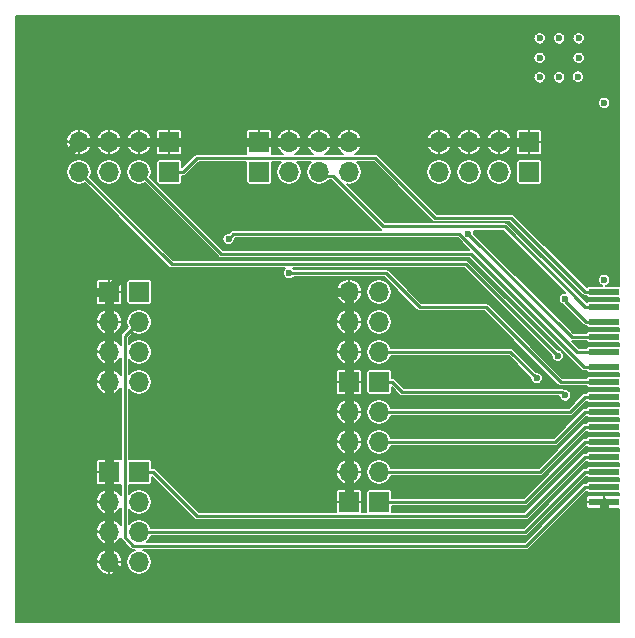
<source format=gbr>
G04 #@! TF.GenerationSoftware,KiCad,Pcbnew,(5.1.5)-3*
G04 #@! TF.CreationDate,2020-01-25T21:01:36+03:00*
G04 #@! TF.ProjectId,Casio VX Debug Unit,43617369-6f20-4565-9820-446562756720,rev?*
G04 #@! TF.SameCoordinates,Original*
G04 #@! TF.FileFunction,Copper,L2,Bot*
G04 #@! TF.FilePolarity,Positive*
%FSLAX46Y46*%
G04 Gerber Fmt 4.6, Leading zero omitted, Abs format (unit mm)*
G04 Created by KiCad (PCBNEW (5.1.5)-3) date 2020-01-25 21:01:36*
%MOMM*%
%LPD*%
G04 APERTURE LIST*
%ADD10O,1.700000X1.700000*%
%ADD11R,1.700000X1.700000*%
%ADD12R,2.540000X0.600000*%
%ADD13C,0.600000*%
%ADD14C,0.800000*%
%ADD15C,0.250000*%
%ADD16C,0.150000*%
G04 APERTURE END LIST*
D10*
X172720000Y-91440000D03*
X175260000Y-91440000D03*
X177800000Y-91440000D03*
D11*
X180340000Y-91440000D03*
D10*
X195580000Y-91440000D03*
X193040000Y-91440000D03*
X190500000Y-91440000D03*
D11*
X187960000Y-91440000D03*
D10*
X198120000Y-101600000D03*
X198120000Y-104140000D03*
X198120000Y-106680000D03*
D11*
X198120000Y-109220000D03*
D10*
X198120000Y-111760000D03*
X198120000Y-114300000D03*
X198120000Y-116840000D03*
D11*
X198120000Y-119380000D03*
D10*
X195580000Y-88900000D03*
X193040000Y-88900000D03*
X190500000Y-88900000D03*
D11*
X187960000Y-88900000D03*
D10*
X175260000Y-109220000D03*
X175260000Y-106680000D03*
X175260000Y-104140000D03*
D11*
X175260000Y-101600000D03*
D10*
X175260000Y-124460000D03*
X175260000Y-121920000D03*
X175260000Y-119380000D03*
D11*
X175260000Y-116840000D03*
D10*
X177800000Y-109220000D03*
X177800000Y-106680000D03*
X177800000Y-104140000D03*
D11*
X177800000Y-101600000D03*
D10*
X177800000Y-124460000D03*
X177800000Y-121920000D03*
X177800000Y-119380000D03*
D11*
X177800000Y-116840000D03*
D10*
X195580000Y-101600000D03*
X195580000Y-104140000D03*
X195580000Y-106680000D03*
D11*
X195580000Y-109220000D03*
D10*
X195580000Y-111760000D03*
X195580000Y-114300000D03*
X195580000Y-116840000D03*
D11*
X195580000Y-119380000D03*
D12*
X217170000Y-119380000D03*
X217170000Y-118110000D03*
X217170000Y-116840000D03*
X217170000Y-115570000D03*
X217170000Y-114300000D03*
X217170000Y-113030000D03*
X217170000Y-111760000D03*
X217170000Y-110490000D03*
X217170000Y-109220000D03*
X217170000Y-107950000D03*
X217170000Y-106680000D03*
X217170000Y-105410000D03*
X217170000Y-104140000D03*
X217170000Y-102870000D03*
X217170000Y-101600000D03*
D10*
X203200000Y-88900000D03*
X205740000Y-88900000D03*
X208280000Y-88900000D03*
D11*
X210820000Y-88900000D03*
D10*
X203200000Y-91440000D03*
X205740000Y-91440000D03*
X208280000Y-91440000D03*
D11*
X210820000Y-91440000D03*
D10*
X172720000Y-88900000D03*
X175260000Y-88900000D03*
X177800000Y-88900000D03*
D11*
X180340000Y-88900000D03*
D13*
X202057000Y-102108000D03*
X208254600Y-97002600D03*
X212217000Y-110871000D03*
X211201000Y-112649000D03*
X214630000Y-108585000D03*
X215265000Y-106045000D03*
X207899000Y-80137000D03*
X206248000Y-80137000D03*
X206248000Y-81788000D03*
X206248000Y-83439000D03*
X209550000Y-83439000D03*
X209550000Y-81788000D03*
X209550000Y-80137000D03*
X207899000Y-83439000D03*
X217170000Y-120480000D03*
X211739999Y-125910001D03*
X176710001Y-125910001D03*
X175260000Y-112776000D03*
X173610000Y-101600000D03*
X171269999Y-99259999D03*
X171269999Y-90350001D03*
X188999006Y-99995508D03*
X190603498Y-101600000D03*
X176624490Y-99995508D03*
X185166000Y-88900000D03*
X182499000Y-88900000D03*
X198247000Y-88900000D03*
X201422000Y-88900000D03*
X204470000Y-92329000D03*
X207010000Y-92329000D03*
X213233000Y-98044000D03*
X214376000Y-93472000D03*
X199009000Y-102870000D03*
X202057000Y-107823000D03*
X210693000Y-114935000D03*
X210820000Y-117475000D03*
X185801000Y-91440000D03*
X198120000Y-91567000D03*
X200914000Y-97663000D03*
X186055000Y-121285000D03*
X186055000Y-122504200D03*
X207010000Y-120015000D03*
X215011000Y-110236000D03*
X214616923Y-104797277D03*
X214263513Y-103566687D03*
X207010000Y-94538800D03*
X197739000Y-93599000D03*
X218186000Y-121158000D03*
X218186000Y-123698000D03*
X218186000Y-129286000D03*
X218186000Y-126492000D03*
X215138000Y-129286000D03*
X211836000Y-129286000D03*
X208280000Y-129286000D03*
X204978000Y-129286000D03*
X201168000Y-129286000D03*
X197866000Y-129286000D03*
X194310000Y-129286000D03*
X190246000Y-129286000D03*
X186436000Y-129286000D03*
X182626000Y-129286000D03*
X167640000Y-129286000D03*
X171450000Y-129286000D03*
X175260000Y-129286000D03*
X179070000Y-129286000D03*
X167640000Y-78486000D03*
X167640000Y-81534000D03*
X167640000Y-84582000D03*
X167640000Y-87630000D03*
X167640000Y-91440000D03*
X167640000Y-95250000D03*
X167640000Y-99314000D03*
X167640000Y-103632000D03*
X167640000Y-107950000D03*
X167640000Y-112268000D03*
X167640000Y-116840000D03*
X167640000Y-121158000D03*
X167640000Y-125222000D03*
X171450000Y-125222000D03*
X171196000Y-121158000D03*
X171450000Y-116840000D03*
X171450000Y-112268000D03*
X171450000Y-107950000D03*
X171704000Y-103632000D03*
X171269999Y-95430001D03*
X171450000Y-84836000D03*
X171704000Y-78486000D03*
X175514000Y-78486000D03*
X179578000Y-78486000D03*
X183642000Y-78486000D03*
X187452000Y-78486000D03*
X190754000Y-78486000D03*
X193802000Y-78486000D03*
X196596000Y-78486000D03*
X199898000Y-78486000D03*
X203454000Y-78486000D03*
X206248000Y-78486000D03*
X209804000Y-78486000D03*
X211582000Y-78486000D03*
X215138000Y-78486000D03*
X218186000Y-78486000D03*
X218186000Y-81788000D03*
X218186000Y-84328000D03*
X218186000Y-87630000D03*
X218186000Y-91694000D03*
X218186000Y-94742000D03*
X218186000Y-97282000D03*
X218186000Y-100584000D03*
X215900000Y-100330000D03*
X215900000Y-97282000D03*
X216154000Y-94488000D03*
X216154000Y-91186000D03*
X214122000Y-88138000D03*
X210566000Y-85598000D03*
X205740000Y-85090000D03*
X204470000Y-83058000D03*
X201930000Y-85344000D03*
X197104000Y-85598000D03*
X193294000Y-85344000D03*
X189992000Y-85344000D03*
X185420000Y-85344000D03*
X180594000Y-85344000D03*
X176276000Y-84836000D03*
X183388000Y-94234000D03*
X182118000Y-98298000D03*
X178308000Y-98044000D03*
X175006000Y-98044000D03*
X205232000Y-105410000D03*
X207772000Y-107950000D03*
X191008000Y-104140000D03*
X185420000Y-104648000D03*
X185674000Y-100838000D03*
X178054000Y-112776000D03*
X183896000Y-115824000D03*
X184658000Y-108712000D03*
X190246000Y-108712000D03*
X187198000Y-112014000D03*
X191008000Y-116078000D03*
X192532000Y-111506000D03*
X181864000Y-112522000D03*
X202692000Y-113284000D03*
X213360000Y-83439000D03*
X211709000Y-83439000D03*
X211709000Y-81788000D03*
X211709000Y-80137000D03*
X213360000Y-80137000D03*
X215011000Y-80137000D03*
X215011000Y-81788000D03*
X214947500Y-83375500D03*
X217170000Y-85598000D03*
X217170000Y-100584000D03*
X205671336Y-96664864D03*
X213859700Y-102202900D03*
X190500000Y-100016500D03*
X185373400Y-97125900D03*
X211454800Y-108910100D03*
X213868000Y-110363000D03*
X213232000Y-107003800D03*
D14*
X210820000Y-88900000D02*
X201422000Y-88900000D01*
X175260000Y-124460000D02*
X175260000Y-112776000D01*
X173610000Y-101600000D02*
X175260000Y-101600000D01*
X171269999Y-99259999D02*
X173610000Y-101600000D01*
X171269999Y-90350001D02*
X171269999Y-95430001D01*
X172720000Y-88900000D02*
X171269999Y-90350001D01*
X217170000Y-120480000D02*
X217170000Y-119380000D01*
X211739999Y-125910001D02*
X211739999Y-125910001D01*
X176710001Y-125910001D02*
X176710001Y-125910001D01*
X175260000Y-124460000D02*
X176710001Y-125910001D01*
X195580000Y-101600000D02*
X195580000Y-119380000D01*
X193930000Y-101600000D02*
X195580000Y-101600000D01*
X190603498Y-101600000D02*
X193930000Y-101600000D01*
X188999006Y-99995508D02*
X188999006Y-99995508D01*
X176624490Y-99995508D02*
X176624490Y-99995508D01*
X175260000Y-101359998D02*
X176624490Y-99995508D01*
X175260000Y-101600000D02*
X175260000Y-101359998D01*
X217170000Y-120480000D02*
X217170000Y-120480000D01*
X211739999Y-125910001D02*
X217170000Y-120480000D01*
X176710001Y-125910001D02*
X211739999Y-125910001D01*
X175260000Y-112776000D02*
X175260000Y-101600000D01*
X173610000Y-101600000D02*
X173610000Y-101600000D01*
X171269999Y-99259999D02*
X171269999Y-99259999D01*
X171269999Y-90350001D02*
X171269999Y-90350001D01*
X188999006Y-99995508D02*
X190603498Y-101600000D01*
X190603498Y-101600000D02*
X190603498Y-101600000D01*
X176624490Y-99995508D02*
X188999006Y-99995508D01*
X185166000Y-88900000D02*
X182499000Y-88900000D01*
X182499000Y-88900000D02*
X172720000Y-88900000D01*
X198247000Y-88900000D02*
X185166000Y-88900000D01*
X201422000Y-88900000D02*
X198247000Y-88900000D01*
D15*
X214616923Y-104797277D02*
X214616923Y-103920097D01*
X214616923Y-103920097D02*
X214263513Y-103566687D01*
X213963514Y-103266688D02*
X214263513Y-103566687D01*
X208554599Y-97857773D02*
X213963514Y-103266688D01*
X208554599Y-97302599D02*
X208554599Y-97857773D01*
X208254600Y-97002600D02*
X208554599Y-97302599D01*
D14*
X171269999Y-95430001D02*
X171269999Y-99259999D01*
D15*
X214168996Y-105162524D02*
X205671336Y-96664864D01*
X217170000Y-105410000D02*
X214416472Y-105410000D01*
X214416472Y-105410000D02*
X214168996Y-105162524D01*
X213859700Y-102349700D02*
X213859700Y-102202900D01*
X215650000Y-104140000D02*
X213859700Y-102349700D01*
X217170000Y-104140000D02*
X215650000Y-104140000D01*
X176584900Y-105355100D02*
X177800000Y-104140000D01*
X215574700Y-118110000D02*
X214086350Y-119598350D01*
X210589300Y-123095400D02*
X196436600Y-123095400D01*
X177309100Y-123095400D02*
X176584900Y-122371200D01*
X217170000Y-118110000D02*
X215574700Y-118110000D01*
X176584900Y-122371200D02*
X176584900Y-105355100D01*
X196436600Y-123095400D02*
X177309100Y-123095400D01*
X214086350Y-119598350D02*
X210589300Y-123095400D01*
X217170000Y-116840000D02*
X215574700Y-116840000D01*
X215574700Y-116840000D02*
X210494700Y-121920000D01*
X210494700Y-121920000D02*
X207010000Y-121920000D01*
X207010000Y-121920000D02*
X177800000Y-121920000D01*
X177800000Y-116840000D02*
X178975300Y-116840000D01*
X217170000Y-115570000D02*
X215574700Y-115570000D01*
X215574700Y-115570000D02*
X210547700Y-120597000D01*
X210547700Y-120597000D02*
X182732300Y-120597000D01*
X182732300Y-120597000D02*
X178975300Y-116840000D01*
X217170000Y-114300000D02*
X215574700Y-114300000D01*
X215574700Y-114300000D02*
X210494700Y-119380000D01*
X210494700Y-119380000D02*
X198120000Y-119380000D01*
X215574700Y-113030000D02*
X211764700Y-116840000D01*
X211764700Y-116840000D02*
X198120000Y-116840000D01*
X217170000Y-113030000D02*
X215574700Y-113030000D01*
X217170000Y-111760000D02*
X215574700Y-111760000D01*
X215574700Y-111760000D02*
X213034700Y-114300000D01*
X213034700Y-114300000D02*
X198120000Y-114300000D01*
X217170000Y-110490000D02*
X215574700Y-110490000D01*
X215574700Y-110490000D02*
X214304700Y-111760000D01*
X214304700Y-111760000D02*
X198120000Y-111760000D01*
X198695500Y-100016500D02*
X190500000Y-100016500D01*
X201549000Y-102870000D02*
X198695500Y-100016500D01*
X207137000Y-102870000D02*
X201549000Y-102870000D01*
X217170000Y-109220000D02*
X213487000Y-109220000D01*
X213487000Y-109220000D02*
X207137000Y-102870000D01*
X184729900Y-98369900D02*
X177800000Y-91440000D01*
X205862800Y-98369900D02*
X184729900Y-98369900D01*
X217170000Y-107950000D02*
X215442900Y-107950000D01*
X215442900Y-107950000D02*
X205862800Y-98369900D01*
X207010000Y-98816702D02*
X207010000Y-98806000D01*
X217170000Y-106680000D02*
X214873298Y-106680000D01*
X214873298Y-106680000D02*
X207010000Y-98816702D01*
X185773399Y-96725901D02*
X185373400Y-97125900D01*
X204919199Y-96725901D02*
X188008099Y-96725901D01*
X207010000Y-98816702D02*
X204919199Y-96725901D01*
X188008099Y-96725901D02*
X185773399Y-96725901D01*
X215574700Y-102870000D02*
X208765500Y-96060800D01*
X208765500Y-96060800D02*
X198468800Y-96060800D01*
X198468800Y-96060800D02*
X194215300Y-91807300D01*
X217170000Y-102870000D02*
X215574700Y-102870000D01*
X193407300Y-91807300D02*
X193040000Y-91440000D01*
X194215300Y-91807300D02*
X193407300Y-91807300D01*
X180340000Y-91440000D02*
X181515300Y-91440000D01*
X217170000Y-101600000D02*
X215574700Y-101600000D01*
X215574700Y-101600000D02*
X209305000Y-95330300D01*
X209305000Y-95330300D02*
X202860200Y-95330300D01*
X202860200Y-95330300D02*
X197794600Y-90264700D01*
X197794600Y-90264700D02*
X182690600Y-90264700D01*
X182690600Y-90264700D02*
X181515300Y-91440000D01*
X198120000Y-106680000D02*
X209224700Y-106680000D01*
X209224700Y-106680000D02*
X211454800Y-108910100D01*
X199220000Y-109220000D02*
X200063001Y-110063001D01*
X213568001Y-110063001D02*
X213868000Y-110363000D01*
X200063001Y-110063001D02*
X213568001Y-110063001D01*
X198120000Y-109220000D02*
X199220000Y-109220000D01*
X213232000Y-107003800D02*
X205498700Y-99270500D01*
X180550500Y-99270500D02*
X172720000Y-91440000D01*
X205498700Y-99270500D02*
X180550500Y-99270500D01*
D16*
G36*
X218444000Y-101074306D02*
G01*
X218440000Y-101073912D01*
X217359138Y-101073912D01*
X217418681Y-101049249D01*
X217504668Y-100991794D01*
X217577794Y-100918668D01*
X217635249Y-100832681D01*
X217674824Y-100737137D01*
X217695000Y-100635708D01*
X217695000Y-100532292D01*
X217674824Y-100430863D01*
X217635249Y-100335319D01*
X217577794Y-100249332D01*
X217504668Y-100176206D01*
X217418681Y-100118751D01*
X217323137Y-100079176D01*
X217221708Y-100059000D01*
X217118292Y-100059000D01*
X217016863Y-100079176D01*
X216921319Y-100118751D01*
X216835332Y-100176206D01*
X216762206Y-100249332D01*
X216704751Y-100335319D01*
X216665176Y-100430863D01*
X216645000Y-100532292D01*
X216645000Y-100635708D01*
X216665176Y-100737137D01*
X216704751Y-100832681D01*
X216762206Y-100918668D01*
X216835332Y-100991794D01*
X216921319Y-101049249D01*
X216980862Y-101073912D01*
X215900000Y-101073912D01*
X215855892Y-101078256D01*
X215813480Y-101091122D01*
X215774392Y-101112015D01*
X215740132Y-101140132D01*
X215712015Y-101174392D01*
X215691122Y-101213480D01*
X215689267Y-101219593D01*
X209564654Y-95094981D01*
X209553685Y-95081615D01*
X209500390Y-95037878D01*
X209439587Y-95005378D01*
X209373612Y-94985365D01*
X209322189Y-94980300D01*
X209322188Y-94980300D01*
X209305000Y-94978607D01*
X209287812Y-94980300D01*
X203005175Y-94980300D01*
X199358996Y-91334122D01*
X202125000Y-91334122D01*
X202125000Y-91545878D01*
X202166312Y-91753566D01*
X202247348Y-91949203D01*
X202364993Y-92125272D01*
X202514728Y-92275007D01*
X202690797Y-92392652D01*
X202886434Y-92473688D01*
X203094122Y-92515000D01*
X203305878Y-92515000D01*
X203513566Y-92473688D01*
X203709203Y-92392652D01*
X203885272Y-92275007D01*
X204035007Y-92125272D01*
X204152652Y-91949203D01*
X204233688Y-91753566D01*
X204275000Y-91545878D01*
X204275000Y-91334122D01*
X204665000Y-91334122D01*
X204665000Y-91545878D01*
X204706312Y-91753566D01*
X204787348Y-91949203D01*
X204904993Y-92125272D01*
X205054728Y-92275007D01*
X205230797Y-92392652D01*
X205426434Y-92473688D01*
X205634122Y-92515000D01*
X205845878Y-92515000D01*
X206053566Y-92473688D01*
X206249203Y-92392652D01*
X206425272Y-92275007D01*
X206575007Y-92125272D01*
X206692652Y-91949203D01*
X206773688Y-91753566D01*
X206815000Y-91545878D01*
X206815000Y-91334122D01*
X207205000Y-91334122D01*
X207205000Y-91545878D01*
X207246312Y-91753566D01*
X207327348Y-91949203D01*
X207444993Y-92125272D01*
X207594728Y-92275007D01*
X207770797Y-92392652D01*
X207966434Y-92473688D01*
X208174122Y-92515000D01*
X208385878Y-92515000D01*
X208593566Y-92473688D01*
X208789203Y-92392652D01*
X208965272Y-92275007D01*
X209115007Y-92125272D01*
X209232652Y-91949203D01*
X209313688Y-91753566D01*
X209355000Y-91545878D01*
X209355000Y-91334122D01*
X209313688Y-91126434D01*
X209232652Y-90930797D01*
X209115007Y-90754728D01*
X208965272Y-90604993D01*
X208942834Y-90590000D01*
X209743912Y-90590000D01*
X209743912Y-92290000D01*
X209748256Y-92334108D01*
X209761122Y-92376520D01*
X209782015Y-92415608D01*
X209810132Y-92449868D01*
X209844392Y-92477985D01*
X209883480Y-92498878D01*
X209925892Y-92511744D01*
X209970000Y-92516088D01*
X211670000Y-92516088D01*
X211714108Y-92511744D01*
X211756520Y-92498878D01*
X211795608Y-92477985D01*
X211829868Y-92449868D01*
X211857985Y-92415608D01*
X211878878Y-92376520D01*
X211891744Y-92334108D01*
X211896088Y-92290000D01*
X211896088Y-90590000D01*
X211891744Y-90545892D01*
X211878878Y-90503480D01*
X211857985Y-90464392D01*
X211829868Y-90430132D01*
X211795608Y-90402015D01*
X211756520Y-90381122D01*
X211714108Y-90368256D01*
X211670000Y-90363912D01*
X209970000Y-90363912D01*
X209925892Y-90368256D01*
X209883480Y-90381122D01*
X209844392Y-90402015D01*
X209810132Y-90430132D01*
X209782015Y-90464392D01*
X209761122Y-90503480D01*
X209748256Y-90545892D01*
X209743912Y-90590000D01*
X208942834Y-90590000D01*
X208789203Y-90487348D01*
X208593566Y-90406312D01*
X208385878Y-90365000D01*
X208174122Y-90365000D01*
X207966434Y-90406312D01*
X207770797Y-90487348D01*
X207594728Y-90604993D01*
X207444993Y-90754728D01*
X207327348Y-90930797D01*
X207246312Y-91126434D01*
X207205000Y-91334122D01*
X206815000Y-91334122D01*
X206773688Y-91126434D01*
X206692652Y-90930797D01*
X206575007Y-90754728D01*
X206425272Y-90604993D01*
X206249203Y-90487348D01*
X206053566Y-90406312D01*
X205845878Y-90365000D01*
X205634122Y-90365000D01*
X205426434Y-90406312D01*
X205230797Y-90487348D01*
X205054728Y-90604993D01*
X204904993Y-90754728D01*
X204787348Y-90930797D01*
X204706312Y-91126434D01*
X204665000Y-91334122D01*
X204275000Y-91334122D01*
X204233688Y-91126434D01*
X204152652Y-90930797D01*
X204035007Y-90754728D01*
X203885272Y-90604993D01*
X203709203Y-90487348D01*
X203513566Y-90406312D01*
X203305878Y-90365000D01*
X203094122Y-90365000D01*
X202886434Y-90406312D01*
X202690797Y-90487348D01*
X202514728Y-90604993D01*
X202364993Y-90754728D01*
X202247348Y-90930797D01*
X202166312Y-91126434D01*
X202125000Y-91334122D01*
X199358996Y-91334122D01*
X198054254Y-90029381D01*
X198043285Y-90016015D01*
X197989990Y-89972278D01*
X197929187Y-89939778D01*
X197863212Y-89919765D01*
X197811789Y-89914700D01*
X197811788Y-89914700D01*
X197794600Y-89913007D01*
X197777412Y-89914700D01*
X196059029Y-89914700D01*
X196220870Y-89824615D01*
X196388939Y-89681821D01*
X196525921Y-89508982D01*
X196626552Y-89312741D01*
X196686965Y-89100638D01*
X202093035Y-89100638D01*
X202153448Y-89312741D01*
X202254079Y-89508982D01*
X202391061Y-89681821D01*
X202559130Y-89824615D01*
X202751828Y-89931876D01*
X202961749Y-89999483D01*
X202999363Y-90006964D01*
X203175000Y-89955954D01*
X203175000Y-88925000D01*
X203225000Y-88925000D01*
X203225000Y-89955954D01*
X203400637Y-90006964D01*
X203438251Y-89999483D01*
X203648172Y-89931876D01*
X203840870Y-89824615D01*
X204008939Y-89681821D01*
X204145921Y-89508982D01*
X204246552Y-89312741D01*
X204306965Y-89100638D01*
X204633035Y-89100638D01*
X204693448Y-89312741D01*
X204794079Y-89508982D01*
X204931061Y-89681821D01*
X205099130Y-89824615D01*
X205291828Y-89931876D01*
X205501749Y-89999483D01*
X205539363Y-90006964D01*
X205715000Y-89955954D01*
X205715000Y-88925000D01*
X205765000Y-88925000D01*
X205765000Y-89955954D01*
X205940637Y-90006964D01*
X205978251Y-89999483D01*
X206188172Y-89931876D01*
X206380870Y-89824615D01*
X206548939Y-89681821D01*
X206685921Y-89508982D01*
X206786552Y-89312741D01*
X206846965Y-89100638D01*
X207173035Y-89100638D01*
X207233448Y-89312741D01*
X207334079Y-89508982D01*
X207471061Y-89681821D01*
X207639130Y-89824615D01*
X207831828Y-89931876D01*
X208041749Y-89999483D01*
X208079363Y-90006964D01*
X208255000Y-89955954D01*
X208255000Y-88925000D01*
X208305000Y-88925000D01*
X208305000Y-89955954D01*
X208480637Y-90006964D01*
X208518251Y-89999483D01*
X208728172Y-89931876D01*
X208920870Y-89824615D01*
X209008692Y-89750000D01*
X209693669Y-89750000D01*
X209698979Y-89803910D01*
X209714703Y-89855747D01*
X209740239Y-89903521D01*
X209774604Y-89945396D01*
X209816479Y-89979761D01*
X209864253Y-90005297D01*
X209916090Y-90021021D01*
X209970000Y-90026331D01*
X210726250Y-90025000D01*
X210795000Y-89956250D01*
X210795000Y-88925000D01*
X210845000Y-88925000D01*
X210845000Y-89956250D01*
X210913750Y-90025000D01*
X211670000Y-90026331D01*
X211723910Y-90021021D01*
X211775747Y-90005297D01*
X211823521Y-89979761D01*
X211865396Y-89945396D01*
X211899761Y-89903521D01*
X211925297Y-89855747D01*
X211941021Y-89803910D01*
X211946331Y-89750000D01*
X211945000Y-88993750D01*
X211876250Y-88925000D01*
X210845000Y-88925000D01*
X210795000Y-88925000D01*
X209763750Y-88925000D01*
X209695000Y-88993750D01*
X209693669Y-89750000D01*
X209008692Y-89750000D01*
X209088939Y-89681821D01*
X209225921Y-89508982D01*
X209326552Y-89312741D01*
X209386965Y-89100638D01*
X209335973Y-88925000D01*
X208305000Y-88925000D01*
X208255000Y-88925000D01*
X207224027Y-88925000D01*
X207173035Y-89100638D01*
X206846965Y-89100638D01*
X206795973Y-88925000D01*
X205765000Y-88925000D01*
X205715000Y-88925000D01*
X204684027Y-88925000D01*
X204633035Y-89100638D01*
X204306965Y-89100638D01*
X204255973Y-88925000D01*
X203225000Y-88925000D01*
X203175000Y-88925000D01*
X202144027Y-88925000D01*
X202093035Y-89100638D01*
X196686965Y-89100638D01*
X196635973Y-88925000D01*
X195605000Y-88925000D01*
X195605000Y-88945000D01*
X195555000Y-88945000D01*
X195555000Y-88925000D01*
X194524027Y-88925000D01*
X194473035Y-89100638D01*
X194533448Y-89312741D01*
X194634079Y-89508982D01*
X194771061Y-89681821D01*
X194939130Y-89824615D01*
X195100971Y-89914700D01*
X193519029Y-89914700D01*
X193680870Y-89824615D01*
X193848939Y-89681821D01*
X193985921Y-89508982D01*
X194086552Y-89312741D01*
X194146965Y-89100638D01*
X194095973Y-88925000D01*
X193065000Y-88925000D01*
X193065000Y-88945000D01*
X193015000Y-88945000D01*
X193015000Y-88925000D01*
X191984027Y-88925000D01*
X191933035Y-89100638D01*
X191993448Y-89312741D01*
X192094079Y-89508982D01*
X192231061Y-89681821D01*
X192399130Y-89824615D01*
X192560971Y-89914700D01*
X190979029Y-89914700D01*
X191140870Y-89824615D01*
X191308939Y-89681821D01*
X191445921Y-89508982D01*
X191546552Y-89312741D01*
X191606965Y-89100638D01*
X191555973Y-88925000D01*
X190525000Y-88925000D01*
X190525000Y-88945000D01*
X190475000Y-88945000D01*
X190475000Y-88925000D01*
X189444027Y-88925000D01*
X189393035Y-89100638D01*
X189453448Y-89312741D01*
X189554079Y-89508982D01*
X189691061Y-89681821D01*
X189859130Y-89824615D01*
X190020971Y-89914700D01*
X189030587Y-89914700D01*
X189039761Y-89903521D01*
X189065297Y-89855747D01*
X189081021Y-89803910D01*
X189086331Y-89750000D01*
X189085000Y-88993750D01*
X189016250Y-88925000D01*
X187985000Y-88925000D01*
X187985000Y-88945000D01*
X187935000Y-88945000D01*
X187935000Y-88925000D01*
X186903750Y-88925000D01*
X186835000Y-88993750D01*
X186833669Y-89750000D01*
X186838979Y-89803910D01*
X186854703Y-89855747D01*
X186880239Y-89903521D01*
X186889413Y-89914700D01*
X182707788Y-89914700D01*
X182690599Y-89913007D01*
X182621987Y-89919765D01*
X182601974Y-89925836D01*
X182556013Y-89939778D01*
X182495210Y-89972278D01*
X182441915Y-90016015D01*
X182430955Y-90029370D01*
X181416088Y-91044239D01*
X181416088Y-90590000D01*
X181411744Y-90545892D01*
X181398878Y-90503480D01*
X181377985Y-90464392D01*
X181349868Y-90430132D01*
X181315608Y-90402015D01*
X181276520Y-90381122D01*
X181234108Y-90368256D01*
X181190000Y-90363912D01*
X179490000Y-90363912D01*
X179445892Y-90368256D01*
X179403480Y-90381122D01*
X179364392Y-90402015D01*
X179330132Y-90430132D01*
X179302015Y-90464392D01*
X179281122Y-90503480D01*
X179268256Y-90545892D01*
X179263912Y-90590000D01*
X179263912Y-92290000D01*
X179268256Y-92334108D01*
X179281122Y-92376520D01*
X179302015Y-92415608D01*
X179330132Y-92449868D01*
X179364392Y-92477985D01*
X179403480Y-92498878D01*
X179445892Y-92511744D01*
X179490000Y-92516088D01*
X181190000Y-92516088D01*
X181234108Y-92511744D01*
X181276520Y-92498878D01*
X181315608Y-92477985D01*
X181349868Y-92449868D01*
X181377985Y-92415608D01*
X181398878Y-92376520D01*
X181411744Y-92334108D01*
X181416088Y-92290000D01*
X181416088Y-91790000D01*
X181498112Y-91790000D01*
X181515300Y-91791693D01*
X181532488Y-91790000D01*
X181532489Y-91790000D01*
X181583912Y-91784935D01*
X181649887Y-91764922D01*
X181710690Y-91732422D01*
X181763985Y-91688685D01*
X181774953Y-91675320D01*
X182835575Y-90614700D01*
X186883912Y-90614700D01*
X186883912Y-92290000D01*
X186888256Y-92334108D01*
X186901122Y-92376520D01*
X186922015Y-92415608D01*
X186950132Y-92449868D01*
X186984392Y-92477985D01*
X187023480Y-92498878D01*
X187065892Y-92511744D01*
X187110000Y-92516088D01*
X188810000Y-92516088D01*
X188854108Y-92511744D01*
X188896520Y-92498878D01*
X188935608Y-92477985D01*
X188969868Y-92449868D01*
X188997985Y-92415608D01*
X189018878Y-92376520D01*
X189031744Y-92334108D01*
X189036088Y-92290000D01*
X189036088Y-90614700D01*
X189805021Y-90614700D01*
X189664993Y-90754728D01*
X189547348Y-90930797D01*
X189466312Y-91126434D01*
X189425000Y-91334122D01*
X189425000Y-91545878D01*
X189466312Y-91753566D01*
X189547348Y-91949203D01*
X189664993Y-92125272D01*
X189814728Y-92275007D01*
X189990797Y-92392652D01*
X190186434Y-92473688D01*
X190394122Y-92515000D01*
X190605878Y-92515000D01*
X190813566Y-92473688D01*
X191009203Y-92392652D01*
X191185272Y-92275007D01*
X191335007Y-92125272D01*
X191452652Y-91949203D01*
X191533688Y-91753566D01*
X191575000Y-91545878D01*
X191575000Y-91334122D01*
X191533688Y-91126434D01*
X191452652Y-90930797D01*
X191335007Y-90754728D01*
X191194979Y-90614700D01*
X192345021Y-90614700D01*
X192204993Y-90754728D01*
X192087348Y-90930797D01*
X192006312Y-91126434D01*
X191965000Y-91334122D01*
X191965000Y-91545878D01*
X192006312Y-91753566D01*
X192087348Y-91949203D01*
X192204993Y-92125272D01*
X192354728Y-92275007D01*
X192530797Y-92392652D01*
X192726434Y-92473688D01*
X192934122Y-92515000D01*
X193145878Y-92515000D01*
X193353566Y-92473688D01*
X193549203Y-92392652D01*
X193725272Y-92275007D01*
X193842979Y-92157300D01*
X194070327Y-92157300D01*
X198209156Y-96296131D01*
X198220115Y-96309485D01*
X198273410Y-96353222D01*
X198315839Y-96375901D01*
X185790587Y-96375901D01*
X185773398Y-96374208D01*
X185756210Y-96375901D01*
X185704787Y-96380966D01*
X185638812Y-96400979D01*
X185578009Y-96433479D01*
X185524714Y-96477216D01*
X185513750Y-96490576D01*
X185403426Y-96600900D01*
X185321692Y-96600900D01*
X185220263Y-96621076D01*
X185124719Y-96660651D01*
X185038732Y-96718106D01*
X184965606Y-96791232D01*
X184908151Y-96877219D01*
X184868576Y-96972763D01*
X184848400Y-97074192D01*
X184848400Y-97177608D01*
X184868576Y-97279037D01*
X184908151Y-97374581D01*
X184965606Y-97460568D01*
X185038732Y-97533694D01*
X185124719Y-97591149D01*
X185220263Y-97630724D01*
X185321692Y-97650900D01*
X185425108Y-97650900D01*
X185526537Y-97630724D01*
X185622081Y-97591149D01*
X185708068Y-97533694D01*
X185781194Y-97460568D01*
X185838649Y-97374581D01*
X185878224Y-97279037D01*
X185898400Y-97177608D01*
X185898400Y-97095874D01*
X185918373Y-97075901D01*
X204774226Y-97075901D01*
X205718224Y-98019900D01*
X184874875Y-98019900D01*
X178767743Y-91912770D01*
X178833688Y-91753566D01*
X178875000Y-91545878D01*
X178875000Y-91334122D01*
X178833688Y-91126434D01*
X178752652Y-90930797D01*
X178635007Y-90754728D01*
X178485272Y-90604993D01*
X178309203Y-90487348D01*
X178113566Y-90406312D01*
X177905878Y-90365000D01*
X177694122Y-90365000D01*
X177486434Y-90406312D01*
X177290797Y-90487348D01*
X177114728Y-90604993D01*
X176964993Y-90754728D01*
X176847348Y-90930797D01*
X176766312Y-91126434D01*
X176725000Y-91334122D01*
X176725000Y-91545878D01*
X176766312Y-91753566D01*
X176847348Y-91949203D01*
X176964993Y-92125272D01*
X177114728Y-92275007D01*
X177290797Y-92392652D01*
X177486434Y-92473688D01*
X177694122Y-92515000D01*
X177905878Y-92515000D01*
X178113566Y-92473688D01*
X178272770Y-92407743D01*
X184470256Y-98605231D01*
X184481215Y-98618585D01*
X184534510Y-98662322D01*
X184595313Y-98694822D01*
X184661288Y-98714835D01*
X184729900Y-98721594D01*
X184747096Y-98719900D01*
X205717827Y-98719900D01*
X215183256Y-108185331D01*
X215194215Y-108198685D01*
X215247510Y-108242422D01*
X215308313Y-108274922D01*
X215374288Y-108294935D01*
X215425711Y-108300000D01*
X215425713Y-108300000D01*
X215442899Y-108301693D01*
X215460085Y-108300000D01*
X215680043Y-108300000D01*
X215691122Y-108336520D01*
X215712015Y-108375608D01*
X215740132Y-108409868D01*
X215774392Y-108437985D01*
X215813480Y-108458878D01*
X215855892Y-108471744D01*
X215900000Y-108476088D01*
X218440000Y-108476088D01*
X218444001Y-108475694D01*
X218444001Y-108694306D01*
X218440000Y-108693912D01*
X215900000Y-108693912D01*
X215855892Y-108698256D01*
X215813480Y-108711122D01*
X215774392Y-108732015D01*
X215740132Y-108760132D01*
X215712015Y-108794392D01*
X215691122Y-108833480D01*
X215680043Y-108870000D01*
X213631975Y-108870000D01*
X207396654Y-102634681D01*
X207385685Y-102621315D01*
X207332390Y-102577578D01*
X207271587Y-102545078D01*
X207205612Y-102525065D01*
X207154189Y-102520000D01*
X207154188Y-102520000D01*
X207137000Y-102518307D01*
X207119812Y-102520000D01*
X201693975Y-102520000D01*
X198955153Y-99781180D01*
X198944185Y-99767815D01*
X198890890Y-99724078D01*
X198830087Y-99691578D01*
X198764112Y-99671565D01*
X198712689Y-99666500D01*
X198712688Y-99666500D01*
X198695500Y-99664807D01*
X198678312Y-99666500D01*
X190892462Y-99666500D01*
X190846462Y-99620500D01*
X205353727Y-99620500D01*
X212707000Y-106973775D01*
X212707000Y-107055508D01*
X212727176Y-107156937D01*
X212766751Y-107252481D01*
X212824206Y-107338468D01*
X212897332Y-107411594D01*
X212983319Y-107469049D01*
X213078863Y-107508624D01*
X213180292Y-107528800D01*
X213283708Y-107528800D01*
X213385137Y-107508624D01*
X213480681Y-107469049D01*
X213566668Y-107411594D01*
X213639794Y-107338468D01*
X213697249Y-107252481D01*
X213736824Y-107156937D01*
X213757000Y-107055508D01*
X213757000Y-106952092D01*
X213736824Y-106850663D01*
X213697249Y-106755119D01*
X213639794Y-106669132D01*
X213566668Y-106596006D01*
X213480681Y-106538551D01*
X213385137Y-106498976D01*
X213283708Y-106478800D01*
X213201975Y-106478800D01*
X205758354Y-99035181D01*
X205747385Y-99021815D01*
X205694090Y-98978078D01*
X205633287Y-98945578D01*
X205567312Y-98925565D01*
X205515889Y-98920500D01*
X205515888Y-98920500D01*
X205498700Y-98918807D01*
X205481512Y-98920500D01*
X180695475Y-98920500D01*
X173687743Y-91912770D01*
X173753688Y-91753566D01*
X173795000Y-91545878D01*
X173795000Y-91334122D01*
X174185000Y-91334122D01*
X174185000Y-91545878D01*
X174226312Y-91753566D01*
X174307348Y-91949203D01*
X174424993Y-92125272D01*
X174574728Y-92275007D01*
X174750797Y-92392652D01*
X174946434Y-92473688D01*
X175154122Y-92515000D01*
X175365878Y-92515000D01*
X175573566Y-92473688D01*
X175769203Y-92392652D01*
X175945272Y-92275007D01*
X176095007Y-92125272D01*
X176212652Y-91949203D01*
X176293688Y-91753566D01*
X176335000Y-91545878D01*
X176335000Y-91334122D01*
X176293688Y-91126434D01*
X176212652Y-90930797D01*
X176095007Y-90754728D01*
X175945272Y-90604993D01*
X175769203Y-90487348D01*
X175573566Y-90406312D01*
X175365878Y-90365000D01*
X175154122Y-90365000D01*
X174946434Y-90406312D01*
X174750797Y-90487348D01*
X174574728Y-90604993D01*
X174424993Y-90754728D01*
X174307348Y-90930797D01*
X174226312Y-91126434D01*
X174185000Y-91334122D01*
X173795000Y-91334122D01*
X173753688Y-91126434D01*
X173672652Y-90930797D01*
X173555007Y-90754728D01*
X173405272Y-90604993D01*
X173229203Y-90487348D01*
X173033566Y-90406312D01*
X172825878Y-90365000D01*
X172614122Y-90365000D01*
X172406434Y-90406312D01*
X172210797Y-90487348D01*
X172034728Y-90604993D01*
X171884993Y-90754728D01*
X171767348Y-90930797D01*
X171686312Y-91126434D01*
X171645000Y-91334122D01*
X171645000Y-91545878D01*
X171686312Y-91753566D01*
X171767348Y-91949203D01*
X171884993Y-92125272D01*
X172034728Y-92275007D01*
X172210797Y-92392652D01*
X172406434Y-92473688D01*
X172614122Y-92515000D01*
X172825878Y-92515000D01*
X173033566Y-92473688D01*
X173192770Y-92407743D01*
X180290856Y-99505831D01*
X180301815Y-99519185D01*
X180355110Y-99562922D01*
X180415913Y-99595422D01*
X180481888Y-99615435D01*
X180533311Y-99620500D01*
X180533313Y-99620500D01*
X180550499Y-99622193D01*
X180567685Y-99620500D01*
X190153538Y-99620500D01*
X190092206Y-99681832D01*
X190034751Y-99767819D01*
X189995176Y-99863363D01*
X189975000Y-99964792D01*
X189975000Y-100068208D01*
X189995176Y-100169637D01*
X190034751Y-100265181D01*
X190092206Y-100351168D01*
X190165332Y-100424294D01*
X190251319Y-100481749D01*
X190346863Y-100521324D01*
X190448292Y-100541500D01*
X190551708Y-100541500D01*
X190653137Y-100521324D01*
X190748681Y-100481749D01*
X190834668Y-100424294D01*
X190892462Y-100366500D01*
X198550527Y-100366500D01*
X201289356Y-103105330D01*
X201300315Y-103118685D01*
X201353610Y-103162422D01*
X201414413Y-103194922D01*
X201480388Y-103214935D01*
X201531811Y-103220000D01*
X201531813Y-103220000D01*
X201548999Y-103221693D01*
X201566185Y-103220000D01*
X206992027Y-103220000D01*
X213227356Y-109455331D01*
X213238315Y-109468685D01*
X213291610Y-109512422D01*
X213352413Y-109544922D01*
X213398374Y-109558864D01*
X213418387Y-109564935D01*
X213486999Y-109571693D01*
X213504188Y-109570000D01*
X215680043Y-109570000D01*
X215691122Y-109606520D01*
X215712015Y-109645608D01*
X215740132Y-109679868D01*
X215774392Y-109707985D01*
X215813480Y-109728878D01*
X215855892Y-109741744D01*
X215900000Y-109746088D01*
X218440000Y-109746088D01*
X218444001Y-109745694D01*
X218444001Y-109964306D01*
X218440000Y-109963912D01*
X215900000Y-109963912D01*
X215855892Y-109968256D01*
X215813480Y-109981122D01*
X215774392Y-110002015D01*
X215740132Y-110030132D01*
X215712015Y-110064392D01*
X215691122Y-110103480D01*
X215680043Y-110140000D01*
X215591888Y-110140000D01*
X215574699Y-110138307D01*
X215506087Y-110145065D01*
X215486074Y-110151136D01*
X215440113Y-110165078D01*
X215379310Y-110197578D01*
X215326015Y-110241315D01*
X215315055Y-110254670D01*
X214159727Y-111410000D01*
X199138596Y-111410000D01*
X199072652Y-111250797D01*
X198955007Y-111074728D01*
X198805272Y-110924993D01*
X198629203Y-110807348D01*
X198433566Y-110726312D01*
X198225878Y-110685000D01*
X198014122Y-110685000D01*
X197806434Y-110726312D01*
X197610797Y-110807348D01*
X197434728Y-110924993D01*
X197284993Y-111074728D01*
X197167348Y-111250797D01*
X197086312Y-111446434D01*
X197045000Y-111654122D01*
X197045000Y-111865878D01*
X197086312Y-112073566D01*
X197167348Y-112269203D01*
X197284993Y-112445272D01*
X197434728Y-112595007D01*
X197610797Y-112712652D01*
X197806434Y-112793688D01*
X198014122Y-112835000D01*
X198225878Y-112835000D01*
X198433566Y-112793688D01*
X198629203Y-112712652D01*
X198805272Y-112595007D01*
X198955007Y-112445272D01*
X199072652Y-112269203D01*
X199138596Y-112110000D01*
X214287512Y-112110000D01*
X214304700Y-112111693D01*
X214321888Y-112110000D01*
X214321889Y-112110000D01*
X214373312Y-112104935D01*
X214439287Y-112084922D01*
X214500090Y-112052422D01*
X214553385Y-112008685D01*
X214564353Y-111995320D01*
X215689268Y-110870407D01*
X215691122Y-110876520D01*
X215712015Y-110915608D01*
X215740132Y-110949868D01*
X215774392Y-110977985D01*
X215813480Y-110998878D01*
X215855892Y-111011744D01*
X215900000Y-111016088D01*
X218440000Y-111016088D01*
X218444001Y-111015694D01*
X218444001Y-111234306D01*
X218440000Y-111233912D01*
X215900000Y-111233912D01*
X215855892Y-111238256D01*
X215813480Y-111251122D01*
X215774392Y-111272015D01*
X215740132Y-111300132D01*
X215712015Y-111334392D01*
X215691122Y-111373480D01*
X215680043Y-111410000D01*
X215591885Y-111410000D01*
X215574699Y-111408307D01*
X215557513Y-111410000D01*
X215557511Y-111410000D01*
X215506088Y-111415065D01*
X215440113Y-111435078D01*
X215379310Y-111467578D01*
X215326015Y-111511315D01*
X215315057Y-111524668D01*
X212889727Y-113950000D01*
X199138596Y-113950000D01*
X199072652Y-113790797D01*
X198955007Y-113614728D01*
X198805272Y-113464993D01*
X198629203Y-113347348D01*
X198433566Y-113266312D01*
X198225878Y-113225000D01*
X198014122Y-113225000D01*
X197806434Y-113266312D01*
X197610797Y-113347348D01*
X197434728Y-113464993D01*
X197284993Y-113614728D01*
X197167348Y-113790797D01*
X197086312Y-113986434D01*
X197045000Y-114194122D01*
X197045000Y-114405878D01*
X197086312Y-114613566D01*
X197167348Y-114809203D01*
X197284993Y-114985272D01*
X197434728Y-115135007D01*
X197610797Y-115252652D01*
X197806434Y-115333688D01*
X198014122Y-115375000D01*
X198225878Y-115375000D01*
X198433566Y-115333688D01*
X198629203Y-115252652D01*
X198805272Y-115135007D01*
X198955007Y-114985272D01*
X199072652Y-114809203D01*
X199138596Y-114650000D01*
X213017512Y-114650000D01*
X213034700Y-114651693D01*
X213051888Y-114650000D01*
X213051889Y-114650000D01*
X213103312Y-114644935D01*
X213169287Y-114624922D01*
X213230090Y-114592422D01*
X213283385Y-114548685D01*
X213294353Y-114535320D01*
X215689268Y-112140407D01*
X215691122Y-112146520D01*
X215712015Y-112185608D01*
X215740132Y-112219868D01*
X215774392Y-112247985D01*
X215813480Y-112268878D01*
X215855892Y-112281744D01*
X215900000Y-112286088D01*
X218440000Y-112286088D01*
X218444001Y-112285694D01*
X218444001Y-112504306D01*
X218440000Y-112503912D01*
X215900000Y-112503912D01*
X215855892Y-112508256D01*
X215813480Y-112521122D01*
X215774392Y-112542015D01*
X215740132Y-112570132D01*
X215712015Y-112604392D01*
X215691122Y-112643480D01*
X215680043Y-112680000D01*
X215591889Y-112680000D01*
X215574700Y-112678307D01*
X215557511Y-112680000D01*
X215506088Y-112685065D01*
X215440113Y-112705078D01*
X215379310Y-112737578D01*
X215326015Y-112781315D01*
X215315056Y-112794669D01*
X211619727Y-116490000D01*
X199138596Y-116490000D01*
X199072652Y-116330797D01*
X198955007Y-116154728D01*
X198805272Y-116004993D01*
X198629203Y-115887348D01*
X198433566Y-115806312D01*
X198225878Y-115765000D01*
X198014122Y-115765000D01*
X197806434Y-115806312D01*
X197610797Y-115887348D01*
X197434728Y-116004993D01*
X197284993Y-116154728D01*
X197167348Y-116330797D01*
X197086312Y-116526434D01*
X197045000Y-116734122D01*
X197045000Y-116945878D01*
X197086312Y-117153566D01*
X197167348Y-117349203D01*
X197284993Y-117525272D01*
X197434728Y-117675007D01*
X197610797Y-117792652D01*
X197806434Y-117873688D01*
X198014122Y-117915000D01*
X198225878Y-117915000D01*
X198433566Y-117873688D01*
X198629203Y-117792652D01*
X198805272Y-117675007D01*
X198955007Y-117525272D01*
X199072652Y-117349203D01*
X199138596Y-117190000D01*
X211747512Y-117190000D01*
X211764700Y-117191693D01*
X211781888Y-117190000D01*
X211781889Y-117190000D01*
X211833312Y-117184935D01*
X211899287Y-117164922D01*
X211960090Y-117132422D01*
X212013385Y-117088685D01*
X212024354Y-117075320D01*
X215689268Y-113410407D01*
X215691122Y-113416520D01*
X215712015Y-113455608D01*
X215740132Y-113489868D01*
X215774392Y-113517985D01*
X215813480Y-113538878D01*
X215855892Y-113551744D01*
X215900000Y-113556088D01*
X218440000Y-113556088D01*
X218444001Y-113555694D01*
X218444001Y-113774306D01*
X218440000Y-113773912D01*
X215900000Y-113773912D01*
X215855892Y-113778256D01*
X215813480Y-113791122D01*
X215774392Y-113812015D01*
X215740132Y-113840132D01*
X215712015Y-113874392D01*
X215691122Y-113913480D01*
X215680043Y-113950000D01*
X215591889Y-113950000D01*
X215574700Y-113948307D01*
X215506088Y-113955065D01*
X215440112Y-113975078D01*
X215418933Y-113986399D01*
X215379310Y-114007578D01*
X215326015Y-114051315D01*
X215315051Y-114064675D01*
X210349727Y-119030000D01*
X199196088Y-119030000D01*
X199196088Y-118530000D01*
X199191744Y-118485892D01*
X199178878Y-118443480D01*
X199157985Y-118404392D01*
X199129868Y-118370132D01*
X199095608Y-118342015D01*
X199056520Y-118321122D01*
X199014108Y-118308256D01*
X198970000Y-118303912D01*
X197270000Y-118303912D01*
X197225892Y-118308256D01*
X197183480Y-118321122D01*
X197144392Y-118342015D01*
X197110132Y-118370132D01*
X197082015Y-118404392D01*
X197061122Y-118443480D01*
X197048256Y-118485892D01*
X197043912Y-118530000D01*
X197043912Y-120230000D01*
X197045586Y-120247000D01*
X196704657Y-120247000D01*
X196706331Y-120230000D01*
X196705000Y-119473750D01*
X196636250Y-119405000D01*
X195605000Y-119405000D01*
X195605000Y-119425000D01*
X195555000Y-119425000D01*
X195555000Y-119405000D01*
X194523750Y-119405000D01*
X194455000Y-119473750D01*
X194453669Y-120230000D01*
X194455343Y-120247000D01*
X182877275Y-120247000D01*
X181160275Y-118530000D01*
X194453669Y-118530000D01*
X194455000Y-119286250D01*
X194523750Y-119355000D01*
X195555000Y-119355000D01*
X195555000Y-118323750D01*
X195605000Y-118323750D01*
X195605000Y-119355000D01*
X196636250Y-119355000D01*
X196705000Y-119286250D01*
X196706331Y-118530000D01*
X196701021Y-118476090D01*
X196685297Y-118424253D01*
X196659761Y-118376479D01*
X196625396Y-118334604D01*
X196583521Y-118300239D01*
X196535747Y-118274703D01*
X196483910Y-118258979D01*
X196430000Y-118253669D01*
X195673750Y-118255000D01*
X195605000Y-118323750D01*
X195555000Y-118323750D01*
X195486250Y-118255000D01*
X194730000Y-118253669D01*
X194676090Y-118258979D01*
X194624253Y-118274703D01*
X194576479Y-118300239D01*
X194534604Y-118334604D01*
X194500239Y-118376479D01*
X194474703Y-118424253D01*
X194458979Y-118476090D01*
X194453669Y-118530000D01*
X181160275Y-118530000D01*
X179670912Y-117040637D01*
X194473036Y-117040637D01*
X194480517Y-117078251D01*
X194548124Y-117288172D01*
X194655385Y-117480870D01*
X194798179Y-117648939D01*
X194971018Y-117785921D01*
X195167259Y-117886552D01*
X195379362Y-117946965D01*
X195555000Y-117895973D01*
X195555000Y-116865000D01*
X195605000Y-116865000D01*
X195605000Y-117895973D01*
X195780638Y-117946965D01*
X195992741Y-117886552D01*
X196188982Y-117785921D01*
X196361821Y-117648939D01*
X196504615Y-117480870D01*
X196611876Y-117288172D01*
X196679483Y-117078251D01*
X196686964Y-117040637D01*
X196635954Y-116865000D01*
X195605000Y-116865000D01*
X195555000Y-116865000D01*
X194524046Y-116865000D01*
X194473036Y-117040637D01*
X179670912Y-117040637D01*
X179269638Y-116639363D01*
X194473036Y-116639363D01*
X194524046Y-116815000D01*
X195555000Y-116815000D01*
X195555000Y-115784027D01*
X195605000Y-115784027D01*
X195605000Y-116815000D01*
X196635954Y-116815000D01*
X196686964Y-116639363D01*
X196679483Y-116601749D01*
X196611876Y-116391828D01*
X196504615Y-116199130D01*
X196361821Y-116031061D01*
X196188982Y-115894079D01*
X195992741Y-115793448D01*
X195780638Y-115733035D01*
X195605000Y-115784027D01*
X195555000Y-115784027D01*
X195379362Y-115733035D01*
X195167259Y-115793448D01*
X194971018Y-115894079D01*
X194798179Y-116031061D01*
X194655385Y-116199130D01*
X194548124Y-116391828D01*
X194480517Y-116601749D01*
X194473036Y-116639363D01*
X179269638Y-116639363D01*
X179234954Y-116604680D01*
X179223985Y-116591315D01*
X179170690Y-116547578D01*
X179109887Y-116515078D01*
X179043912Y-116495065D01*
X178992489Y-116490000D01*
X178992488Y-116490000D01*
X178975300Y-116488307D01*
X178958112Y-116490000D01*
X178876088Y-116490000D01*
X178876088Y-115990000D01*
X178871744Y-115945892D01*
X178858878Y-115903480D01*
X178837985Y-115864392D01*
X178809868Y-115830132D01*
X178775608Y-115802015D01*
X178736520Y-115781122D01*
X178694108Y-115768256D01*
X178650000Y-115763912D01*
X176950000Y-115763912D01*
X176934900Y-115765399D01*
X176934900Y-114500637D01*
X194473036Y-114500637D01*
X194480517Y-114538251D01*
X194548124Y-114748172D01*
X194655385Y-114940870D01*
X194798179Y-115108939D01*
X194971018Y-115245921D01*
X195167259Y-115346552D01*
X195379362Y-115406965D01*
X195555000Y-115355973D01*
X195555000Y-114325000D01*
X195605000Y-114325000D01*
X195605000Y-115355973D01*
X195780638Y-115406965D01*
X195992741Y-115346552D01*
X196188982Y-115245921D01*
X196361821Y-115108939D01*
X196504615Y-114940870D01*
X196611876Y-114748172D01*
X196679483Y-114538251D01*
X196686964Y-114500637D01*
X196635954Y-114325000D01*
X195605000Y-114325000D01*
X195555000Y-114325000D01*
X194524046Y-114325000D01*
X194473036Y-114500637D01*
X176934900Y-114500637D01*
X176934900Y-114099363D01*
X194473036Y-114099363D01*
X194524046Y-114275000D01*
X195555000Y-114275000D01*
X195555000Y-113244027D01*
X195605000Y-113244027D01*
X195605000Y-114275000D01*
X196635954Y-114275000D01*
X196686964Y-114099363D01*
X196679483Y-114061749D01*
X196611876Y-113851828D01*
X196504615Y-113659130D01*
X196361821Y-113491061D01*
X196188982Y-113354079D01*
X195992741Y-113253448D01*
X195780638Y-113193035D01*
X195605000Y-113244027D01*
X195555000Y-113244027D01*
X195379362Y-113193035D01*
X195167259Y-113253448D01*
X194971018Y-113354079D01*
X194798179Y-113491061D01*
X194655385Y-113659130D01*
X194548124Y-113851828D01*
X194480517Y-114061749D01*
X194473036Y-114099363D01*
X176934900Y-114099363D01*
X176934900Y-111960637D01*
X194473036Y-111960637D01*
X194480517Y-111998251D01*
X194548124Y-112208172D01*
X194655385Y-112400870D01*
X194798179Y-112568939D01*
X194971018Y-112705921D01*
X195167259Y-112806552D01*
X195379362Y-112866965D01*
X195555000Y-112815973D01*
X195555000Y-111785000D01*
X195605000Y-111785000D01*
X195605000Y-112815973D01*
X195780638Y-112866965D01*
X195992741Y-112806552D01*
X196188982Y-112705921D01*
X196361821Y-112568939D01*
X196504615Y-112400870D01*
X196611876Y-112208172D01*
X196679483Y-111998251D01*
X196686964Y-111960637D01*
X196635954Y-111785000D01*
X195605000Y-111785000D01*
X195555000Y-111785000D01*
X194524046Y-111785000D01*
X194473036Y-111960637D01*
X176934900Y-111960637D01*
X176934900Y-111559363D01*
X194473036Y-111559363D01*
X194524046Y-111735000D01*
X195555000Y-111735000D01*
X195555000Y-110704027D01*
X195605000Y-110704027D01*
X195605000Y-111735000D01*
X196635954Y-111735000D01*
X196686964Y-111559363D01*
X196679483Y-111521749D01*
X196611876Y-111311828D01*
X196504615Y-111119130D01*
X196361821Y-110951061D01*
X196188982Y-110814079D01*
X195992741Y-110713448D01*
X195780638Y-110653035D01*
X195605000Y-110704027D01*
X195555000Y-110704027D01*
X195379362Y-110653035D01*
X195167259Y-110713448D01*
X194971018Y-110814079D01*
X194798179Y-110951061D01*
X194655385Y-111119130D01*
X194548124Y-111311828D01*
X194480517Y-111521749D01*
X194473036Y-111559363D01*
X176934900Y-111559363D01*
X176934900Y-109860234D01*
X176964993Y-109905272D01*
X177114728Y-110055007D01*
X177290797Y-110172652D01*
X177486434Y-110253688D01*
X177694122Y-110295000D01*
X177905878Y-110295000D01*
X178113566Y-110253688D01*
X178309203Y-110172652D01*
X178462833Y-110070000D01*
X194453669Y-110070000D01*
X194458979Y-110123910D01*
X194474703Y-110175747D01*
X194500239Y-110223521D01*
X194534604Y-110265396D01*
X194576479Y-110299761D01*
X194624253Y-110325297D01*
X194676090Y-110341021D01*
X194730000Y-110346331D01*
X195486250Y-110345000D01*
X195555000Y-110276250D01*
X195555000Y-109245000D01*
X195605000Y-109245000D01*
X195605000Y-110276250D01*
X195673750Y-110345000D01*
X196430000Y-110346331D01*
X196483910Y-110341021D01*
X196535747Y-110325297D01*
X196583521Y-110299761D01*
X196625396Y-110265396D01*
X196659761Y-110223521D01*
X196685297Y-110175747D01*
X196701021Y-110123910D01*
X196706331Y-110070000D01*
X196705000Y-109313750D01*
X196636250Y-109245000D01*
X195605000Y-109245000D01*
X195555000Y-109245000D01*
X194523750Y-109245000D01*
X194455000Y-109313750D01*
X194453669Y-110070000D01*
X178462833Y-110070000D01*
X178485272Y-110055007D01*
X178635007Y-109905272D01*
X178752652Y-109729203D01*
X178833688Y-109533566D01*
X178875000Y-109325878D01*
X178875000Y-109114122D01*
X178833688Y-108906434D01*
X178752652Y-108710797D01*
X178635007Y-108534728D01*
X178485272Y-108384993D01*
X178462834Y-108370000D01*
X194453669Y-108370000D01*
X194455000Y-109126250D01*
X194523750Y-109195000D01*
X195555000Y-109195000D01*
X195555000Y-108163750D01*
X195605000Y-108163750D01*
X195605000Y-109195000D01*
X196636250Y-109195000D01*
X196705000Y-109126250D01*
X196706331Y-108370000D01*
X197043912Y-108370000D01*
X197043912Y-110070000D01*
X197048256Y-110114108D01*
X197061122Y-110156520D01*
X197082015Y-110195608D01*
X197110132Y-110229868D01*
X197144392Y-110257985D01*
X197183480Y-110278878D01*
X197225892Y-110291744D01*
X197270000Y-110296088D01*
X198970000Y-110296088D01*
X199014108Y-110291744D01*
X199056520Y-110278878D01*
X199095608Y-110257985D01*
X199129868Y-110229868D01*
X199157985Y-110195608D01*
X199178878Y-110156520D01*
X199191744Y-110114108D01*
X199196088Y-110070000D01*
X199196088Y-109691062D01*
X199803356Y-110298331D01*
X199814316Y-110311686D01*
X199867611Y-110355423D01*
X199928414Y-110387923D01*
X199994389Y-110407936D01*
X200045812Y-110413001D01*
X200045814Y-110413001D01*
X200063000Y-110414694D01*
X200080186Y-110413001D01*
X213343000Y-110413001D01*
X213343000Y-110414708D01*
X213363176Y-110516137D01*
X213402751Y-110611681D01*
X213460206Y-110697668D01*
X213533332Y-110770794D01*
X213619319Y-110828249D01*
X213714863Y-110867824D01*
X213816292Y-110888000D01*
X213919708Y-110888000D01*
X214021137Y-110867824D01*
X214116681Y-110828249D01*
X214202668Y-110770794D01*
X214275794Y-110697668D01*
X214333249Y-110611681D01*
X214372824Y-110516137D01*
X214393000Y-110414708D01*
X214393000Y-110311292D01*
X214372824Y-110209863D01*
X214333249Y-110114319D01*
X214275794Y-110028332D01*
X214202668Y-109955206D01*
X214116681Y-109897751D01*
X214021137Y-109858176D01*
X213919708Y-109838000D01*
X213837973Y-109838000D01*
X213827654Y-109827681D01*
X213816686Y-109814316D01*
X213763391Y-109770579D01*
X213702588Y-109738079D01*
X213636613Y-109718066D01*
X213585190Y-109713001D01*
X213585189Y-109713001D01*
X213568001Y-109711308D01*
X213550813Y-109713001D01*
X200207976Y-109713001D01*
X199479653Y-108984680D01*
X199468685Y-108971315D01*
X199415390Y-108927578D01*
X199354587Y-108895078D01*
X199288612Y-108875065D01*
X199237189Y-108870000D01*
X199237188Y-108870000D01*
X199220000Y-108868307D01*
X199202812Y-108870000D01*
X199196088Y-108870000D01*
X199196088Y-108370000D01*
X199191744Y-108325892D01*
X199178878Y-108283480D01*
X199157985Y-108244392D01*
X199129868Y-108210132D01*
X199095608Y-108182015D01*
X199056520Y-108161122D01*
X199014108Y-108148256D01*
X198970000Y-108143912D01*
X197270000Y-108143912D01*
X197225892Y-108148256D01*
X197183480Y-108161122D01*
X197144392Y-108182015D01*
X197110132Y-108210132D01*
X197082015Y-108244392D01*
X197061122Y-108283480D01*
X197048256Y-108325892D01*
X197043912Y-108370000D01*
X196706331Y-108370000D01*
X196701021Y-108316090D01*
X196685297Y-108264253D01*
X196659761Y-108216479D01*
X196625396Y-108174604D01*
X196583521Y-108140239D01*
X196535747Y-108114703D01*
X196483910Y-108098979D01*
X196430000Y-108093669D01*
X195673750Y-108095000D01*
X195605000Y-108163750D01*
X195555000Y-108163750D01*
X195486250Y-108095000D01*
X194730000Y-108093669D01*
X194676090Y-108098979D01*
X194624253Y-108114703D01*
X194576479Y-108140239D01*
X194534604Y-108174604D01*
X194500239Y-108216479D01*
X194474703Y-108264253D01*
X194458979Y-108316090D01*
X194453669Y-108370000D01*
X178462834Y-108370000D01*
X178309203Y-108267348D01*
X178113566Y-108186312D01*
X177905878Y-108145000D01*
X177694122Y-108145000D01*
X177486434Y-108186312D01*
X177290797Y-108267348D01*
X177114728Y-108384993D01*
X176964993Y-108534728D01*
X176934900Y-108579766D01*
X176934900Y-107320234D01*
X176964993Y-107365272D01*
X177114728Y-107515007D01*
X177290797Y-107632652D01*
X177486434Y-107713688D01*
X177694122Y-107755000D01*
X177905878Y-107755000D01*
X178113566Y-107713688D01*
X178309203Y-107632652D01*
X178485272Y-107515007D01*
X178635007Y-107365272D01*
X178752652Y-107189203D01*
X178833688Y-106993566D01*
X178856151Y-106880637D01*
X194473036Y-106880637D01*
X194480517Y-106918251D01*
X194548124Y-107128172D01*
X194655385Y-107320870D01*
X194798179Y-107488939D01*
X194971018Y-107625921D01*
X195167259Y-107726552D01*
X195379362Y-107786965D01*
X195555000Y-107735973D01*
X195555000Y-106705000D01*
X195605000Y-106705000D01*
X195605000Y-107735973D01*
X195780638Y-107786965D01*
X195992741Y-107726552D01*
X196188982Y-107625921D01*
X196361821Y-107488939D01*
X196504615Y-107320870D01*
X196611876Y-107128172D01*
X196679483Y-106918251D01*
X196686964Y-106880637D01*
X196635954Y-106705000D01*
X195605000Y-106705000D01*
X195555000Y-106705000D01*
X194524046Y-106705000D01*
X194473036Y-106880637D01*
X178856151Y-106880637D01*
X178875000Y-106785878D01*
X178875000Y-106574122D01*
X178856152Y-106479363D01*
X194473036Y-106479363D01*
X194524046Y-106655000D01*
X195555000Y-106655000D01*
X195555000Y-105624027D01*
X195605000Y-105624027D01*
X195605000Y-106655000D01*
X196635954Y-106655000D01*
X196659443Y-106574122D01*
X197045000Y-106574122D01*
X197045000Y-106785878D01*
X197086312Y-106993566D01*
X197167348Y-107189203D01*
X197284993Y-107365272D01*
X197434728Y-107515007D01*
X197610797Y-107632652D01*
X197806434Y-107713688D01*
X198014122Y-107755000D01*
X198225878Y-107755000D01*
X198433566Y-107713688D01*
X198629203Y-107632652D01*
X198805272Y-107515007D01*
X198955007Y-107365272D01*
X199072652Y-107189203D01*
X199138596Y-107030000D01*
X209079727Y-107030000D01*
X210929800Y-108880075D01*
X210929800Y-108961808D01*
X210949976Y-109063237D01*
X210989551Y-109158781D01*
X211047006Y-109244768D01*
X211120132Y-109317894D01*
X211206119Y-109375349D01*
X211301663Y-109414924D01*
X211403092Y-109435100D01*
X211506508Y-109435100D01*
X211607937Y-109414924D01*
X211703481Y-109375349D01*
X211789468Y-109317894D01*
X211862594Y-109244768D01*
X211920049Y-109158781D01*
X211959624Y-109063237D01*
X211979800Y-108961808D01*
X211979800Y-108858392D01*
X211959624Y-108756963D01*
X211920049Y-108661419D01*
X211862594Y-108575432D01*
X211789468Y-108502306D01*
X211703481Y-108444851D01*
X211607937Y-108405276D01*
X211506508Y-108385100D01*
X211424775Y-108385100D01*
X209484353Y-106444680D01*
X209473385Y-106431315D01*
X209420090Y-106387578D01*
X209359287Y-106355078D01*
X209293312Y-106335065D01*
X209241889Y-106330000D01*
X209241888Y-106330000D01*
X209224700Y-106328307D01*
X209207512Y-106330000D01*
X199138596Y-106330000D01*
X199072652Y-106170797D01*
X198955007Y-105994728D01*
X198805272Y-105844993D01*
X198629203Y-105727348D01*
X198433566Y-105646312D01*
X198225878Y-105605000D01*
X198014122Y-105605000D01*
X197806434Y-105646312D01*
X197610797Y-105727348D01*
X197434728Y-105844993D01*
X197284993Y-105994728D01*
X197167348Y-106170797D01*
X197086312Y-106366434D01*
X197045000Y-106574122D01*
X196659443Y-106574122D01*
X196686964Y-106479363D01*
X196679483Y-106441749D01*
X196611876Y-106231828D01*
X196504615Y-106039130D01*
X196361821Y-105871061D01*
X196188982Y-105734079D01*
X195992741Y-105633448D01*
X195780638Y-105573035D01*
X195605000Y-105624027D01*
X195555000Y-105624027D01*
X195379362Y-105573035D01*
X195167259Y-105633448D01*
X194971018Y-105734079D01*
X194798179Y-105871061D01*
X194655385Y-106039130D01*
X194548124Y-106231828D01*
X194480517Y-106441749D01*
X194473036Y-106479363D01*
X178856152Y-106479363D01*
X178833688Y-106366434D01*
X178752652Y-106170797D01*
X178635007Y-105994728D01*
X178485272Y-105844993D01*
X178309203Y-105727348D01*
X178113566Y-105646312D01*
X177905878Y-105605000D01*
X177694122Y-105605000D01*
X177486434Y-105646312D01*
X177290797Y-105727348D01*
X177114728Y-105844993D01*
X176964993Y-105994728D01*
X176934900Y-106039766D01*
X176934900Y-105500073D01*
X177327230Y-105107743D01*
X177486434Y-105173688D01*
X177694122Y-105215000D01*
X177905878Y-105215000D01*
X178113566Y-105173688D01*
X178309203Y-105092652D01*
X178485272Y-104975007D01*
X178635007Y-104825272D01*
X178752652Y-104649203D01*
X178833688Y-104453566D01*
X178856151Y-104340637D01*
X194473036Y-104340637D01*
X194480517Y-104378251D01*
X194548124Y-104588172D01*
X194655385Y-104780870D01*
X194798179Y-104948939D01*
X194971018Y-105085921D01*
X195167259Y-105186552D01*
X195379362Y-105246965D01*
X195555000Y-105195973D01*
X195555000Y-104165000D01*
X195605000Y-104165000D01*
X195605000Y-105195973D01*
X195780638Y-105246965D01*
X195992741Y-105186552D01*
X196188982Y-105085921D01*
X196361821Y-104948939D01*
X196504615Y-104780870D01*
X196611876Y-104588172D01*
X196679483Y-104378251D01*
X196686964Y-104340637D01*
X196635954Y-104165000D01*
X195605000Y-104165000D01*
X195555000Y-104165000D01*
X194524046Y-104165000D01*
X194473036Y-104340637D01*
X178856151Y-104340637D01*
X178875000Y-104245878D01*
X178875000Y-104034122D01*
X178856152Y-103939363D01*
X194473036Y-103939363D01*
X194524046Y-104115000D01*
X195555000Y-104115000D01*
X195555000Y-103084027D01*
X195605000Y-103084027D01*
X195605000Y-104115000D01*
X196635954Y-104115000D01*
X196659443Y-104034122D01*
X197045000Y-104034122D01*
X197045000Y-104245878D01*
X197086312Y-104453566D01*
X197167348Y-104649203D01*
X197284993Y-104825272D01*
X197434728Y-104975007D01*
X197610797Y-105092652D01*
X197806434Y-105173688D01*
X198014122Y-105215000D01*
X198225878Y-105215000D01*
X198433566Y-105173688D01*
X198629203Y-105092652D01*
X198805272Y-104975007D01*
X198955007Y-104825272D01*
X199072652Y-104649203D01*
X199153688Y-104453566D01*
X199195000Y-104245878D01*
X199195000Y-104034122D01*
X199153688Y-103826434D01*
X199072652Y-103630797D01*
X198955007Y-103454728D01*
X198805272Y-103304993D01*
X198629203Y-103187348D01*
X198433566Y-103106312D01*
X198225878Y-103065000D01*
X198014122Y-103065000D01*
X197806434Y-103106312D01*
X197610797Y-103187348D01*
X197434728Y-103304993D01*
X197284993Y-103454728D01*
X197167348Y-103630797D01*
X197086312Y-103826434D01*
X197045000Y-104034122D01*
X196659443Y-104034122D01*
X196686964Y-103939363D01*
X196679483Y-103901749D01*
X196611876Y-103691828D01*
X196504615Y-103499130D01*
X196361821Y-103331061D01*
X196188982Y-103194079D01*
X195992741Y-103093448D01*
X195780638Y-103033035D01*
X195605000Y-103084027D01*
X195555000Y-103084027D01*
X195379362Y-103033035D01*
X195167259Y-103093448D01*
X194971018Y-103194079D01*
X194798179Y-103331061D01*
X194655385Y-103499130D01*
X194548124Y-103691828D01*
X194480517Y-103901749D01*
X194473036Y-103939363D01*
X178856152Y-103939363D01*
X178833688Y-103826434D01*
X178752652Y-103630797D01*
X178635007Y-103454728D01*
X178485272Y-103304993D01*
X178309203Y-103187348D01*
X178113566Y-103106312D01*
X177905878Y-103065000D01*
X177694122Y-103065000D01*
X177486434Y-103106312D01*
X177290797Y-103187348D01*
X177114728Y-103304993D01*
X176964993Y-103454728D01*
X176847348Y-103630797D01*
X176766312Y-103826434D01*
X176725000Y-104034122D01*
X176725000Y-104245878D01*
X176766312Y-104453566D01*
X176832257Y-104612770D01*
X176349576Y-105095451D01*
X176336216Y-105106415D01*
X176292479Y-105159710D01*
X176278132Y-105186552D01*
X176259979Y-105220513D01*
X176239965Y-105286489D01*
X176233207Y-105355100D01*
X176234901Y-105372298D01*
X176234901Y-106129470D01*
X176184615Y-106039130D01*
X176041821Y-105871061D01*
X175868982Y-105734079D01*
X175672741Y-105633448D01*
X175460638Y-105573035D01*
X175285000Y-105624027D01*
X175285000Y-106655000D01*
X175305000Y-106655000D01*
X175305000Y-106705000D01*
X175285000Y-106705000D01*
X175285000Y-107735973D01*
X175460638Y-107786965D01*
X175672741Y-107726552D01*
X175868982Y-107625921D01*
X176041821Y-107488939D01*
X176184615Y-107320870D01*
X176234901Y-107230530D01*
X176234901Y-108669470D01*
X176184615Y-108579130D01*
X176041821Y-108411061D01*
X175868982Y-108274079D01*
X175672741Y-108173448D01*
X175460638Y-108113035D01*
X175285000Y-108164027D01*
X175285000Y-109195000D01*
X175305000Y-109195000D01*
X175305000Y-109245000D01*
X175285000Y-109245000D01*
X175285000Y-110275973D01*
X175460638Y-110326965D01*
X175672741Y-110266552D01*
X175868982Y-110165921D01*
X176041821Y-110028939D01*
X176184615Y-109860870D01*
X176234901Y-109770530D01*
X176234900Y-115744941D01*
X176215747Y-115734703D01*
X176163910Y-115718979D01*
X176110000Y-115713669D01*
X175353750Y-115715000D01*
X175285000Y-115783750D01*
X175285000Y-116815000D01*
X175305000Y-116815000D01*
X175305000Y-116865000D01*
X175285000Y-116865000D01*
X175285000Y-117896250D01*
X175353750Y-117965000D01*
X176110000Y-117966331D01*
X176163910Y-117961021D01*
X176215747Y-117945297D01*
X176234900Y-117935059D01*
X176234900Y-118829469D01*
X176184615Y-118739130D01*
X176041821Y-118571061D01*
X175868982Y-118434079D01*
X175672741Y-118333448D01*
X175460638Y-118273035D01*
X175285000Y-118324027D01*
X175285000Y-119355000D01*
X175305000Y-119355000D01*
X175305000Y-119405000D01*
X175285000Y-119405000D01*
X175285000Y-120435973D01*
X175460638Y-120486965D01*
X175672741Y-120426552D01*
X175868982Y-120325921D01*
X176041821Y-120188939D01*
X176184615Y-120020870D01*
X176234900Y-119930531D01*
X176234900Y-121369469D01*
X176184615Y-121279130D01*
X176041821Y-121111061D01*
X175868982Y-120974079D01*
X175672741Y-120873448D01*
X175460638Y-120813035D01*
X175285000Y-120864027D01*
X175285000Y-121895000D01*
X175305000Y-121895000D01*
X175305000Y-121945000D01*
X175285000Y-121945000D01*
X175285000Y-122975973D01*
X175460638Y-123026965D01*
X175672741Y-122966552D01*
X175868982Y-122865921D01*
X176041821Y-122728939D01*
X176184615Y-122560870D01*
X176244210Y-122453805D01*
X176259978Y-122505786D01*
X176292478Y-122566589D01*
X176336215Y-122619884D01*
X176349576Y-122630849D01*
X177049455Y-123330730D01*
X177060415Y-123344085D01*
X177113710Y-123387822D01*
X177174513Y-123420322D01*
X177240488Y-123440335D01*
X177291911Y-123445400D01*
X177291913Y-123445400D01*
X177309099Y-123447093D01*
X177326285Y-123445400D01*
X177440352Y-123445400D01*
X177290797Y-123507348D01*
X177114728Y-123624993D01*
X176964993Y-123774728D01*
X176847348Y-123950797D01*
X176766312Y-124146434D01*
X176725000Y-124354122D01*
X176725000Y-124565878D01*
X176766312Y-124773566D01*
X176847348Y-124969203D01*
X176964993Y-125145272D01*
X177114728Y-125295007D01*
X177290797Y-125412652D01*
X177486434Y-125493688D01*
X177694122Y-125535000D01*
X177905878Y-125535000D01*
X178113566Y-125493688D01*
X178309203Y-125412652D01*
X178485272Y-125295007D01*
X178635007Y-125145272D01*
X178752652Y-124969203D01*
X178833688Y-124773566D01*
X178875000Y-124565878D01*
X178875000Y-124354122D01*
X178833688Y-124146434D01*
X178752652Y-123950797D01*
X178635007Y-123774728D01*
X178485272Y-123624993D01*
X178309203Y-123507348D01*
X178159648Y-123445400D01*
X210572112Y-123445400D01*
X210589300Y-123447093D01*
X210606488Y-123445400D01*
X210606489Y-123445400D01*
X210657912Y-123440335D01*
X210723887Y-123420322D01*
X210784690Y-123387822D01*
X210837985Y-123344085D01*
X210848954Y-123330720D01*
X214345992Y-119833683D01*
X214346001Y-119833672D01*
X214499673Y-119680000D01*
X215623669Y-119680000D01*
X215628979Y-119733910D01*
X215644703Y-119785747D01*
X215670239Y-119833521D01*
X215704604Y-119875396D01*
X215746479Y-119909761D01*
X215794253Y-119935297D01*
X215846090Y-119951021D01*
X215900000Y-119956331D01*
X217076250Y-119955000D01*
X217145000Y-119886250D01*
X217145000Y-119405000D01*
X215693750Y-119405000D01*
X215625000Y-119473750D01*
X215623669Y-119680000D01*
X214499673Y-119680000D01*
X215099674Y-119080000D01*
X215623669Y-119080000D01*
X215625000Y-119286250D01*
X215693750Y-119355000D01*
X217145000Y-119355000D01*
X217145000Y-118873750D01*
X217076250Y-118805000D01*
X215900000Y-118803669D01*
X215846090Y-118808979D01*
X215794253Y-118824703D01*
X215746479Y-118850239D01*
X215704604Y-118884604D01*
X215670239Y-118926479D01*
X215644703Y-118974253D01*
X215628979Y-119026090D01*
X215623669Y-119080000D01*
X215099674Y-119080000D01*
X215689268Y-118490407D01*
X215691122Y-118496520D01*
X215712015Y-118535608D01*
X215740132Y-118569868D01*
X215774392Y-118597985D01*
X215813480Y-118618878D01*
X215855892Y-118631744D01*
X215900000Y-118636088D01*
X218440000Y-118636088D01*
X218444001Y-118635694D01*
X218444001Y-118804063D01*
X218440000Y-118803669D01*
X217263750Y-118805000D01*
X217195000Y-118873750D01*
X217195000Y-119355000D01*
X217215000Y-119355000D01*
X217215000Y-119405000D01*
X217195000Y-119405000D01*
X217195000Y-119886250D01*
X217263750Y-119955000D01*
X218440000Y-119956331D01*
X218444001Y-119955937D01*
X218444001Y-129544000D01*
X167382000Y-129544000D01*
X167382000Y-124660637D01*
X174153036Y-124660637D01*
X174160517Y-124698251D01*
X174228124Y-124908172D01*
X174335385Y-125100870D01*
X174478179Y-125268939D01*
X174651018Y-125405921D01*
X174847259Y-125506552D01*
X175059362Y-125566965D01*
X175235000Y-125515973D01*
X175235000Y-124485000D01*
X175285000Y-124485000D01*
X175285000Y-125515973D01*
X175460638Y-125566965D01*
X175672741Y-125506552D01*
X175868982Y-125405921D01*
X176041821Y-125268939D01*
X176184615Y-125100870D01*
X176291876Y-124908172D01*
X176359483Y-124698251D01*
X176366964Y-124660637D01*
X176315954Y-124485000D01*
X175285000Y-124485000D01*
X175235000Y-124485000D01*
X174204046Y-124485000D01*
X174153036Y-124660637D01*
X167382000Y-124660637D01*
X167382000Y-124259363D01*
X174153036Y-124259363D01*
X174204046Y-124435000D01*
X175235000Y-124435000D01*
X175235000Y-123404027D01*
X175285000Y-123404027D01*
X175285000Y-124435000D01*
X176315954Y-124435000D01*
X176366964Y-124259363D01*
X176359483Y-124221749D01*
X176291876Y-124011828D01*
X176184615Y-123819130D01*
X176041821Y-123651061D01*
X175868982Y-123514079D01*
X175672741Y-123413448D01*
X175460638Y-123353035D01*
X175285000Y-123404027D01*
X175235000Y-123404027D01*
X175059362Y-123353035D01*
X174847259Y-123413448D01*
X174651018Y-123514079D01*
X174478179Y-123651061D01*
X174335385Y-123819130D01*
X174228124Y-124011828D01*
X174160517Y-124221749D01*
X174153036Y-124259363D01*
X167382000Y-124259363D01*
X167382000Y-122120637D01*
X174153036Y-122120637D01*
X174160517Y-122158251D01*
X174228124Y-122368172D01*
X174335385Y-122560870D01*
X174478179Y-122728939D01*
X174651018Y-122865921D01*
X174847259Y-122966552D01*
X175059362Y-123026965D01*
X175235000Y-122975973D01*
X175235000Y-121945000D01*
X174204046Y-121945000D01*
X174153036Y-122120637D01*
X167382000Y-122120637D01*
X167382000Y-121719363D01*
X174153036Y-121719363D01*
X174204046Y-121895000D01*
X175235000Y-121895000D01*
X175235000Y-120864027D01*
X175059362Y-120813035D01*
X174847259Y-120873448D01*
X174651018Y-120974079D01*
X174478179Y-121111061D01*
X174335385Y-121279130D01*
X174228124Y-121471828D01*
X174160517Y-121681749D01*
X174153036Y-121719363D01*
X167382000Y-121719363D01*
X167382000Y-119580637D01*
X174153036Y-119580637D01*
X174160517Y-119618251D01*
X174228124Y-119828172D01*
X174335385Y-120020870D01*
X174478179Y-120188939D01*
X174651018Y-120325921D01*
X174847259Y-120426552D01*
X175059362Y-120486965D01*
X175235000Y-120435973D01*
X175235000Y-119405000D01*
X174204046Y-119405000D01*
X174153036Y-119580637D01*
X167382000Y-119580637D01*
X167382000Y-119179363D01*
X174153036Y-119179363D01*
X174204046Y-119355000D01*
X175235000Y-119355000D01*
X175235000Y-118324027D01*
X175059362Y-118273035D01*
X174847259Y-118333448D01*
X174651018Y-118434079D01*
X174478179Y-118571061D01*
X174335385Y-118739130D01*
X174228124Y-118931828D01*
X174160517Y-119141749D01*
X174153036Y-119179363D01*
X167382000Y-119179363D01*
X167382000Y-117690000D01*
X174133669Y-117690000D01*
X174138979Y-117743910D01*
X174154703Y-117795747D01*
X174180239Y-117843521D01*
X174214604Y-117885396D01*
X174256479Y-117919761D01*
X174304253Y-117945297D01*
X174356090Y-117961021D01*
X174410000Y-117966331D01*
X175166250Y-117965000D01*
X175235000Y-117896250D01*
X175235000Y-116865000D01*
X174203750Y-116865000D01*
X174135000Y-116933750D01*
X174133669Y-117690000D01*
X167382000Y-117690000D01*
X167382000Y-115990000D01*
X174133669Y-115990000D01*
X174135000Y-116746250D01*
X174203750Y-116815000D01*
X175235000Y-116815000D01*
X175235000Y-115783750D01*
X175166250Y-115715000D01*
X174410000Y-115713669D01*
X174356090Y-115718979D01*
X174304253Y-115734703D01*
X174256479Y-115760239D01*
X174214604Y-115794604D01*
X174180239Y-115836479D01*
X174154703Y-115884253D01*
X174138979Y-115936090D01*
X174133669Y-115990000D01*
X167382000Y-115990000D01*
X167382000Y-109420637D01*
X174153036Y-109420637D01*
X174160517Y-109458251D01*
X174228124Y-109668172D01*
X174335385Y-109860870D01*
X174478179Y-110028939D01*
X174651018Y-110165921D01*
X174847259Y-110266552D01*
X175059362Y-110326965D01*
X175235000Y-110275973D01*
X175235000Y-109245000D01*
X174204046Y-109245000D01*
X174153036Y-109420637D01*
X167382000Y-109420637D01*
X167382000Y-109019363D01*
X174153036Y-109019363D01*
X174204046Y-109195000D01*
X175235000Y-109195000D01*
X175235000Y-108164027D01*
X175059362Y-108113035D01*
X174847259Y-108173448D01*
X174651018Y-108274079D01*
X174478179Y-108411061D01*
X174335385Y-108579130D01*
X174228124Y-108771828D01*
X174160517Y-108981749D01*
X174153036Y-109019363D01*
X167382000Y-109019363D01*
X167382000Y-106880637D01*
X174153036Y-106880637D01*
X174160517Y-106918251D01*
X174228124Y-107128172D01*
X174335385Y-107320870D01*
X174478179Y-107488939D01*
X174651018Y-107625921D01*
X174847259Y-107726552D01*
X175059362Y-107786965D01*
X175235000Y-107735973D01*
X175235000Y-106705000D01*
X174204046Y-106705000D01*
X174153036Y-106880637D01*
X167382000Y-106880637D01*
X167382000Y-106479363D01*
X174153036Y-106479363D01*
X174204046Y-106655000D01*
X175235000Y-106655000D01*
X175235000Y-105624027D01*
X175059362Y-105573035D01*
X174847259Y-105633448D01*
X174651018Y-105734079D01*
X174478179Y-105871061D01*
X174335385Y-106039130D01*
X174228124Y-106231828D01*
X174160517Y-106441749D01*
X174153036Y-106479363D01*
X167382000Y-106479363D01*
X167382000Y-104340637D01*
X174153036Y-104340637D01*
X174160517Y-104378251D01*
X174228124Y-104588172D01*
X174335385Y-104780870D01*
X174478179Y-104948939D01*
X174651018Y-105085921D01*
X174847259Y-105186552D01*
X175059362Y-105246965D01*
X175235000Y-105195973D01*
X175235000Y-104165000D01*
X175285000Y-104165000D01*
X175285000Y-105195973D01*
X175460638Y-105246965D01*
X175672741Y-105186552D01*
X175868982Y-105085921D01*
X176041821Y-104948939D01*
X176184615Y-104780870D01*
X176291876Y-104588172D01*
X176359483Y-104378251D01*
X176366964Y-104340637D01*
X176315954Y-104165000D01*
X175285000Y-104165000D01*
X175235000Y-104165000D01*
X174204046Y-104165000D01*
X174153036Y-104340637D01*
X167382000Y-104340637D01*
X167382000Y-103939363D01*
X174153036Y-103939363D01*
X174204046Y-104115000D01*
X175235000Y-104115000D01*
X175235000Y-103084027D01*
X175285000Y-103084027D01*
X175285000Y-104115000D01*
X176315954Y-104115000D01*
X176366964Y-103939363D01*
X176359483Y-103901749D01*
X176291876Y-103691828D01*
X176184615Y-103499130D01*
X176041821Y-103331061D01*
X175868982Y-103194079D01*
X175672741Y-103093448D01*
X175460638Y-103033035D01*
X175285000Y-103084027D01*
X175235000Y-103084027D01*
X175059362Y-103033035D01*
X174847259Y-103093448D01*
X174651018Y-103194079D01*
X174478179Y-103331061D01*
X174335385Y-103499130D01*
X174228124Y-103691828D01*
X174160517Y-103901749D01*
X174153036Y-103939363D01*
X167382000Y-103939363D01*
X167382000Y-102450000D01*
X174133669Y-102450000D01*
X174138979Y-102503910D01*
X174154703Y-102555747D01*
X174180239Y-102603521D01*
X174214604Y-102645396D01*
X174256479Y-102679761D01*
X174304253Y-102705297D01*
X174356090Y-102721021D01*
X174410000Y-102726331D01*
X175166250Y-102725000D01*
X175235000Y-102656250D01*
X175235000Y-101625000D01*
X175285000Y-101625000D01*
X175285000Y-102656250D01*
X175353750Y-102725000D01*
X176110000Y-102726331D01*
X176163910Y-102721021D01*
X176215747Y-102705297D01*
X176263521Y-102679761D01*
X176305396Y-102645396D01*
X176339761Y-102603521D01*
X176365297Y-102555747D01*
X176381021Y-102503910D01*
X176386331Y-102450000D01*
X176385000Y-101693750D01*
X176316250Y-101625000D01*
X175285000Y-101625000D01*
X175235000Y-101625000D01*
X174203750Y-101625000D01*
X174135000Y-101693750D01*
X174133669Y-102450000D01*
X167382000Y-102450000D01*
X167382000Y-100750000D01*
X174133669Y-100750000D01*
X174135000Y-101506250D01*
X174203750Y-101575000D01*
X175235000Y-101575000D01*
X175235000Y-100543750D01*
X175285000Y-100543750D01*
X175285000Y-101575000D01*
X176316250Y-101575000D01*
X176385000Y-101506250D01*
X176386331Y-100750000D01*
X176723912Y-100750000D01*
X176723912Y-102450000D01*
X176728256Y-102494108D01*
X176741122Y-102536520D01*
X176762015Y-102575608D01*
X176790132Y-102609868D01*
X176824392Y-102637985D01*
X176863480Y-102658878D01*
X176905892Y-102671744D01*
X176950000Y-102676088D01*
X178650000Y-102676088D01*
X178694108Y-102671744D01*
X178736520Y-102658878D01*
X178775608Y-102637985D01*
X178809868Y-102609868D01*
X178837985Y-102575608D01*
X178858878Y-102536520D01*
X178871744Y-102494108D01*
X178876088Y-102450000D01*
X178876088Y-101800637D01*
X194473036Y-101800637D01*
X194480517Y-101838251D01*
X194548124Y-102048172D01*
X194655385Y-102240870D01*
X194798179Y-102408939D01*
X194971018Y-102545921D01*
X195167259Y-102646552D01*
X195379362Y-102706965D01*
X195555000Y-102655973D01*
X195555000Y-101625000D01*
X195605000Y-101625000D01*
X195605000Y-102655973D01*
X195780638Y-102706965D01*
X195992741Y-102646552D01*
X196188982Y-102545921D01*
X196361821Y-102408939D01*
X196504615Y-102240870D01*
X196611876Y-102048172D01*
X196679483Y-101838251D01*
X196686964Y-101800637D01*
X196635954Y-101625000D01*
X195605000Y-101625000D01*
X195555000Y-101625000D01*
X194524046Y-101625000D01*
X194473036Y-101800637D01*
X178876088Y-101800637D01*
X178876088Y-101399363D01*
X194473036Y-101399363D01*
X194524046Y-101575000D01*
X195555000Y-101575000D01*
X195555000Y-100544027D01*
X195605000Y-100544027D01*
X195605000Y-101575000D01*
X196635954Y-101575000D01*
X196659443Y-101494122D01*
X197045000Y-101494122D01*
X197045000Y-101705878D01*
X197086312Y-101913566D01*
X197167348Y-102109203D01*
X197284993Y-102285272D01*
X197434728Y-102435007D01*
X197610797Y-102552652D01*
X197806434Y-102633688D01*
X198014122Y-102675000D01*
X198225878Y-102675000D01*
X198433566Y-102633688D01*
X198629203Y-102552652D01*
X198805272Y-102435007D01*
X198955007Y-102285272D01*
X199072652Y-102109203D01*
X199153688Y-101913566D01*
X199195000Y-101705878D01*
X199195000Y-101494122D01*
X199153688Y-101286434D01*
X199072652Y-101090797D01*
X198955007Y-100914728D01*
X198805272Y-100764993D01*
X198629203Y-100647348D01*
X198433566Y-100566312D01*
X198225878Y-100525000D01*
X198014122Y-100525000D01*
X197806434Y-100566312D01*
X197610797Y-100647348D01*
X197434728Y-100764993D01*
X197284993Y-100914728D01*
X197167348Y-101090797D01*
X197086312Y-101286434D01*
X197045000Y-101494122D01*
X196659443Y-101494122D01*
X196686964Y-101399363D01*
X196679483Y-101361749D01*
X196611876Y-101151828D01*
X196504615Y-100959130D01*
X196361821Y-100791061D01*
X196188982Y-100654079D01*
X195992741Y-100553448D01*
X195780638Y-100493035D01*
X195605000Y-100544027D01*
X195555000Y-100544027D01*
X195379362Y-100493035D01*
X195167259Y-100553448D01*
X194971018Y-100654079D01*
X194798179Y-100791061D01*
X194655385Y-100959130D01*
X194548124Y-101151828D01*
X194480517Y-101361749D01*
X194473036Y-101399363D01*
X178876088Y-101399363D01*
X178876088Y-100750000D01*
X178871744Y-100705892D01*
X178858878Y-100663480D01*
X178837985Y-100624392D01*
X178809868Y-100590132D01*
X178775608Y-100562015D01*
X178736520Y-100541122D01*
X178694108Y-100528256D01*
X178650000Y-100523912D01*
X176950000Y-100523912D01*
X176905892Y-100528256D01*
X176863480Y-100541122D01*
X176824392Y-100562015D01*
X176790132Y-100590132D01*
X176762015Y-100624392D01*
X176741122Y-100663480D01*
X176728256Y-100705892D01*
X176723912Y-100750000D01*
X176386331Y-100750000D01*
X176381021Y-100696090D01*
X176365297Y-100644253D01*
X176339761Y-100596479D01*
X176305396Y-100554604D01*
X176263521Y-100520239D01*
X176215747Y-100494703D01*
X176163910Y-100478979D01*
X176110000Y-100473669D01*
X175353750Y-100475000D01*
X175285000Y-100543750D01*
X175235000Y-100543750D01*
X175166250Y-100475000D01*
X174410000Y-100473669D01*
X174356090Y-100478979D01*
X174304253Y-100494703D01*
X174256479Y-100520239D01*
X174214604Y-100554604D01*
X174180239Y-100596479D01*
X174154703Y-100644253D01*
X174138979Y-100696090D01*
X174133669Y-100750000D01*
X167382000Y-100750000D01*
X167382000Y-89100638D01*
X171613035Y-89100638D01*
X171673448Y-89312741D01*
X171774079Y-89508982D01*
X171911061Y-89681821D01*
X172079130Y-89824615D01*
X172271828Y-89931876D01*
X172481749Y-89999483D01*
X172519363Y-90006964D01*
X172695000Y-89955954D01*
X172695000Y-88925000D01*
X172745000Y-88925000D01*
X172745000Y-89955954D01*
X172920637Y-90006964D01*
X172958251Y-89999483D01*
X173168172Y-89931876D01*
X173360870Y-89824615D01*
X173528939Y-89681821D01*
X173665921Y-89508982D01*
X173766552Y-89312741D01*
X173826965Y-89100638D01*
X174153035Y-89100638D01*
X174213448Y-89312741D01*
X174314079Y-89508982D01*
X174451061Y-89681821D01*
X174619130Y-89824615D01*
X174811828Y-89931876D01*
X175021749Y-89999483D01*
X175059363Y-90006964D01*
X175235000Y-89955954D01*
X175235000Y-88925000D01*
X175285000Y-88925000D01*
X175285000Y-89955954D01*
X175460637Y-90006964D01*
X175498251Y-89999483D01*
X175708172Y-89931876D01*
X175900870Y-89824615D01*
X176068939Y-89681821D01*
X176205921Y-89508982D01*
X176306552Y-89312741D01*
X176366965Y-89100638D01*
X176693035Y-89100638D01*
X176753448Y-89312741D01*
X176854079Y-89508982D01*
X176991061Y-89681821D01*
X177159130Y-89824615D01*
X177351828Y-89931876D01*
X177561749Y-89999483D01*
X177599363Y-90006964D01*
X177775000Y-89955954D01*
X177775000Y-88925000D01*
X177825000Y-88925000D01*
X177825000Y-89955954D01*
X178000637Y-90006964D01*
X178038251Y-89999483D01*
X178248172Y-89931876D01*
X178440870Y-89824615D01*
X178528692Y-89750000D01*
X179213669Y-89750000D01*
X179218979Y-89803910D01*
X179234703Y-89855747D01*
X179260239Y-89903521D01*
X179294604Y-89945396D01*
X179336479Y-89979761D01*
X179384253Y-90005297D01*
X179436090Y-90021021D01*
X179490000Y-90026331D01*
X180246250Y-90025000D01*
X180315000Y-89956250D01*
X180315000Y-88925000D01*
X180365000Y-88925000D01*
X180365000Y-89956250D01*
X180433750Y-90025000D01*
X181190000Y-90026331D01*
X181243910Y-90021021D01*
X181295747Y-90005297D01*
X181343521Y-89979761D01*
X181385396Y-89945396D01*
X181419761Y-89903521D01*
X181445297Y-89855747D01*
X181461021Y-89803910D01*
X181466331Y-89750000D01*
X181465000Y-88993750D01*
X181396250Y-88925000D01*
X180365000Y-88925000D01*
X180315000Y-88925000D01*
X179283750Y-88925000D01*
X179215000Y-88993750D01*
X179213669Y-89750000D01*
X178528692Y-89750000D01*
X178608939Y-89681821D01*
X178745921Y-89508982D01*
X178846552Y-89312741D01*
X178906965Y-89100638D01*
X178855973Y-88925000D01*
X177825000Y-88925000D01*
X177775000Y-88925000D01*
X176744027Y-88925000D01*
X176693035Y-89100638D01*
X176366965Y-89100638D01*
X176315973Y-88925000D01*
X175285000Y-88925000D01*
X175235000Y-88925000D01*
X174204027Y-88925000D01*
X174153035Y-89100638D01*
X173826965Y-89100638D01*
X173775973Y-88925000D01*
X172745000Y-88925000D01*
X172695000Y-88925000D01*
X171664027Y-88925000D01*
X171613035Y-89100638D01*
X167382000Y-89100638D01*
X167382000Y-88699362D01*
X171613035Y-88699362D01*
X171664027Y-88875000D01*
X172695000Y-88875000D01*
X172695000Y-87844046D01*
X172745000Y-87844046D01*
X172745000Y-88875000D01*
X173775973Y-88875000D01*
X173826965Y-88699362D01*
X174153035Y-88699362D01*
X174204027Y-88875000D01*
X175235000Y-88875000D01*
X175235000Y-87844046D01*
X175285000Y-87844046D01*
X175285000Y-88875000D01*
X176315973Y-88875000D01*
X176366965Y-88699362D01*
X176693035Y-88699362D01*
X176744027Y-88875000D01*
X177775000Y-88875000D01*
X177775000Y-87844046D01*
X177825000Y-87844046D01*
X177825000Y-88875000D01*
X178855973Y-88875000D01*
X178906965Y-88699362D01*
X178846552Y-88487259D01*
X178745921Y-88291018D01*
X178608939Y-88118179D01*
X178528693Y-88050000D01*
X179213669Y-88050000D01*
X179215000Y-88806250D01*
X179283750Y-88875000D01*
X180315000Y-88875000D01*
X180315000Y-87843750D01*
X180365000Y-87843750D01*
X180365000Y-88875000D01*
X181396250Y-88875000D01*
X181465000Y-88806250D01*
X181466331Y-88050000D01*
X186833669Y-88050000D01*
X186835000Y-88806250D01*
X186903750Y-88875000D01*
X187935000Y-88875000D01*
X187935000Y-87843750D01*
X187985000Y-87843750D01*
X187985000Y-88875000D01*
X189016250Y-88875000D01*
X189085000Y-88806250D01*
X189085188Y-88699362D01*
X189393035Y-88699362D01*
X189444027Y-88875000D01*
X190475000Y-88875000D01*
X190475000Y-87844046D01*
X190525000Y-87844046D01*
X190525000Y-88875000D01*
X191555973Y-88875000D01*
X191606965Y-88699362D01*
X191933035Y-88699362D01*
X191984027Y-88875000D01*
X193015000Y-88875000D01*
X193015000Y-87844046D01*
X193065000Y-87844046D01*
X193065000Y-88875000D01*
X194095973Y-88875000D01*
X194146965Y-88699362D01*
X194473035Y-88699362D01*
X194524027Y-88875000D01*
X195555000Y-88875000D01*
X195555000Y-87844046D01*
X195605000Y-87844046D01*
X195605000Y-88875000D01*
X196635973Y-88875000D01*
X196686965Y-88699362D01*
X202093035Y-88699362D01*
X202144027Y-88875000D01*
X203175000Y-88875000D01*
X203175000Y-87844046D01*
X203225000Y-87844046D01*
X203225000Y-88875000D01*
X204255973Y-88875000D01*
X204306965Y-88699362D01*
X204633035Y-88699362D01*
X204684027Y-88875000D01*
X205715000Y-88875000D01*
X205715000Y-87844046D01*
X205765000Y-87844046D01*
X205765000Y-88875000D01*
X206795973Y-88875000D01*
X206846965Y-88699362D01*
X207173035Y-88699362D01*
X207224027Y-88875000D01*
X208255000Y-88875000D01*
X208255000Y-87844046D01*
X208305000Y-87844046D01*
X208305000Y-88875000D01*
X209335973Y-88875000D01*
X209386965Y-88699362D01*
X209326552Y-88487259D01*
X209225921Y-88291018D01*
X209088939Y-88118179D01*
X209008693Y-88050000D01*
X209693669Y-88050000D01*
X209695000Y-88806250D01*
X209763750Y-88875000D01*
X210795000Y-88875000D01*
X210795000Y-87843750D01*
X210845000Y-87843750D01*
X210845000Y-88875000D01*
X211876250Y-88875000D01*
X211945000Y-88806250D01*
X211946331Y-88050000D01*
X211941021Y-87996090D01*
X211925297Y-87944253D01*
X211899761Y-87896479D01*
X211865396Y-87854604D01*
X211823521Y-87820239D01*
X211775747Y-87794703D01*
X211723910Y-87778979D01*
X211670000Y-87773669D01*
X210913750Y-87775000D01*
X210845000Y-87843750D01*
X210795000Y-87843750D01*
X210726250Y-87775000D01*
X209970000Y-87773669D01*
X209916090Y-87778979D01*
X209864253Y-87794703D01*
X209816479Y-87820239D01*
X209774604Y-87854604D01*
X209740239Y-87896479D01*
X209714703Y-87944253D01*
X209698979Y-87996090D01*
X209693669Y-88050000D01*
X209008693Y-88050000D01*
X208920870Y-87975385D01*
X208728172Y-87868124D01*
X208518251Y-87800517D01*
X208480637Y-87793036D01*
X208305000Y-87844046D01*
X208255000Y-87844046D01*
X208079363Y-87793036D01*
X208041749Y-87800517D01*
X207831828Y-87868124D01*
X207639130Y-87975385D01*
X207471061Y-88118179D01*
X207334079Y-88291018D01*
X207233448Y-88487259D01*
X207173035Y-88699362D01*
X206846965Y-88699362D01*
X206786552Y-88487259D01*
X206685921Y-88291018D01*
X206548939Y-88118179D01*
X206380870Y-87975385D01*
X206188172Y-87868124D01*
X205978251Y-87800517D01*
X205940637Y-87793036D01*
X205765000Y-87844046D01*
X205715000Y-87844046D01*
X205539363Y-87793036D01*
X205501749Y-87800517D01*
X205291828Y-87868124D01*
X205099130Y-87975385D01*
X204931061Y-88118179D01*
X204794079Y-88291018D01*
X204693448Y-88487259D01*
X204633035Y-88699362D01*
X204306965Y-88699362D01*
X204246552Y-88487259D01*
X204145921Y-88291018D01*
X204008939Y-88118179D01*
X203840870Y-87975385D01*
X203648172Y-87868124D01*
X203438251Y-87800517D01*
X203400637Y-87793036D01*
X203225000Y-87844046D01*
X203175000Y-87844046D01*
X202999363Y-87793036D01*
X202961749Y-87800517D01*
X202751828Y-87868124D01*
X202559130Y-87975385D01*
X202391061Y-88118179D01*
X202254079Y-88291018D01*
X202153448Y-88487259D01*
X202093035Y-88699362D01*
X196686965Y-88699362D01*
X196626552Y-88487259D01*
X196525921Y-88291018D01*
X196388939Y-88118179D01*
X196220870Y-87975385D01*
X196028172Y-87868124D01*
X195818251Y-87800517D01*
X195780637Y-87793036D01*
X195605000Y-87844046D01*
X195555000Y-87844046D01*
X195379363Y-87793036D01*
X195341749Y-87800517D01*
X195131828Y-87868124D01*
X194939130Y-87975385D01*
X194771061Y-88118179D01*
X194634079Y-88291018D01*
X194533448Y-88487259D01*
X194473035Y-88699362D01*
X194146965Y-88699362D01*
X194086552Y-88487259D01*
X193985921Y-88291018D01*
X193848939Y-88118179D01*
X193680870Y-87975385D01*
X193488172Y-87868124D01*
X193278251Y-87800517D01*
X193240637Y-87793036D01*
X193065000Y-87844046D01*
X193015000Y-87844046D01*
X192839363Y-87793036D01*
X192801749Y-87800517D01*
X192591828Y-87868124D01*
X192399130Y-87975385D01*
X192231061Y-88118179D01*
X192094079Y-88291018D01*
X191993448Y-88487259D01*
X191933035Y-88699362D01*
X191606965Y-88699362D01*
X191546552Y-88487259D01*
X191445921Y-88291018D01*
X191308939Y-88118179D01*
X191140870Y-87975385D01*
X190948172Y-87868124D01*
X190738251Y-87800517D01*
X190700637Y-87793036D01*
X190525000Y-87844046D01*
X190475000Y-87844046D01*
X190299363Y-87793036D01*
X190261749Y-87800517D01*
X190051828Y-87868124D01*
X189859130Y-87975385D01*
X189691061Y-88118179D01*
X189554079Y-88291018D01*
X189453448Y-88487259D01*
X189393035Y-88699362D01*
X189085188Y-88699362D01*
X189086331Y-88050000D01*
X189081021Y-87996090D01*
X189065297Y-87944253D01*
X189039761Y-87896479D01*
X189005396Y-87854604D01*
X188963521Y-87820239D01*
X188915747Y-87794703D01*
X188863910Y-87778979D01*
X188810000Y-87773669D01*
X188053750Y-87775000D01*
X187985000Y-87843750D01*
X187935000Y-87843750D01*
X187866250Y-87775000D01*
X187110000Y-87773669D01*
X187056090Y-87778979D01*
X187004253Y-87794703D01*
X186956479Y-87820239D01*
X186914604Y-87854604D01*
X186880239Y-87896479D01*
X186854703Y-87944253D01*
X186838979Y-87996090D01*
X186833669Y-88050000D01*
X181466331Y-88050000D01*
X181461021Y-87996090D01*
X181445297Y-87944253D01*
X181419761Y-87896479D01*
X181385396Y-87854604D01*
X181343521Y-87820239D01*
X181295747Y-87794703D01*
X181243910Y-87778979D01*
X181190000Y-87773669D01*
X180433750Y-87775000D01*
X180365000Y-87843750D01*
X180315000Y-87843750D01*
X180246250Y-87775000D01*
X179490000Y-87773669D01*
X179436090Y-87778979D01*
X179384253Y-87794703D01*
X179336479Y-87820239D01*
X179294604Y-87854604D01*
X179260239Y-87896479D01*
X179234703Y-87944253D01*
X179218979Y-87996090D01*
X179213669Y-88050000D01*
X178528693Y-88050000D01*
X178440870Y-87975385D01*
X178248172Y-87868124D01*
X178038251Y-87800517D01*
X178000637Y-87793036D01*
X177825000Y-87844046D01*
X177775000Y-87844046D01*
X177599363Y-87793036D01*
X177561749Y-87800517D01*
X177351828Y-87868124D01*
X177159130Y-87975385D01*
X176991061Y-88118179D01*
X176854079Y-88291018D01*
X176753448Y-88487259D01*
X176693035Y-88699362D01*
X176366965Y-88699362D01*
X176306552Y-88487259D01*
X176205921Y-88291018D01*
X176068939Y-88118179D01*
X175900870Y-87975385D01*
X175708172Y-87868124D01*
X175498251Y-87800517D01*
X175460637Y-87793036D01*
X175285000Y-87844046D01*
X175235000Y-87844046D01*
X175059363Y-87793036D01*
X175021749Y-87800517D01*
X174811828Y-87868124D01*
X174619130Y-87975385D01*
X174451061Y-88118179D01*
X174314079Y-88291018D01*
X174213448Y-88487259D01*
X174153035Y-88699362D01*
X173826965Y-88699362D01*
X173766552Y-88487259D01*
X173665921Y-88291018D01*
X173528939Y-88118179D01*
X173360870Y-87975385D01*
X173168172Y-87868124D01*
X172958251Y-87800517D01*
X172920637Y-87793036D01*
X172745000Y-87844046D01*
X172695000Y-87844046D01*
X172519363Y-87793036D01*
X172481749Y-87800517D01*
X172271828Y-87868124D01*
X172079130Y-87975385D01*
X171911061Y-88118179D01*
X171774079Y-88291018D01*
X171673448Y-88487259D01*
X171613035Y-88699362D01*
X167382000Y-88699362D01*
X167382000Y-85546292D01*
X216645000Y-85546292D01*
X216645000Y-85649708D01*
X216665176Y-85751137D01*
X216704751Y-85846681D01*
X216762206Y-85932668D01*
X216835332Y-86005794D01*
X216921319Y-86063249D01*
X217016863Y-86102824D01*
X217118292Y-86123000D01*
X217221708Y-86123000D01*
X217323137Y-86102824D01*
X217418681Y-86063249D01*
X217504668Y-86005794D01*
X217577794Y-85932668D01*
X217635249Y-85846681D01*
X217674824Y-85751137D01*
X217695000Y-85649708D01*
X217695000Y-85546292D01*
X217674824Y-85444863D01*
X217635249Y-85349319D01*
X217577794Y-85263332D01*
X217504668Y-85190206D01*
X217418681Y-85132751D01*
X217323137Y-85093176D01*
X217221708Y-85073000D01*
X217118292Y-85073000D01*
X217016863Y-85093176D01*
X216921319Y-85132751D01*
X216835332Y-85190206D01*
X216762206Y-85263332D01*
X216704751Y-85349319D01*
X216665176Y-85444863D01*
X216645000Y-85546292D01*
X167382000Y-85546292D01*
X167382000Y-83387292D01*
X211184000Y-83387292D01*
X211184000Y-83490708D01*
X211204176Y-83592137D01*
X211243751Y-83687681D01*
X211301206Y-83773668D01*
X211374332Y-83846794D01*
X211460319Y-83904249D01*
X211555863Y-83943824D01*
X211657292Y-83964000D01*
X211760708Y-83964000D01*
X211862137Y-83943824D01*
X211957681Y-83904249D01*
X212043668Y-83846794D01*
X212116794Y-83773668D01*
X212174249Y-83687681D01*
X212213824Y-83592137D01*
X212234000Y-83490708D01*
X212234000Y-83387292D01*
X212835000Y-83387292D01*
X212835000Y-83490708D01*
X212855176Y-83592137D01*
X212894751Y-83687681D01*
X212952206Y-83773668D01*
X213025332Y-83846794D01*
X213111319Y-83904249D01*
X213206863Y-83943824D01*
X213308292Y-83964000D01*
X213411708Y-83964000D01*
X213513137Y-83943824D01*
X213608681Y-83904249D01*
X213694668Y-83846794D01*
X213767794Y-83773668D01*
X213825249Y-83687681D01*
X213864824Y-83592137D01*
X213885000Y-83490708D01*
X213885000Y-83387292D01*
X213872369Y-83323792D01*
X214422500Y-83323792D01*
X214422500Y-83427208D01*
X214442676Y-83528637D01*
X214482251Y-83624181D01*
X214539706Y-83710168D01*
X214612832Y-83783294D01*
X214698819Y-83840749D01*
X214794363Y-83880324D01*
X214895792Y-83900500D01*
X214999208Y-83900500D01*
X215100637Y-83880324D01*
X215196181Y-83840749D01*
X215282168Y-83783294D01*
X215355294Y-83710168D01*
X215412749Y-83624181D01*
X215452324Y-83528637D01*
X215472500Y-83427208D01*
X215472500Y-83323792D01*
X215452324Y-83222363D01*
X215412749Y-83126819D01*
X215355294Y-83040832D01*
X215282168Y-82967706D01*
X215196181Y-82910251D01*
X215100637Y-82870676D01*
X214999208Y-82850500D01*
X214895792Y-82850500D01*
X214794363Y-82870676D01*
X214698819Y-82910251D01*
X214612832Y-82967706D01*
X214539706Y-83040832D01*
X214482251Y-83126819D01*
X214442676Y-83222363D01*
X214422500Y-83323792D01*
X213872369Y-83323792D01*
X213864824Y-83285863D01*
X213825249Y-83190319D01*
X213767794Y-83104332D01*
X213694668Y-83031206D01*
X213608681Y-82973751D01*
X213513137Y-82934176D01*
X213411708Y-82914000D01*
X213308292Y-82914000D01*
X213206863Y-82934176D01*
X213111319Y-82973751D01*
X213025332Y-83031206D01*
X212952206Y-83104332D01*
X212894751Y-83190319D01*
X212855176Y-83285863D01*
X212835000Y-83387292D01*
X212234000Y-83387292D01*
X212213824Y-83285863D01*
X212174249Y-83190319D01*
X212116794Y-83104332D01*
X212043668Y-83031206D01*
X211957681Y-82973751D01*
X211862137Y-82934176D01*
X211760708Y-82914000D01*
X211657292Y-82914000D01*
X211555863Y-82934176D01*
X211460319Y-82973751D01*
X211374332Y-83031206D01*
X211301206Y-83104332D01*
X211243751Y-83190319D01*
X211204176Y-83285863D01*
X211184000Y-83387292D01*
X167382000Y-83387292D01*
X167382000Y-81736292D01*
X211184000Y-81736292D01*
X211184000Y-81839708D01*
X211204176Y-81941137D01*
X211243751Y-82036681D01*
X211301206Y-82122668D01*
X211374332Y-82195794D01*
X211460319Y-82253249D01*
X211555863Y-82292824D01*
X211657292Y-82313000D01*
X211760708Y-82313000D01*
X211862137Y-82292824D01*
X211957681Y-82253249D01*
X212043668Y-82195794D01*
X212116794Y-82122668D01*
X212174249Y-82036681D01*
X212213824Y-81941137D01*
X212234000Y-81839708D01*
X212234000Y-81736292D01*
X214486000Y-81736292D01*
X214486000Y-81839708D01*
X214506176Y-81941137D01*
X214545751Y-82036681D01*
X214603206Y-82122668D01*
X214676332Y-82195794D01*
X214762319Y-82253249D01*
X214857863Y-82292824D01*
X214959292Y-82313000D01*
X215062708Y-82313000D01*
X215164137Y-82292824D01*
X215259681Y-82253249D01*
X215345668Y-82195794D01*
X215418794Y-82122668D01*
X215476249Y-82036681D01*
X215515824Y-81941137D01*
X215536000Y-81839708D01*
X215536000Y-81736292D01*
X215515824Y-81634863D01*
X215476249Y-81539319D01*
X215418794Y-81453332D01*
X215345668Y-81380206D01*
X215259681Y-81322751D01*
X215164137Y-81283176D01*
X215062708Y-81263000D01*
X214959292Y-81263000D01*
X214857863Y-81283176D01*
X214762319Y-81322751D01*
X214676332Y-81380206D01*
X214603206Y-81453332D01*
X214545751Y-81539319D01*
X214506176Y-81634863D01*
X214486000Y-81736292D01*
X212234000Y-81736292D01*
X212213824Y-81634863D01*
X212174249Y-81539319D01*
X212116794Y-81453332D01*
X212043668Y-81380206D01*
X211957681Y-81322751D01*
X211862137Y-81283176D01*
X211760708Y-81263000D01*
X211657292Y-81263000D01*
X211555863Y-81283176D01*
X211460319Y-81322751D01*
X211374332Y-81380206D01*
X211301206Y-81453332D01*
X211243751Y-81539319D01*
X211204176Y-81634863D01*
X211184000Y-81736292D01*
X167382000Y-81736292D01*
X167382000Y-80085292D01*
X211184000Y-80085292D01*
X211184000Y-80188708D01*
X211204176Y-80290137D01*
X211243751Y-80385681D01*
X211301206Y-80471668D01*
X211374332Y-80544794D01*
X211460319Y-80602249D01*
X211555863Y-80641824D01*
X211657292Y-80662000D01*
X211760708Y-80662000D01*
X211862137Y-80641824D01*
X211957681Y-80602249D01*
X212043668Y-80544794D01*
X212116794Y-80471668D01*
X212174249Y-80385681D01*
X212213824Y-80290137D01*
X212234000Y-80188708D01*
X212234000Y-80085292D01*
X212835000Y-80085292D01*
X212835000Y-80188708D01*
X212855176Y-80290137D01*
X212894751Y-80385681D01*
X212952206Y-80471668D01*
X213025332Y-80544794D01*
X213111319Y-80602249D01*
X213206863Y-80641824D01*
X213308292Y-80662000D01*
X213411708Y-80662000D01*
X213513137Y-80641824D01*
X213608681Y-80602249D01*
X213694668Y-80544794D01*
X213767794Y-80471668D01*
X213825249Y-80385681D01*
X213864824Y-80290137D01*
X213885000Y-80188708D01*
X213885000Y-80085292D01*
X214486000Y-80085292D01*
X214486000Y-80188708D01*
X214506176Y-80290137D01*
X214545751Y-80385681D01*
X214603206Y-80471668D01*
X214676332Y-80544794D01*
X214762319Y-80602249D01*
X214857863Y-80641824D01*
X214959292Y-80662000D01*
X215062708Y-80662000D01*
X215164137Y-80641824D01*
X215259681Y-80602249D01*
X215345668Y-80544794D01*
X215418794Y-80471668D01*
X215476249Y-80385681D01*
X215515824Y-80290137D01*
X215536000Y-80188708D01*
X215536000Y-80085292D01*
X215515824Y-79983863D01*
X215476249Y-79888319D01*
X215418794Y-79802332D01*
X215345668Y-79729206D01*
X215259681Y-79671751D01*
X215164137Y-79632176D01*
X215062708Y-79612000D01*
X214959292Y-79612000D01*
X214857863Y-79632176D01*
X214762319Y-79671751D01*
X214676332Y-79729206D01*
X214603206Y-79802332D01*
X214545751Y-79888319D01*
X214506176Y-79983863D01*
X214486000Y-80085292D01*
X213885000Y-80085292D01*
X213864824Y-79983863D01*
X213825249Y-79888319D01*
X213767794Y-79802332D01*
X213694668Y-79729206D01*
X213608681Y-79671751D01*
X213513137Y-79632176D01*
X213411708Y-79612000D01*
X213308292Y-79612000D01*
X213206863Y-79632176D01*
X213111319Y-79671751D01*
X213025332Y-79729206D01*
X212952206Y-79802332D01*
X212894751Y-79888319D01*
X212855176Y-79983863D01*
X212835000Y-80085292D01*
X212234000Y-80085292D01*
X212213824Y-79983863D01*
X212174249Y-79888319D01*
X212116794Y-79802332D01*
X212043668Y-79729206D01*
X211957681Y-79671751D01*
X211862137Y-79632176D01*
X211760708Y-79612000D01*
X211657292Y-79612000D01*
X211555863Y-79632176D01*
X211460319Y-79671751D01*
X211374332Y-79729206D01*
X211301206Y-79802332D01*
X211243751Y-79888319D01*
X211204176Y-79983863D01*
X211184000Y-80085292D01*
X167382000Y-80085292D01*
X167382000Y-78228000D01*
X218444000Y-78228000D01*
X218444000Y-101074306D01*
G37*
X218444000Y-101074306D02*
X218440000Y-101073912D01*
X217359138Y-101073912D01*
X217418681Y-101049249D01*
X217504668Y-100991794D01*
X217577794Y-100918668D01*
X217635249Y-100832681D01*
X217674824Y-100737137D01*
X217695000Y-100635708D01*
X217695000Y-100532292D01*
X217674824Y-100430863D01*
X217635249Y-100335319D01*
X217577794Y-100249332D01*
X217504668Y-100176206D01*
X217418681Y-100118751D01*
X217323137Y-100079176D01*
X217221708Y-100059000D01*
X217118292Y-100059000D01*
X217016863Y-100079176D01*
X216921319Y-100118751D01*
X216835332Y-100176206D01*
X216762206Y-100249332D01*
X216704751Y-100335319D01*
X216665176Y-100430863D01*
X216645000Y-100532292D01*
X216645000Y-100635708D01*
X216665176Y-100737137D01*
X216704751Y-100832681D01*
X216762206Y-100918668D01*
X216835332Y-100991794D01*
X216921319Y-101049249D01*
X216980862Y-101073912D01*
X215900000Y-101073912D01*
X215855892Y-101078256D01*
X215813480Y-101091122D01*
X215774392Y-101112015D01*
X215740132Y-101140132D01*
X215712015Y-101174392D01*
X215691122Y-101213480D01*
X215689267Y-101219593D01*
X209564654Y-95094981D01*
X209553685Y-95081615D01*
X209500390Y-95037878D01*
X209439587Y-95005378D01*
X209373612Y-94985365D01*
X209322189Y-94980300D01*
X209322188Y-94980300D01*
X209305000Y-94978607D01*
X209287812Y-94980300D01*
X203005175Y-94980300D01*
X199358996Y-91334122D01*
X202125000Y-91334122D01*
X202125000Y-91545878D01*
X202166312Y-91753566D01*
X202247348Y-91949203D01*
X202364993Y-92125272D01*
X202514728Y-92275007D01*
X202690797Y-92392652D01*
X202886434Y-92473688D01*
X203094122Y-92515000D01*
X203305878Y-92515000D01*
X203513566Y-92473688D01*
X203709203Y-92392652D01*
X203885272Y-92275007D01*
X204035007Y-92125272D01*
X204152652Y-91949203D01*
X204233688Y-91753566D01*
X204275000Y-91545878D01*
X204275000Y-91334122D01*
X204665000Y-91334122D01*
X204665000Y-91545878D01*
X204706312Y-91753566D01*
X204787348Y-91949203D01*
X204904993Y-92125272D01*
X205054728Y-92275007D01*
X205230797Y-92392652D01*
X205426434Y-92473688D01*
X205634122Y-92515000D01*
X205845878Y-92515000D01*
X206053566Y-92473688D01*
X206249203Y-92392652D01*
X206425272Y-92275007D01*
X206575007Y-92125272D01*
X206692652Y-91949203D01*
X206773688Y-91753566D01*
X206815000Y-91545878D01*
X206815000Y-91334122D01*
X207205000Y-91334122D01*
X207205000Y-91545878D01*
X207246312Y-91753566D01*
X207327348Y-91949203D01*
X207444993Y-92125272D01*
X207594728Y-92275007D01*
X207770797Y-92392652D01*
X207966434Y-92473688D01*
X208174122Y-92515000D01*
X208385878Y-92515000D01*
X208593566Y-92473688D01*
X208789203Y-92392652D01*
X208965272Y-92275007D01*
X209115007Y-92125272D01*
X209232652Y-91949203D01*
X209313688Y-91753566D01*
X209355000Y-91545878D01*
X209355000Y-91334122D01*
X209313688Y-91126434D01*
X209232652Y-90930797D01*
X209115007Y-90754728D01*
X208965272Y-90604993D01*
X208942834Y-90590000D01*
X209743912Y-90590000D01*
X209743912Y-92290000D01*
X209748256Y-92334108D01*
X209761122Y-92376520D01*
X209782015Y-92415608D01*
X209810132Y-92449868D01*
X209844392Y-92477985D01*
X209883480Y-92498878D01*
X209925892Y-92511744D01*
X209970000Y-92516088D01*
X211670000Y-92516088D01*
X211714108Y-92511744D01*
X211756520Y-92498878D01*
X211795608Y-92477985D01*
X211829868Y-92449868D01*
X211857985Y-92415608D01*
X211878878Y-92376520D01*
X211891744Y-92334108D01*
X211896088Y-92290000D01*
X211896088Y-90590000D01*
X211891744Y-90545892D01*
X211878878Y-90503480D01*
X211857985Y-90464392D01*
X211829868Y-90430132D01*
X211795608Y-90402015D01*
X211756520Y-90381122D01*
X211714108Y-90368256D01*
X211670000Y-90363912D01*
X209970000Y-90363912D01*
X209925892Y-90368256D01*
X209883480Y-90381122D01*
X209844392Y-90402015D01*
X209810132Y-90430132D01*
X209782015Y-90464392D01*
X209761122Y-90503480D01*
X209748256Y-90545892D01*
X209743912Y-90590000D01*
X208942834Y-90590000D01*
X208789203Y-90487348D01*
X208593566Y-90406312D01*
X208385878Y-90365000D01*
X208174122Y-90365000D01*
X207966434Y-90406312D01*
X207770797Y-90487348D01*
X207594728Y-90604993D01*
X207444993Y-90754728D01*
X207327348Y-90930797D01*
X207246312Y-91126434D01*
X207205000Y-91334122D01*
X206815000Y-91334122D01*
X206773688Y-91126434D01*
X206692652Y-90930797D01*
X206575007Y-90754728D01*
X206425272Y-90604993D01*
X206249203Y-90487348D01*
X206053566Y-90406312D01*
X205845878Y-90365000D01*
X205634122Y-90365000D01*
X205426434Y-90406312D01*
X205230797Y-90487348D01*
X205054728Y-90604993D01*
X204904993Y-90754728D01*
X204787348Y-90930797D01*
X204706312Y-91126434D01*
X204665000Y-91334122D01*
X204275000Y-91334122D01*
X204233688Y-91126434D01*
X204152652Y-90930797D01*
X204035007Y-90754728D01*
X203885272Y-90604993D01*
X203709203Y-90487348D01*
X203513566Y-90406312D01*
X203305878Y-90365000D01*
X203094122Y-90365000D01*
X202886434Y-90406312D01*
X202690797Y-90487348D01*
X202514728Y-90604993D01*
X202364993Y-90754728D01*
X202247348Y-90930797D01*
X202166312Y-91126434D01*
X202125000Y-91334122D01*
X199358996Y-91334122D01*
X198054254Y-90029381D01*
X198043285Y-90016015D01*
X197989990Y-89972278D01*
X197929187Y-89939778D01*
X197863212Y-89919765D01*
X197811789Y-89914700D01*
X197811788Y-89914700D01*
X197794600Y-89913007D01*
X197777412Y-89914700D01*
X196059029Y-89914700D01*
X196220870Y-89824615D01*
X196388939Y-89681821D01*
X196525921Y-89508982D01*
X196626552Y-89312741D01*
X196686965Y-89100638D01*
X202093035Y-89100638D01*
X202153448Y-89312741D01*
X202254079Y-89508982D01*
X202391061Y-89681821D01*
X202559130Y-89824615D01*
X202751828Y-89931876D01*
X202961749Y-89999483D01*
X202999363Y-90006964D01*
X203175000Y-89955954D01*
X203175000Y-88925000D01*
X203225000Y-88925000D01*
X203225000Y-89955954D01*
X203400637Y-90006964D01*
X203438251Y-89999483D01*
X203648172Y-89931876D01*
X203840870Y-89824615D01*
X204008939Y-89681821D01*
X204145921Y-89508982D01*
X204246552Y-89312741D01*
X204306965Y-89100638D01*
X204633035Y-89100638D01*
X204693448Y-89312741D01*
X204794079Y-89508982D01*
X204931061Y-89681821D01*
X205099130Y-89824615D01*
X205291828Y-89931876D01*
X205501749Y-89999483D01*
X205539363Y-90006964D01*
X205715000Y-89955954D01*
X205715000Y-88925000D01*
X205765000Y-88925000D01*
X205765000Y-89955954D01*
X205940637Y-90006964D01*
X205978251Y-89999483D01*
X206188172Y-89931876D01*
X206380870Y-89824615D01*
X206548939Y-89681821D01*
X206685921Y-89508982D01*
X206786552Y-89312741D01*
X206846965Y-89100638D01*
X207173035Y-89100638D01*
X207233448Y-89312741D01*
X207334079Y-89508982D01*
X207471061Y-89681821D01*
X207639130Y-89824615D01*
X207831828Y-89931876D01*
X208041749Y-89999483D01*
X208079363Y-90006964D01*
X208255000Y-89955954D01*
X208255000Y-88925000D01*
X208305000Y-88925000D01*
X208305000Y-89955954D01*
X208480637Y-90006964D01*
X208518251Y-89999483D01*
X208728172Y-89931876D01*
X208920870Y-89824615D01*
X209008692Y-89750000D01*
X209693669Y-89750000D01*
X209698979Y-89803910D01*
X209714703Y-89855747D01*
X209740239Y-89903521D01*
X209774604Y-89945396D01*
X209816479Y-89979761D01*
X209864253Y-90005297D01*
X209916090Y-90021021D01*
X209970000Y-90026331D01*
X210726250Y-90025000D01*
X210795000Y-89956250D01*
X210795000Y-88925000D01*
X210845000Y-88925000D01*
X210845000Y-89956250D01*
X210913750Y-90025000D01*
X211670000Y-90026331D01*
X211723910Y-90021021D01*
X211775747Y-90005297D01*
X211823521Y-89979761D01*
X211865396Y-89945396D01*
X211899761Y-89903521D01*
X211925297Y-89855747D01*
X211941021Y-89803910D01*
X211946331Y-89750000D01*
X211945000Y-88993750D01*
X211876250Y-88925000D01*
X210845000Y-88925000D01*
X210795000Y-88925000D01*
X209763750Y-88925000D01*
X209695000Y-88993750D01*
X209693669Y-89750000D01*
X209008692Y-89750000D01*
X209088939Y-89681821D01*
X209225921Y-89508982D01*
X209326552Y-89312741D01*
X209386965Y-89100638D01*
X209335973Y-88925000D01*
X208305000Y-88925000D01*
X208255000Y-88925000D01*
X207224027Y-88925000D01*
X207173035Y-89100638D01*
X206846965Y-89100638D01*
X206795973Y-88925000D01*
X205765000Y-88925000D01*
X205715000Y-88925000D01*
X204684027Y-88925000D01*
X204633035Y-89100638D01*
X204306965Y-89100638D01*
X204255973Y-88925000D01*
X203225000Y-88925000D01*
X203175000Y-88925000D01*
X202144027Y-88925000D01*
X202093035Y-89100638D01*
X196686965Y-89100638D01*
X196635973Y-88925000D01*
X195605000Y-88925000D01*
X195605000Y-88945000D01*
X195555000Y-88945000D01*
X195555000Y-88925000D01*
X194524027Y-88925000D01*
X194473035Y-89100638D01*
X194533448Y-89312741D01*
X194634079Y-89508982D01*
X194771061Y-89681821D01*
X194939130Y-89824615D01*
X195100971Y-89914700D01*
X193519029Y-89914700D01*
X193680870Y-89824615D01*
X193848939Y-89681821D01*
X193985921Y-89508982D01*
X194086552Y-89312741D01*
X194146965Y-89100638D01*
X194095973Y-88925000D01*
X193065000Y-88925000D01*
X193065000Y-88945000D01*
X193015000Y-88945000D01*
X193015000Y-88925000D01*
X191984027Y-88925000D01*
X191933035Y-89100638D01*
X191993448Y-89312741D01*
X192094079Y-89508982D01*
X192231061Y-89681821D01*
X192399130Y-89824615D01*
X192560971Y-89914700D01*
X190979029Y-89914700D01*
X191140870Y-89824615D01*
X191308939Y-89681821D01*
X191445921Y-89508982D01*
X191546552Y-89312741D01*
X191606965Y-89100638D01*
X191555973Y-88925000D01*
X190525000Y-88925000D01*
X190525000Y-88945000D01*
X190475000Y-88945000D01*
X190475000Y-88925000D01*
X189444027Y-88925000D01*
X189393035Y-89100638D01*
X189453448Y-89312741D01*
X189554079Y-89508982D01*
X189691061Y-89681821D01*
X189859130Y-89824615D01*
X190020971Y-89914700D01*
X189030587Y-89914700D01*
X189039761Y-89903521D01*
X189065297Y-89855747D01*
X189081021Y-89803910D01*
X189086331Y-89750000D01*
X189085000Y-88993750D01*
X189016250Y-88925000D01*
X187985000Y-88925000D01*
X187985000Y-88945000D01*
X187935000Y-88945000D01*
X187935000Y-88925000D01*
X186903750Y-88925000D01*
X186835000Y-88993750D01*
X186833669Y-89750000D01*
X186838979Y-89803910D01*
X186854703Y-89855747D01*
X186880239Y-89903521D01*
X186889413Y-89914700D01*
X182707788Y-89914700D01*
X182690599Y-89913007D01*
X182621987Y-89919765D01*
X182601974Y-89925836D01*
X182556013Y-89939778D01*
X182495210Y-89972278D01*
X182441915Y-90016015D01*
X182430955Y-90029370D01*
X181416088Y-91044239D01*
X181416088Y-90590000D01*
X181411744Y-90545892D01*
X181398878Y-90503480D01*
X181377985Y-90464392D01*
X181349868Y-90430132D01*
X181315608Y-90402015D01*
X181276520Y-90381122D01*
X181234108Y-90368256D01*
X181190000Y-90363912D01*
X179490000Y-90363912D01*
X179445892Y-90368256D01*
X179403480Y-90381122D01*
X179364392Y-90402015D01*
X179330132Y-90430132D01*
X179302015Y-90464392D01*
X179281122Y-90503480D01*
X179268256Y-90545892D01*
X179263912Y-90590000D01*
X179263912Y-92290000D01*
X179268256Y-92334108D01*
X179281122Y-92376520D01*
X179302015Y-92415608D01*
X179330132Y-92449868D01*
X179364392Y-92477985D01*
X179403480Y-92498878D01*
X179445892Y-92511744D01*
X179490000Y-92516088D01*
X181190000Y-92516088D01*
X181234108Y-92511744D01*
X181276520Y-92498878D01*
X181315608Y-92477985D01*
X181349868Y-92449868D01*
X181377985Y-92415608D01*
X181398878Y-92376520D01*
X181411744Y-92334108D01*
X181416088Y-92290000D01*
X181416088Y-91790000D01*
X181498112Y-91790000D01*
X181515300Y-91791693D01*
X181532488Y-91790000D01*
X181532489Y-91790000D01*
X181583912Y-91784935D01*
X181649887Y-91764922D01*
X181710690Y-91732422D01*
X181763985Y-91688685D01*
X181774953Y-91675320D01*
X182835575Y-90614700D01*
X186883912Y-90614700D01*
X186883912Y-92290000D01*
X186888256Y-92334108D01*
X186901122Y-92376520D01*
X186922015Y-92415608D01*
X186950132Y-92449868D01*
X186984392Y-92477985D01*
X187023480Y-92498878D01*
X187065892Y-92511744D01*
X187110000Y-92516088D01*
X188810000Y-92516088D01*
X188854108Y-92511744D01*
X188896520Y-92498878D01*
X188935608Y-92477985D01*
X188969868Y-92449868D01*
X188997985Y-92415608D01*
X189018878Y-92376520D01*
X189031744Y-92334108D01*
X189036088Y-92290000D01*
X189036088Y-90614700D01*
X189805021Y-90614700D01*
X189664993Y-90754728D01*
X189547348Y-90930797D01*
X189466312Y-91126434D01*
X189425000Y-91334122D01*
X189425000Y-91545878D01*
X189466312Y-91753566D01*
X189547348Y-91949203D01*
X189664993Y-92125272D01*
X189814728Y-92275007D01*
X189990797Y-92392652D01*
X190186434Y-92473688D01*
X190394122Y-92515000D01*
X190605878Y-92515000D01*
X190813566Y-92473688D01*
X191009203Y-92392652D01*
X191185272Y-92275007D01*
X191335007Y-92125272D01*
X191452652Y-91949203D01*
X191533688Y-91753566D01*
X191575000Y-91545878D01*
X191575000Y-91334122D01*
X191533688Y-91126434D01*
X191452652Y-90930797D01*
X191335007Y-90754728D01*
X191194979Y-90614700D01*
X192345021Y-90614700D01*
X192204993Y-90754728D01*
X192087348Y-90930797D01*
X192006312Y-91126434D01*
X191965000Y-91334122D01*
X191965000Y-91545878D01*
X192006312Y-91753566D01*
X192087348Y-91949203D01*
X192204993Y-92125272D01*
X192354728Y-92275007D01*
X192530797Y-92392652D01*
X192726434Y-92473688D01*
X192934122Y-92515000D01*
X193145878Y-92515000D01*
X193353566Y-92473688D01*
X193549203Y-92392652D01*
X193725272Y-92275007D01*
X193842979Y-92157300D01*
X194070327Y-92157300D01*
X198209156Y-96296131D01*
X198220115Y-96309485D01*
X198273410Y-96353222D01*
X198315839Y-96375901D01*
X185790587Y-96375901D01*
X185773398Y-96374208D01*
X185756210Y-96375901D01*
X185704787Y-96380966D01*
X185638812Y-96400979D01*
X185578009Y-96433479D01*
X185524714Y-96477216D01*
X185513750Y-96490576D01*
X185403426Y-96600900D01*
X185321692Y-96600900D01*
X185220263Y-96621076D01*
X185124719Y-96660651D01*
X185038732Y-96718106D01*
X184965606Y-96791232D01*
X184908151Y-96877219D01*
X184868576Y-96972763D01*
X184848400Y-97074192D01*
X184848400Y-97177608D01*
X184868576Y-97279037D01*
X184908151Y-97374581D01*
X184965606Y-97460568D01*
X185038732Y-97533694D01*
X185124719Y-97591149D01*
X185220263Y-97630724D01*
X185321692Y-97650900D01*
X185425108Y-97650900D01*
X185526537Y-97630724D01*
X185622081Y-97591149D01*
X185708068Y-97533694D01*
X185781194Y-97460568D01*
X185838649Y-97374581D01*
X185878224Y-97279037D01*
X185898400Y-97177608D01*
X185898400Y-97095874D01*
X185918373Y-97075901D01*
X204774226Y-97075901D01*
X205718224Y-98019900D01*
X184874875Y-98019900D01*
X178767743Y-91912770D01*
X178833688Y-91753566D01*
X178875000Y-91545878D01*
X178875000Y-91334122D01*
X178833688Y-91126434D01*
X178752652Y-90930797D01*
X178635007Y-90754728D01*
X178485272Y-90604993D01*
X178309203Y-90487348D01*
X178113566Y-90406312D01*
X177905878Y-90365000D01*
X177694122Y-90365000D01*
X177486434Y-90406312D01*
X177290797Y-90487348D01*
X177114728Y-90604993D01*
X176964993Y-90754728D01*
X176847348Y-90930797D01*
X176766312Y-91126434D01*
X176725000Y-91334122D01*
X176725000Y-91545878D01*
X176766312Y-91753566D01*
X176847348Y-91949203D01*
X176964993Y-92125272D01*
X177114728Y-92275007D01*
X177290797Y-92392652D01*
X177486434Y-92473688D01*
X177694122Y-92515000D01*
X177905878Y-92515000D01*
X178113566Y-92473688D01*
X178272770Y-92407743D01*
X184470256Y-98605231D01*
X184481215Y-98618585D01*
X184534510Y-98662322D01*
X184595313Y-98694822D01*
X184661288Y-98714835D01*
X184729900Y-98721594D01*
X184747096Y-98719900D01*
X205717827Y-98719900D01*
X215183256Y-108185331D01*
X215194215Y-108198685D01*
X215247510Y-108242422D01*
X215308313Y-108274922D01*
X215374288Y-108294935D01*
X215425711Y-108300000D01*
X215425713Y-108300000D01*
X215442899Y-108301693D01*
X215460085Y-108300000D01*
X215680043Y-108300000D01*
X215691122Y-108336520D01*
X215712015Y-108375608D01*
X215740132Y-108409868D01*
X215774392Y-108437985D01*
X215813480Y-108458878D01*
X215855892Y-108471744D01*
X215900000Y-108476088D01*
X218440000Y-108476088D01*
X218444001Y-108475694D01*
X218444001Y-108694306D01*
X218440000Y-108693912D01*
X215900000Y-108693912D01*
X215855892Y-108698256D01*
X215813480Y-108711122D01*
X215774392Y-108732015D01*
X215740132Y-108760132D01*
X215712015Y-108794392D01*
X215691122Y-108833480D01*
X215680043Y-108870000D01*
X213631975Y-108870000D01*
X207396654Y-102634681D01*
X207385685Y-102621315D01*
X207332390Y-102577578D01*
X207271587Y-102545078D01*
X207205612Y-102525065D01*
X207154189Y-102520000D01*
X207154188Y-102520000D01*
X207137000Y-102518307D01*
X207119812Y-102520000D01*
X201693975Y-102520000D01*
X198955153Y-99781180D01*
X198944185Y-99767815D01*
X198890890Y-99724078D01*
X198830087Y-99691578D01*
X198764112Y-99671565D01*
X198712689Y-99666500D01*
X198712688Y-99666500D01*
X198695500Y-99664807D01*
X198678312Y-99666500D01*
X190892462Y-99666500D01*
X190846462Y-99620500D01*
X205353727Y-99620500D01*
X212707000Y-106973775D01*
X212707000Y-107055508D01*
X212727176Y-107156937D01*
X212766751Y-107252481D01*
X212824206Y-107338468D01*
X212897332Y-107411594D01*
X212983319Y-107469049D01*
X213078863Y-107508624D01*
X213180292Y-107528800D01*
X213283708Y-107528800D01*
X213385137Y-107508624D01*
X213480681Y-107469049D01*
X213566668Y-107411594D01*
X213639794Y-107338468D01*
X213697249Y-107252481D01*
X213736824Y-107156937D01*
X213757000Y-107055508D01*
X213757000Y-106952092D01*
X213736824Y-106850663D01*
X213697249Y-106755119D01*
X213639794Y-106669132D01*
X213566668Y-106596006D01*
X213480681Y-106538551D01*
X213385137Y-106498976D01*
X213283708Y-106478800D01*
X213201975Y-106478800D01*
X205758354Y-99035181D01*
X205747385Y-99021815D01*
X205694090Y-98978078D01*
X205633287Y-98945578D01*
X205567312Y-98925565D01*
X205515889Y-98920500D01*
X205515888Y-98920500D01*
X205498700Y-98918807D01*
X205481512Y-98920500D01*
X180695475Y-98920500D01*
X173687743Y-91912770D01*
X173753688Y-91753566D01*
X173795000Y-91545878D01*
X173795000Y-91334122D01*
X174185000Y-91334122D01*
X174185000Y-91545878D01*
X174226312Y-91753566D01*
X174307348Y-91949203D01*
X174424993Y-92125272D01*
X174574728Y-92275007D01*
X174750797Y-92392652D01*
X174946434Y-92473688D01*
X175154122Y-92515000D01*
X175365878Y-92515000D01*
X175573566Y-92473688D01*
X175769203Y-92392652D01*
X175945272Y-92275007D01*
X176095007Y-92125272D01*
X176212652Y-91949203D01*
X176293688Y-91753566D01*
X176335000Y-91545878D01*
X176335000Y-91334122D01*
X176293688Y-91126434D01*
X176212652Y-90930797D01*
X176095007Y-90754728D01*
X175945272Y-90604993D01*
X175769203Y-90487348D01*
X175573566Y-90406312D01*
X175365878Y-90365000D01*
X175154122Y-90365000D01*
X174946434Y-90406312D01*
X174750797Y-90487348D01*
X174574728Y-90604993D01*
X174424993Y-90754728D01*
X174307348Y-90930797D01*
X174226312Y-91126434D01*
X174185000Y-91334122D01*
X173795000Y-91334122D01*
X173753688Y-91126434D01*
X173672652Y-90930797D01*
X173555007Y-90754728D01*
X173405272Y-90604993D01*
X173229203Y-90487348D01*
X173033566Y-90406312D01*
X172825878Y-90365000D01*
X172614122Y-90365000D01*
X172406434Y-90406312D01*
X172210797Y-90487348D01*
X172034728Y-90604993D01*
X171884993Y-90754728D01*
X171767348Y-90930797D01*
X171686312Y-91126434D01*
X171645000Y-91334122D01*
X171645000Y-91545878D01*
X171686312Y-91753566D01*
X171767348Y-91949203D01*
X171884993Y-92125272D01*
X172034728Y-92275007D01*
X172210797Y-92392652D01*
X172406434Y-92473688D01*
X172614122Y-92515000D01*
X172825878Y-92515000D01*
X173033566Y-92473688D01*
X173192770Y-92407743D01*
X180290856Y-99505831D01*
X180301815Y-99519185D01*
X180355110Y-99562922D01*
X180415913Y-99595422D01*
X180481888Y-99615435D01*
X180533311Y-99620500D01*
X180533313Y-99620500D01*
X180550499Y-99622193D01*
X180567685Y-99620500D01*
X190153538Y-99620500D01*
X190092206Y-99681832D01*
X190034751Y-99767819D01*
X189995176Y-99863363D01*
X189975000Y-99964792D01*
X189975000Y-100068208D01*
X189995176Y-100169637D01*
X190034751Y-100265181D01*
X190092206Y-100351168D01*
X190165332Y-100424294D01*
X190251319Y-100481749D01*
X190346863Y-100521324D01*
X190448292Y-100541500D01*
X190551708Y-100541500D01*
X190653137Y-100521324D01*
X190748681Y-100481749D01*
X190834668Y-100424294D01*
X190892462Y-100366500D01*
X198550527Y-100366500D01*
X201289356Y-103105330D01*
X201300315Y-103118685D01*
X201353610Y-103162422D01*
X201414413Y-103194922D01*
X201480388Y-103214935D01*
X201531811Y-103220000D01*
X201531813Y-103220000D01*
X201548999Y-103221693D01*
X201566185Y-103220000D01*
X206992027Y-103220000D01*
X213227356Y-109455331D01*
X213238315Y-109468685D01*
X213291610Y-109512422D01*
X213352413Y-109544922D01*
X213398374Y-109558864D01*
X213418387Y-109564935D01*
X213486999Y-109571693D01*
X213504188Y-109570000D01*
X215680043Y-109570000D01*
X215691122Y-109606520D01*
X215712015Y-109645608D01*
X215740132Y-109679868D01*
X215774392Y-109707985D01*
X215813480Y-109728878D01*
X215855892Y-109741744D01*
X215900000Y-109746088D01*
X218440000Y-109746088D01*
X218444001Y-109745694D01*
X218444001Y-109964306D01*
X218440000Y-109963912D01*
X215900000Y-109963912D01*
X215855892Y-109968256D01*
X215813480Y-109981122D01*
X215774392Y-110002015D01*
X215740132Y-110030132D01*
X215712015Y-110064392D01*
X215691122Y-110103480D01*
X215680043Y-110140000D01*
X215591888Y-110140000D01*
X215574699Y-110138307D01*
X215506087Y-110145065D01*
X215486074Y-110151136D01*
X215440113Y-110165078D01*
X215379310Y-110197578D01*
X215326015Y-110241315D01*
X215315055Y-110254670D01*
X214159727Y-111410000D01*
X199138596Y-111410000D01*
X199072652Y-111250797D01*
X198955007Y-111074728D01*
X198805272Y-110924993D01*
X198629203Y-110807348D01*
X198433566Y-110726312D01*
X198225878Y-110685000D01*
X198014122Y-110685000D01*
X197806434Y-110726312D01*
X197610797Y-110807348D01*
X197434728Y-110924993D01*
X197284993Y-111074728D01*
X197167348Y-111250797D01*
X197086312Y-111446434D01*
X197045000Y-111654122D01*
X197045000Y-111865878D01*
X197086312Y-112073566D01*
X197167348Y-112269203D01*
X197284993Y-112445272D01*
X197434728Y-112595007D01*
X197610797Y-112712652D01*
X197806434Y-112793688D01*
X198014122Y-112835000D01*
X198225878Y-112835000D01*
X198433566Y-112793688D01*
X198629203Y-112712652D01*
X198805272Y-112595007D01*
X198955007Y-112445272D01*
X199072652Y-112269203D01*
X199138596Y-112110000D01*
X214287512Y-112110000D01*
X214304700Y-112111693D01*
X214321888Y-112110000D01*
X214321889Y-112110000D01*
X214373312Y-112104935D01*
X214439287Y-112084922D01*
X214500090Y-112052422D01*
X214553385Y-112008685D01*
X214564353Y-111995320D01*
X215689268Y-110870407D01*
X215691122Y-110876520D01*
X215712015Y-110915608D01*
X215740132Y-110949868D01*
X215774392Y-110977985D01*
X215813480Y-110998878D01*
X215855892Y-111011744D01*
X215900000Y-111016088D01*
X218440000Y-111016088D01*
X218444001Y-111015694D01*
X218444001Y-111234306D01*
X218440000Y-111233912D01*
X215900000Y-111233912D01*
X215855892Y-111238256D01*
X215813480Y-111251122D01*
X215774392Y-111272015D01*
X215740132Y-111300132D01*
X215712015Y-111334392D01*
X215691122Y-111373480D01*
X215680043Y-111410000D01*
X215591885Y-111410000D01*
X215574699Y-111408307D01*
X215557513Y-111410000D01*
X215557511Y-111410000D01*
X215506088Y-111415065D01*
X215440113Y-111435078D01*
X215379310Y-111467578D01*
X215326015Y-111511315D01*
X215315057Y-111524668D01*
X212889727Y-113950000D01*
X199138596Y-113950000D01*
X199072652Y-113790797D01*
X198955007Y-113614728D01*
X198805272Y-113464993D01*
X198629203Y-113347348D01*
X198433566Y-113266312D01*
X198225878Y-113225000D01*
X198014122Y-113225000D01*
X197806434Y-113266312D01*
X197610797Y-113347348D01*
X197434728Y-113464993D01*
X197284993Y-113614728D01*
X197167348Y-113790797D01*
X197086312Y-113986434D01*
X197045000Y-114194122D01*
X197045000Y-114405878D01*
X197086312Y-114613566D01*
X197167348Y-114809203D01*
X197284993Y-114985272D01*
X197434728Y-115135007D01*
X197610797Y-115252652D01*
X197806434Y-115333688D01*
X198014122Y-115375000D01*
X198225878Y-115375000D01*
X198433566Y-115333688D01*
X198629203Y-115252652D01*
X198805272Y-115135007D01*
X198955007Y-114985272D01*
X199072652Y-114809203D01*
X199138596Y-114650000D01*
X213017512Y-114650000D01*
X213034700Y-114651693D01*
X213051888Y-114650000D01*
X213051889Y-114650000D01*
X213103312Y-114644935D01*
X213169287Y-114624922D01*
X213230090Y-114592422D01*
X213283385Y-114548685D01*
X213294353Y-114535320D01*
X215689268Y-112140407D01*
X215691122Y-112146520D01*
X215712015Y-112185608D01*
X215740132Y-112219868D01*
X215774392Y-112247985D01*
X215813480Y-112268878D01*
X215855892Y-112281744D01*
X215900000Y-112286088D01*
X218440000Y-112286088D01*
X218444001Y-112285694D01*
X218444001Y-112504306D01*
X218440000Y-112503912D01*
X215900000Y-112503912D01*
X215855892Y-112508256D01*
X215813480Y-112521122D01*
X215774392Y-112542015D01*
X215740132Y-112570132D01*
X215712015Y-112604392D01*
X215691122Y-112643480D01*
X215680043Y-112680000D01*
X215591889Y-112680000D01*
X215574700Y-112678307D01*
X215557511Y-112680000D01*
X215506088Y-112685065D01*
X215440113Y-112705078D01*
X215379310Y-112737578D01*
X215326015Y-112781315D01*
X215315056Y-112794669D01*
X211619727Y-116490000D01*
X199138596Y-116490000D01*
X199072652Y-116330797D01*
X198955007Y-116154728D01*
X198805272Y-116004993D01*
X198629203Y-115887348D01*
X198433566Y-115806312D01*
X198225878Y-115765000D01*
X198014122Y-115765000D01*
X197806434Y-115806312D01*
X197610797Y-115887348D01*
X197434728Y-116004993D01*
X197284993Y-116154728D01*
X197167348Y-116330797D01*
X197086312Y-116526434D01*
X197045000Y-116734122D01*
X197045000Y-116945878D01*
X197086312Y-117153566D01*
X197167348Y-117349203D01*
X197284993Y-117525272D01*
X197434728Y-117675007D01*
X197610797Y-117792652D01*
X197806434Y-117873688D01*
X198014122Y-117915000D01*
X198225878Y-117915000D01*
X198433566Y-117873688D01*
X198629203Y-117792652D01*
X198805272Y-117675007D01*
X198955007Y-117525272D01*
X199072652Y-117349203D01*
X199138596Y-117190000D01*
X211747512Y-117190000D01*
X211764700Y-117191693D01*
X211781888Y-117190000D01*
X211781889Y-117190000D01*
X211833312Y-117184935D01*
X211899287Y-117164922D01*
X211960090Y-117132422D01*
X212013385Y-117088685D01*
X212024354Y-117075320D01*
X215689268Y-113410407D01*
X215691122Y-113416520D01*
X215712015Y-113455608D01*
X215740132Y-113489868D01*
X215774392Y-113517985D01*
X215813480Y-113538878D01*
X215855892Y-113551744D01*
X215900000Y-113556088D01*
X218440000Y-113556088D01*
X218444001Y-113555694D01*
X218444001Y-113774306D01*
X218440000Y-113773912D01*
X215900000Y-113773912D01*
X215855892Y-113778256D01*
X215813480Y-113791122D01*
X215774392Y-113812015D01*
X215740132Y-113840132D01*
X215712015Y-113874392D01*
X215691122Y-113913480D01*
X215680043Y-113950000D01*
X215591889Y-113950000D01*
X215574700Y-113948307D01*
X215506088Y-113955065D01*
X215440112Y-113975078D01*
X215418933Y-113986399D01*
X215379310Y-114007578D01*
X215326015Y-114051315D01*
X215315051Y-114064675D01*
X210349727Y-119030000D01*
X199196088Y-119030000D01*
X199196088Y-118530000D01*
X199191744Y-118485892D01*
X199178878Y-118443480D01*
X199157985Y-118404392D01*
X199129868Y-118370132D01*
X199095608Y-118342015D01*
X199056520Y-118321122D01*
X199014108Y-118308256D01*
X198970000Y-118303912D01*
X197270000Y-118303912D01*
X197225892Y-118308256D01*
X197183480Y-118321122D01*
X197144392Y-118342015D01*
X197110132Y-118370132D01*
X197082015Y-118404392D01*
X197061122Y-118443480D01*
X197048256Y-118485892D01*
X197043912Y-118530000D01*
X197043912Y-120230000D01*
X197045586Y-120247000D01*
X196704657Y-120247000D01*
X196706331Y-120230000D01*
X196705000Y-119473750D01*
X196636250Y-119405000D01*
X195605000Y-119405000D01*
X195605000Y-119425000D01*
X195555000Y-119425000D01*
X195555000Y-119405000D01*
X194523750Y-119405000D01*
X194455000Y-119473750D01*
X194453669Y-120230000D01*
X194455343Y-120247000D01*
X182877275Y-120247000D01*
X181160275Y-118530000D01*
X194453669Y-118530000D01*
X194455000Y-119286250D01*
X194523750Y-119355000D01*
X195555000Y-119355000D01*
X195555000Y-118323750D01*
X195605000Y-118323750D01*
X195605000Y-119355000D01*
X196636250Y-119355000D01*
X196705000Y-119286250D01*
X196706331Y-118530000D01*
X196701021Y-118476090D01*
X196685297Y-118424253D01*
X196659761Y-118376479D01*
X196625396Y-118334604D01*
X196583521Y-118300239D01*
X196535747Y-118274703D01*
X196483910Y-118258979D01*
X196430000Y-118253669D01*
X195673750Y-118255000D01*
X195605000Y-118323750D01*
X195555000Y-118323750D01*
X195486250Y-118255000D01*
X194730000Y-118253669D01*
X194676090Y-118258979D01*
X194624253Y-118274703D01*
X194576479Y-118300239D01*
X194534604Y-118334604D01*
X194500239Y-118376479D01*
X194474703Y-118424253D01*
X194458979Y-118476090D01*
X194453669Y-118530000D01*
X181160275Y-118530000D01*
X179670912Y-117040637D01*
X194473036Y-117040637D01*
X194480517Y-117078251D01*
X194548124Y-117288172D01*
X194655385Y-117480870D01*
X194798179Y-117648939D01*
X194971018Y-117785921D01*
X195167259Y-117886552D01*
X195379362Y-117946965D01*
X195555000Y-117895973D01*
X195555000Y-116865000D01*
X195605000Y-116865000D01*
X195605000Y-117895973D01*
X195780638Y-117946965D01*
X195992741Y-117886552D01*
X196188982Y-117785921D01*
X196361821Y-117648939D01*
X196504615Y-117480870D01*
X196611876Y-117288172D01*
X196679483Y-117078251D01*
X196686964Y-117040637D01*
X196635954Y-116865000D01*
X195605000Y-116865000D01*
X195555000Y-116865000D01*
X194524046Y-116865000D01*
X194473036Y-117040637D01*
X179670912Y-117040637D01*
X179269638Y-116639363D01*
X194473036Y-116639363D01*
X194524046Y-116815000D01*
X195555000Y-116815000D01*
X195555000Y-115784027D01*
X195605000Y-115784027D01*
X195605000Y-116815000D01*
X196635954Y-116815000D01*
X196686964Y-116639363D01*
X196679483Y-116601749D01*
X196611876Y-116391828D01*
X196504615Y-116199130D01*
X196361821Y-116031061D01*
X196188982Y-115894079D01*
X195992741Y-115793448D01*
X195780638Y-115733035D01*
X195605000Y-115784027D01*
X195555000Y-115784027D01*
X195379362Y-115733035D01*
X195167259Y-115793448D01*
X194971018Y-115894079D01*
X194798179Y-116031061D01*
X194655385Y-116199130D01*
X194548124Y-116391828D01*
X194480517Y-116601749D01*
X194473036Y-116639363D01*
X179269638Y-116639363D01*
X179234954Y-116604680D01*
X179223985Y-116591315D01*
X179170690Y-116547578D01*
X179109887Y-116515078D01*
X179043912Y-116495065D01*
X178992489Y-116490000D01*
X178992488Y-116490000D01*
X178975300Y-116488307D01*
X178958112Y-116490000D01*
X178876088Y-116490000D01*
X178876088Y-115990000D01*
X178871744Y-115945892D01*
X178858878Y-115903480D01*
X178837985Y-115864392D01*
X178809868Y-115830132D01*
X178775608Y-115802015D01*
X178736520Y-115781122D01*
X178694108Y-115768256D01*
X178650000Y-115763912D01*
X176950000Y-115763912D01*
X176934900Y-115765399D01*
X176934900Y-114500637D01*
X194473036Y-114500637D01*
X194480517Y-114538251D01*
X194548124Y-114748172D01*
X194655385Y-114940870D01*
X194798179Y-115108939D01*
X194971018Y-115245921D01*
X195167259Y-115346552D01*
X195379362Y-115406965D01*
X195555000Y-115355973D01*
X195555000Y-114325000D01*
X195605000Y-114325000D01*
X195605000Y-115355973D01*
X195780638Y-115406965D01*
X195992741Y-115346552D01*
X196188982Y-115245921D01*
X196361821Y-115108939D01*
X196504615Y-114940870D01*
X196611876Y-114748172D01*
X196679483Y-114538251D01*
X196686964Y-114500637D01*
X196635954Y-114325000D01*
X195605000Y-114325000D01*
X195555000Y-114325000D01*
X194524046Y-114325000D01*
X194473036Y-114500637D01*
X176934900Y-114500637D01*
X176934900Y-114099363D01*
X194473036Y-114099363D01*
X194524046Y-114275000D01*
X195555000Y-114275000D01*
X195555000Y-113244027D01*
X195605000Y-113244027D01*
X195605000Y-114275000D01*
X196635954Y-114275000D01*
X196686964Y-114099363D01*
X196679483Y-114061749D01*
X196611876Y-113851828D01*
X196504615Y-113659130D01*
X196361821Y-113491061D01*
X196188982Y-113354079D01*
X195992741Y-113253448D01*
X195780638Y-113193035D01*
X195605000Y-113244027D01*
X195555000Y-113244027D01*
X195379362Y-113193035D01*
X195167259Y-113253448D01*
X194971018Y-113354079D01*
X194798179Y-113491061D01*
X194655385Y-113659130D01*
X194548124Y-113851828D01*
X194480517Y-114061749D01*
X194473036Y-114099363D01*
X176934900Y-114099363D01*
X176934900Y-111960637D01*
X194473036Y-111960637D01*
X194480517Y-111998251D01*
X194548124Y-112208172D01*
X194655385Y-112400870D01*
X194798179Y-112568939D01*
X194971018Y-112705921D01*
X195167259Y-112806552D01*
X195379362Y-112866965D01*
X195555000Y-112815973D01*
X195555000Y-111785000D01*
X195605000Y-111785000D01*
X195605000Y-112815973D01*
X195780638Y-112866965D01*
X195992741Y-112806552D01*
X196188982Y-112705921D01*
X196361821Y-112568939D01*
X196504615Y-112400870D01*
X196611876Y-112208172D01*
X196679483Y-111998251D01*
X196686964Y-111960637D01*
X196635954Y-111785000D01*
X195605000Y-111785000D01*
X195555000Y-111785000D01*
X194524046Y-111785000D01*
X194473036Y-111960637D01*
X176934900Y-111960637D01*
X176934900Y-111559363D01*
X194473036Y-111559363D01*
X194524046Y-111735000D01*
X195555000Y-111735000D01*
X195555000Y-110704027D01*
X195605000Y-110704027D01*
X195605000Y-111735000D01*
X196635954Y-111735000D01*
X196686964Y-111559363D01*
X196679483Y-111521749D01*
X196611876Y-111311828D01*
X196504615Y-111119130D01*
X196361821Y-110951061D01*
X196188982Y-110814079D01*
X195992741Y-110713448D01*
X195780638Y-110653035D01*
X195605000Y-110704027D01*
X195555000Y-110704027D01*
X195379362Y-110653035D01*
X195167259Y-110713448D01*
X194971018Y-110814079D01*
X194798179Y-110951061D01*
X194655385Y-111119130D01*
X194548124Y-111311828D01*
X194480517Y-111521749D01*
X194473036Y-111559363D01*
X176934900Y-111559363D01*
X176934900Y-109860234D01*
X176964993Y-109905272D01*
X177114728Y-110055007D01*
X177290797Y-110172652D01*
X177486434Y-110253688D01*
X177694122Y-110295000D01*
X177905878Y-110295000D01*
X178113566Y-110253688D01*
X178309203Y-110172652D01*
X178462833Y-110070000D01*
X194453669Y-110070000D01*
X194458979Y-110123910D01*
X194474703Y-110175747D01*
X194500239Y-110223521D01*
X194534604Y-110265396D01*
X194576479Y-110299761D01*
X194624253Y-110325297D01*
X194676090Y-110341021D01*
X194730000Y-110346331D01*
X195486250Y-110345000D01*
X195555000Y-110276250D01*
X195555000Y-109245000D01*
X195605000Y-109245000D01*
X195605000Y-110276250D01*
X195673750Y-110345000D01*
X196430000Y-110346331D01*
X196483910Y-110341021D01*
X196535747Y-110325297D01*
X196583521Y-110299761D01*
X196625396Y-110265396D01*
X196659761Y-110223521D01*
X196685297Y-110175747D01*
X196701021Y-110123910D01*
X196706331Y-110070000D01*
X196705000Y-109313750D01*
X196636250Y-109245000D01*
X195605000Y-109245000D01*
X195555000Y-109245000D01*
X194523750Y-109245000D01*
X194455000Y-109313750D01*
X194453669Y-110070000D01*
X178462833Y-110070000D01*
X178485272Y-110055007D01*
X178635007Y-109905272D01*
X178752652Y-109729203D01*
X178833688Y-109533566D01*
X178875000Y-109325878D01*
X178875000Y-109114122D01*
X178833688Y-108906434D01*
X178752652Y-108710797D01*
X178635007Y-108534728D01*
X178485272Y-108384993D01*
X178462834Y-108370000D01*
X194453669Y-108370000D01*
X194455000Y-109126250D01*
X194523750Y-109195000D01*
X195555000Y-109195000D01*
X195555000Y-108163750D01*
X195605000Y-108163750D01*
X195605000Y-109195000D01*
X196636250Y-109195000D01*
X196705000Y-109126250D01*
X196706331Y-108370000D01*
X197043912Y-108370000D01*
X197043912Y-110070000D01*
X197048256Y-110114108D01*
X197061122Y-110156520D01*
X197082015Y-110195608D01*
X197110132Y-110229868D01*
X197144392Y-110257985D01*
X197183480Y-110278878D01*
X197225892Y-110291744D01*
X197270000Y-110296088D01*
X198970000Y-110296088D01*
X199014108Y-110291744D01*
X199056520Y-110278878D01*
X199095608Y-110257985D01*
X199129868Y-110229868D01*
X199157985Y-110195608D01*
X199178878Y-110156520D01*
X199191744Y-110114108D01*
X199196088Y-110070000D01*
X199196088Y-109691062D01*
X199803356Y-110298331D01*
X199814316Y-110311686D01*
X199867611Y-110355423D01*
X199928414Y-110387923D01*
X199994389Y-110407936D01*
X200045812Y-110413001D01*
X200045814Y-110413001D01*
X200063000Y-110414694D01*
X200080186Y-110413001D01*
X213343000Y-110413001D01*
X213343000Y-110414708D01*
X213363176Y-110516137D01*
X213402751Y-110611681D01*
X213460206Y-110697668D01*
X213533332Y-110770794D01*
X213619319Y-110828249D01*
X213714863Y-110867824D01*
X213816292Y-110888000D01*
X213919708Y-110888000D01*
X214021137Y-110867824D01*
X214116681Y-110828249D01*
X214202668Y-110770794D01*
X214275794Y-110697668D01*
X214333249Y-110611681D01*
X214372824Y-110516137D01*
X214393000Y-110414708D01*
X214393000Y-110311292D01*
X214372824Y-110209863D01*
X214333249Y-110114319D01*
X214275794Y-110028332D01*
X214202668Y-109955206D01*
X214116681Y-109897751D01*
X214021137Y-109858176D01*
X213919708Y-109838000D01*
X213837973Y-109838000D01*
X213827654Y-109827681D01*
X213816686Y-109814316D01*
X213763391Y-109770579D01*
X213702588Y-109738079D01*
X213636613Y-109718066D01*
X213585190Y-109713001D01*
X213585189Y-109713001D01*
X213568001Y-109711308D01*
X213550813Y-109713001D01*
X200207976Y-109713001D01*
X199479653Y-108984680D01*
X199468685Y-108971315D01*
X199415390Y-108927578D01*
X199354587Y-108895078D01*
X199288612Y-108875065D01*
X199237189Y-108870000D01*
X199237188Y-108870000D01*
X199220000Y-108868307D01*
X199202812Y-108870000D01*
X199196088Y-108870000D01*
X199196088Y-108370000D01*
X199191744Y-108325892D01*
X199178878Y-108283480D01*
X199157985Y-108244392D01*
X199129868Y-108210132D01*
X199095608Y-108182015D01*
X199056520Y-108161122D01*
X199014108Y-108148256D01*
X198970000Y-108143912D01*
X197270000Y-108143912D01*
X197225892Y-108148256D01*
X197183480Y-108161122D01*
X197144392Y-108182015D01*
X197110132Y-108210132D01*
X197082015Y-108244392D01*
X197061122Y-108283480D01*
X197048256Y-108325892D01*
X197043912Y-108370000D01*
X196706331Y-108370000D01*
X196701021Y-108316090D01*
X196685297Y-108264253D01*
X196659761Y-108216479D01*
X196625396Y-108174604D01*
X196583521Y-108140239D01*
X196535747Y-108114703D01*
X196483910Y-108098979D01*
X196430000Y-108093669D01*
X195673750Y-108095000D01*
X195605000Y-108163750D01*
X195555000Y-108163750D01*
X195486250Y-108095000D01*
X194730000Y-108093669D01*
X194676090Y-108098979D01*
X194624253Y-108114703D01*
X194576479Y-108140239D01*
X194534604Y-108174604D01*
X194500239Y-108216479D01*
X194474703Y-108264253D01*
X194458979Y-108316090D01*
X194453669Y-108370000D01*
X178462834Y-108370000D01*
X178309203Y-108267348D01*
X178113566Y-108186312D01*
X177905878Y-108145000D01*
X177694122Y-108145000D01*
X177486434Y-108186312D01*
X177290797Y-108267348D01*
X177114728Y-108384993D01*
X176964993Y-108534728D01*
X176934900Y-108579766D01*
X176934900Y-107320234D01*
X176964993Y-107365272D01*
X177114728Y-107515007D01*
X177290797Y-107632652D01*
X177486434Y-107713688D01*
X177694122Y-107755000D01*
X177905878Y-107755000D01*
X178113566Y-107713688D01*
X178309203Y-107632652D01*
X178485272Y-107515007D01*
X178635007Y-107365272D01*
X178752652Y-107189203D01*
X178833688Y-106993566D01*
X178856151Y-106880637D01*
X194473036Y-106880637D01*
X194480517Y-106918251D01*
X194548124Y-107128172D01*
X194655385Y-107320870D01*
X194798179Y-107488939D01*
X194971018Y-107625921D01*
X195167259Y-107726552D01*
X195379362Y-107786965D01*
X195555000Y-107735973D01*
X195555000Y-106705000D01*
X195605000Y-106705000D01*
X195605000Y-107735973D01*
X195780638Y-107786965D01*
X195992741Y-107726552D01*
X196188982Y-107625921D01*
X196361821Y-107488939D01*
X196504615Y-107320870D01*
X196611876Y-107128172D01*
X196679483Y-106918251D01*
X196686964Y-106880637D01*
X196635954Y-106705000D01*
X195605000Y-106705000D01*
X195555000Y-106705000D01*
X194524046Y-106705000D01*
X194473036Y-106880637D01*
X178856151Y-106880637D01*
X178875000Y-106785878D01*
X178875000Y-106574122D01*
X178856152Y-106479363D01*
X194473036Y-106479363D01*
X194524046Y-106655000D01*
X195555000Y-106655000D01*
X195555000Y-105624027D01*
X195605000Y-105624027D01*
X195605000Y-106655000D01*
X196635954Y-106655000D01*
X196659443Y-106574122D01*
X197045000Y-106574122D01*
X197045000Y-106785878D01*
X197086312Y-106993566D01*
X197167348Y-107189203D01*
X197284993Y-107365272D01*
X197434728Y-107515007D01*
X197610797Y-107632652D01*
X197806434Y-107713688D01*
X198014122Y-107755000D01*
X198225878Y-107755000D01*
X198433566Y-107713688D01*
X198629203Y-107632652D01*
X198805272Y-107515007D01*
X198955007Y-107365272D01*
X199072652Y-107189203D01*
X199138596Y-107030000D01*
X209079727Y-107030000D01*
X210929800Y-108880075D01*
X210929800Y-108961808D01*
X210949976Y-109063237D01*
X210989551Y-109158781D01*
X211047006Y-109244768D01*
X211120132Y-109317894D01*
X211206119Y-109375349D01*
X211301663Y-109414924D01*
X211403092Y-109435100D01*
X211506508Y-109435100D01*
X211607937Y-109414924D01*
X211703481Y-109375349D01*
X211789468Y-109317894D01*
X211862594Y-109244768D01*
X211920049Y-109158781D01*
X211959624Y-109063237D01*
X211979800Y-108961808D01*
X211979800Y-108858392D01*
X211959624Y-108756963D01*
X211920049Y-108661419D01*
X211862594Y-108575432D01*
X211789468Y-108502306D01*
X211703481Y-108444851D01*
X211607937Y-108405276D01*
X211506508Y-108385100D01*
X211424775Y-108385100D01*
X209484353Y-106444680D01*
X209473385Y-106431315D01*
X209420090Y-106387578D01*
X209359287Y-106355078D01*
X209293312Y-106335065D01*
X209241889Y-106330000D01*
X209241888Y-106330000D01*
X209224700Y-106328307D01*
X209207512Y-106330000D01*
X199138596Y-106330000D01*
X199072652Y-106170797D01*
X198955007Y-105994728D01*
X198805272Y-105844993D01*
X198629203Y-105727348D01*
X198433566Y-105646312D01*
X198225878Y-105605000D01*
X198014122Y-105605000D01*
X197806434Y-105646312D01*
X197610797Y-105727348D01*
X197434728Y-105844993D01*
X197284993Y-105994728D01*
X197167348Y-106170797D01*
X197086312Y-106366434D01*
X197045000Y-106574122D01*
X196659443Y-106574122D01*
X196686964Y-106479363D01*
X196679483Y-106441749D01*
X196611876Y-106231828D01*
X196504615Y-106039130D01*
X196361821Y-105871061D01*
X196188982Y-105734079D01*
X195992741Y-105633448D01*
X195780638Y-105573035D01*
X195605000Y-105624027D01*
X195555000Y-105624027D01*
X195379362Y-105573035D01*
X195167259Y-105633448D01*
X194971018Y-105734079D01*
X194798179Y-105871061D01*
X194655385Y-106039130D01*
X194548124Y-106231828D01*
X194480517Y-106441749D01*
X194473036Y-106479363D01*
X178856152Y-106479363D01*
X178833688Y-106366434D01*
X178752652Y-106170797D01*
X178635007Y-105994728D01*
X178485272Y-105844993D01*
X178309203Y-105727348D01*
X178113566Y-105646312D01*
X177905878Y-105605000D01*
X177694122Y-105605000D01*
X177486434Y-105646312D01*
X177290797Y-105727348D01*
X177114728Y-105844993D01*
X176964993Y-105994728D01*
X176934900Y-106039766D01*
X176934900Y-105500073D01*
X177327230Y-105107743D01*
X177486434Y-105173688D01*
X177694122Y-105215000D01*
X177905878Y-105215000D01*
X178113566Y-105173688D01*
X178309203Y-105092652D01*
X178485272Y-104975007D01*
X178635007Y-104825272D01*
X178752652Y-104649203D01*
X178833688Y-104453566D01*
X178856151Y-104340637D01*
X194473036Y-104340637D01*
X194480517Y-104378251D01*
X194548124Y-104588172D01*
X194655385Y-104780870D01*
X194798179Y-104948939D01*
X194971018Y-105085921D01*
X195167259Y-105186552D01*
X195379362Y-105246965D01*
X195555000Y-105195973D01*
X195555000Y-104165000D01*
X195605000Y-104165000D01*
X195605000Y-105195973D01*
X195780638Y-105246965D01*
X195992741Y-105186552D01*
X196188982Y-105085921D01*
X196361821Y-104948939D01*
X196504615Y-104780870D01*
X196611876Y-104588172D01*
X196679483Y-104378251D01*
X196686964Y-104340637D01*
X196635954Y-104165000D01*
X195605000Y-104165000D01*
X195555000Y-104165000D01*
X194524046Y-104165000D01*
X194473036Y-104340637D01*
X178856151Y-104340637D01*
X178875000Y-104245878D01*
X178875000Y-104034122D01*
X178856152Y-103939363D01*
X194473036Y-103939363D01*
X194524046Y-104115000D01*
X195555000Y-104115000D01*
X195555000Y-103084027D01*
X195605000Y-103084027D01*
X195605000Y-104115000D01*
X196635954Y-104115000D01*
X196659443Y-104034122D01*
X197045000Y-104034122D01*
X197045000Y-104245878D01*
X197086312Y-104453566D01*
X197167348Y-104649203D01*
X197284993Y-104825272D01*
X197434728Y-104975007D01*
X197610797Y-105092652D01*
X197806434Y-105173688D01*
X198014122Y-105215000D01*
X198225878Y-105215000D01*
X198433566Y-105173688D01*
X198629203Y-105092652D01*
X198805272Y-104975007D01*
X198955007Y-104825272D01*
X199072652Y-104649203D01*
X199153688Y-104453566D01*
X199195000Y-104245878D01*
X199195000Y-104034122D01*
X199153688Y-103826434D01*
X199072652Y-103630797D01*
X198955007Y-103454728D01*
X198805272Y-103304993D01*
X198629203Y-103187348D01*
X198433566Y-103106312D01*
X198225878Y-103065000D01*
X198014122Y-103065000D01*
X197806434Y-103106312D01*
X197610797Y-103187348D01*
X197434728Y-103304993D01*
X197284993Y-103454728D01*
X197167348Y-103630797D01*
X197086312Y-103826434D01*
X197045000Y-104034122D01*
X196659443Y-104034122D01*
X196686964Y-103939363D01*
X196679483Y-103901749D01*
X196611876Y-103691828D01*
X196504615Y-103499130D01*
X196361821Y-103331061D01*
X196188982Y-103194079D01*
X195992741Y-103093448D01*
X195780638Y-103033035D01*
X195605000Y-103084027D01*
X195555000Y-103084027D01*
X195379362Y-103033035D01*
X195167259Y-103093448D01*
X194971018Y-103194079D01*
X194798179Y-103331061D01*
X194655385Y-103499130D01*
X194548124Y-103691828D01*
X194480517Y-103901749D01*
X194473036Y-103939363D01*
X178856152Y-103939363D01*
X178833688Y-103826434D01*
X178752652Y-103630797D01*
X178635007Y-103454728D01*
X178485272Y-103304993D01*
X178309203Y-103187348D01*
X178113566Y-103106312D01*
X177905878Y-103065000D01*
X177694122Y-103065000D01*
X177486434Y-103106312D01*
X177290797Y-103187348D01*
X177114728Y-103304993D01*
X176964993Y-103454728D01*
X176847348Y-103630797D01*
X176766312Y-103826434D01*
X176725000Y-104034122D01*
X176725000Y-104245878D01*
X176766312Y-104453566D01*
X176832257Y-104612770D01*
X176349576Y-105095451D01*
X176336216Y-105106415D01*
X176292479Y-105159710D01*
X176278132Y-105186552D01*
X176259979Y-105220513D01*
X176239965Y-105286489D01*
X176233207Y-105355100D01*
X176234901Y-105372298D01*
X176234901Y-106129470D01*
X176184615Y-106039130D01*
X176041821Y-105871061D01*
X175868982Y-105734079D01*
X175672741Y-105633448D01*
X175460638Y-105573035D01*
X175285000Y-105624027D01*
X175285000Y-106655000D01*
X175305000Y-106655000D01*
X175305000Y-106705000D01*
X175285000Y-106705000D01*
X175285000Y-107735973D01*
X175460638Y-107786965D01*
X175672741Y-107726552D01*
X175868982Y-107625921D01*
X176041821Y-107488939D01*
X176184615Y-107320870D01*
X176234901Y-107230530D01*
X176234901Y-108669470D01*
X176184615Y-108579130D01*
X176041821Y-108411061D01*
X175868982Y-108274079D01*
X175672741Y-108173448D01*
X175460638Y-108113035D01*
X175285000Y-108164027D01*
X175285000Y-109195000D01*
X175305000Y-109195000D01*
X175305000Y-109245000D01*
X175285000Y-109245000D01*
X175285000Y-110275973D01*
X175460638Y-110326965D01*
X175672741Y-110266552D01*
X175868982Y-110165921D01*
X176041821Y-110028939D01*
X176184615Y-109860870D01*
X176234901Y-109770530D01*
X176234900Y-115744941D01*
X176215747Y-115734703D01*
X176163910Y-115718979D01*
X176110000Y-115713669D01*
X175353750Y-115715000D01*
X175285000Y-115783750D01*
X175285000Y-116815000D01*
X175305000Y-116815000D01*
X175305000Y-116865000D01*
X175285000Y-116865000D01*
X175285000Y-117896250D01*
X175353750Y-117965000D01*
X176110000Y-117966331D01*
X176163910Y-117961021D01*
X176215747Y-117945297D01*
X176234900Y-117935059D01*
X176234900Y-118829469D01*
X176184615Y-118739130D01*
X176041821Y-118571061D01*
X175868982Y-118434079D01*
X175672741Y-118333448D01*
X175460638Y-118273035D01*
X175285000Y-118324027D01*
X175285000Y-119355000D01*
X175305000Y-119355000D01*
X175305000Y-119405000D01*
X175285000Y-119405000D01*
X175285000Y-120435973D01*
X175460638Y-120486965D01*
X175672741Y-120426552D01*
X175868982Y-120325921D01*
X176041821Y-120188939D01*
X176184615Y-120020870D01*
X176234900Y-119930531D01*
X176234900Y-121369469D01*
X176184615Y-121279130D01*
X176041821Y-121111061D01*
X175868982Y-120974079D01*
X175672741Y-120873448D01*
X175460638Y-120813035D01*
X175285000Y-120864027D01*
X175285000Y-121895000D01*
X175305000Y-121895000D01*
X175305000Y-121945000D01*
X175285000Y-121945000D01*
X175285000Y-122975973D01*
X175460638Y-123026965D01*
X175672741Y-122966552D01*
X175868982Y-122865921D01*
X176041821Y-122728939D01*
X176184615Y-122560870D01*
X176244210Y-122453805D01*
X176259978Y-122505786D01*
X176292478Y-122566589D01*
X176336215Y-122619884D01*
X176349576Y-122630849D01*
X177049455Y-123330730D01*
X177060415Y-123344085D01*
X177113710Y-123387822D01*
X177174513Y-123420322D01*
X177240488Y-123440335D01*
X177291911Y-123445400D01*
X177291913Y-123445400D01*
X177309099Y-123447093D01*
X177326285Y-123445400D01*
X177440352Y-123445400D01*
X177290797Y-123507348D01*
X177114728Y-123624993D01*
X176964993Y-123774728D01*
X176847348Y-123950797D01*
X176766312Y-124146434D01*
X176725000Y-124354122D01*
X176725000Y-124565878D01*
X176766312Y-124773566D01*
X176847348Y-124969203D01*
X176964993Y-125145272D01*
X177114728Y-125295007D01*
X177290797Y-125412652D01*
X177486434Y-125493688D01*
X177694122Y-125535000D01*
X177905878Y-125535000D01*
X178113566Y-125493688D01*
X178309203Y-125412652D01*
X178485272Y-125295007D01*
X178635007Y-125145272D01*
X178752652Y-124969203D01*
X178833688Y-124773566D01*
X178875000Y-124565878D01*
X178875000Y-124354122D01*
X178833688Y-124146434D01*
X178752652Y-123950797D01*
X178635007Y-123774728D01*
X178485272Y-123624993D01*
X178309203Y-123507348D01*
X178159648Y-123445400D01*
X210572112Y-123445400D01*
X210589300Y-123447093D01*
X210606488Y-123445400D01*
X210606489Y-123445400D01*
X210657912Y-123440335D01*
X210723887Y-123420322D01*
X210784690Y-123387822D01*
X210837985Y-123344085D01*
X210848954Y-123330720D01*
X214345992Y-119833683D01*
X214346001Y-119833672D01*
X214499673Y-119680000D01*
X215623669Y-119680000D01*
X215628979Y-119733910D01*
X215644703Y-119785747D01*
X215670239Y-119833521D01*
X215704604Y-119875396D01*
X215746479Y-119909761D01*
X215794253Y-119935297D01*
X215846090Y-119951021D01*
X215900000Y-119956331D01*
X217076250Y-119955000D01*
X217145000Y-119886250D01*
X217145000Y-119405000D01*
X215693750Y-119405000D01*
X215625000Y-119473750D01*
X215623669Y-119680000D01*
X214499673Y-119680000D01*
X215099674Y-119080000D01*
X215623669Y-119080000D01*
X215625000Y-119286250D01*
X215693750Y-119355000D01*
X217145000Y-119355000D01*
X217145000Y-118873750D01*
X217076250Y-118805000D01*
X215900000Y-118803669D01*
X215846090Y-118808979D01*
X215794253Y-118824703D01*
X215746479Y-118850239D01*
X215704604Y-118884604D01*
X215670239Y-118926479D01*
X215644703Y-118974253D01*
X215628979Y-119026090D01*
X215623669Y-119080000D01*
X215099674Y-119080000D01*
X215689268Y-118490407D01*
X215691122Y-118496520D01*
X215712015Y-118535608D01*
X215740132Y-118569868D01*
X215774392Y-118597985D01*
X215813480Y-118618878D01*
X215855892Y-118631744D01*
X215900000Y-118636088D01*
X218440000Y-118636088D01*
X218444001Y-118635694D01*
X218444001Y-118804063D01*
X218440000Y-118803669D01*
X217263750Y-118805000D01*
X217195000Y-118873750D01*
X217195000Y-119355000D01*
X217215000Y-119355000D01*
X217215000Y-119405000D01*
X217195000Y-119405000D01*
X217195000Y-119886250D01*
X217263750Y-119955000D01*
X218440000Y-119956331D01*
X218444001Y-119955937D01*
X218444001Y-129544000D01*
X167382000Y-129544000D01*
X167382000Y-124660637D01*
X174153036Y-124660637D01*
X174160517Y-124698251D01*
X174228124Y-124908172D01*
X174335385Y-125100870D01*
X174478179Y-125268939D01*
X174651018Y-125405921D01*
X174847259Y-125506552D01*
X175059362Y-125566965D01*
X175235000Y-125515973D01*
X175235000Y-124485000D01*
X175285000Y-124485000D01*
X175285000Y-125515973D01*
X175460638Y-125566965D01*
X175672741Y-125506552D01*
X175868982Y-125405921D01*
X176041821Y-125268939D01*
X176184615Y-125100870D01*
X176291876Y-124908172D01*
X176359483Y-124698251D01*
X176366964Y-124660637D01*
X176315954Y-124485000D01*
X175285000Y-124485000D01*
X175235000Y-124485000D01*
X174204046Y-124485000D01*
X174153036Y-124660637D01*
X167382000Y-124660637D01*
X167382000Y-124259363D01*
X174153036Y-124259363D01*
X174204046Y-124435000D01*
X175235000Y-124435000D01*
X175235000Y-123404027D01*
X175285000Y-123404027D01*
X175285000Y-124435000D01*
X176315954Y-124435000D01*
X176366964Y-124259363D01*
X176359483Y-124221749D01*
X176291876Y-124011828D01*
X176184615Y-123819130D01*
X176041821Y-123651061D01*
X175868982Y-123514079D01*
X175672741Y-123413448D01*
X175460638Y-123353035D01*
X175285000Y-123404027D01*
X175235000Y-123404027D01*
X175059362Y-123353035D01*
X174847259Y-123413448D01*
X174651018Y-123514079D01*
X174478179Y-123651061D01*
X174335385Y-123819130D01*
X174228124Y-124011828D01*
X174160517Y-124221749D01*
X174153036Y-124259363D01*
X167382000Y-124259363D01*
X167382000Y-122120637D01*
X174153036Y-122120637D01*
X174160517Y-122158251D01*
X174228124Y-122368172D01*
X174335385Y-122560870D01*
X174478179Y-122728939D01*
X174651018Y-122865921D01*
X174847259Y-122966552D01*
X175059362Y-123026965D01*
X175235000Y-122975973D01*
X175235000Y-121945000D01*
X174204046Y-121945000D01*
X174153036Y-122120637D01*
X167382000Y-122120637D01*
X167382000Y-121719363D01*
X174153036Y-121719363D01*
X174204046Y-121895000D01*
X175235000Y-121895000D01*
X175235000Y-120864027D01*
X175059362Y-120813035D01*
X174847259Y-120873448D01*
X174651018Y-120974079D01*
X174478179Y-121111061D01*
X174335385Y-121279130D01*
X174228124Y-121471828D01*
X174160517Y-121681749D01*
X174153036Y-121719363D01*
X167382000Y-121719363D01*
X167382000Y-119580637D01*
X174153036Y-119580637D01*
X174160517Y-119618251D01*
X174228124Y-119828172D01*
X174335385Y-120020870D01*
X174478179Y-120188939D01*
X174651018Y-120325921D01*
X174847259Y-120426552D01*
X175059362Y-120486965D01*
X175235000Y-120435973D01*
X175235000Y-119405000D01*
X174204046Y-119405000D01*
X174153036Y-119580637D01*
X167382000Y-119580637D01*
X167382000Y-119179363D01*
X174153036Y-119179363D01*
X174204046Y-119355000D01*
X175235000Y-119355000D01*
X175235000Y-118324027D01*
X175059362Y-118273035D01*
X174847259Y-118333448D01*
X174651018Y-118434079D01*
X174478179Y-118571061D01*
X174335385Y-118739130D01*
X174228124Y-118931828D01*
X174160517Y-119141749D01*
X174153036Y-119179363D01*
X167382000Y-119179363D01*
X167382000Y-117690000D01*
X174133669Y-117690000D01*
X174138979Y-117743910D01*
X174154703Y-117795747D01*
X174180239Y-117843521D01*
X174214604Y-117885396D01*
X174256479Y-117919761D01*
X174304253Y-117945297D01*
X174356090Y-117961021D01*
X174410000Y-117966331D01*
X175166250Y-117965000D01*
X175235000Y-117896250D01*
X175235000Y-116865000D01*
X174203750Y-116865000D01*
X174135000Y-116933750D01*
X174133669Y-117690000D01*
X167382000Y-117690000D01*
X167382000Y-115990000D01*
X174133669Y-115990000D01*
X174135000Y-116746250D01*
X174203750Y-116815000D01*
X175235000Y-116815000D01*
X175235000Y-115783750D01*
X175166250Y-115715000D01*
X174410000Y-115713669D01*
X174356090Y-115718979D01*
X174304253Y-115734703D01*
X174256479Y-115760239D01*
X174214604Y-115794604D01*
X174180239Y-115836479D01*
X174154703Y-115884253D01*
X174138979Y-115936090D01*
X174133669Y-115990000D01*
X167382000Y-115990000D01*
X167382000Y-109420637D01*
X174153036Y-109420637D01*
X174160517Y-109458251D01*
X174228124Y-109668172D01*
X174335385Y-109860870D01*
X174478179Y-110028939D01*
X174651018Y-110165921D01*
X174847259Y-110266552D01*
X175059362Y-110326965D01*
X175235000Y-110275973D01*
X175235000Y-109245000D01*
X174204046Y-109245000D01*
X174153036Y-109420637D01*
X167382000Y-109420637D01*
X167382000Y-109019363D01*
X174153036Y-109019363D01*
X174204046Y-109195000D01*
X175235000Y-109195000D01*
X175235000Y-108164027D01*
X175059362Y-108113035D01*
X174847259Y-108173448D01*
X174651018Y-108274079D01*
X174478179Y-108411061D01*
X174335385Y-108579130D01*
X174228124Y-108771828D01*
X174160517Y-108981749D01*
X174153036Y-109019363D01*
X167382000Y-109019363D01*
X167382000Y-106880637D01*
X174153036Y-106880637D01*
X174160517Y-106918251D01*
X174228124Y-107128172D01*
X174335385Y-107320870D01*
X174478179Y-107488939D01*
X174651018Y-107625921D01*
X174847259Y-107726552D01*
X175059362Y-107786965D01*
X175235000Y-107735973D01*
X175235000Y-106705000D01*
X174204046Y-106705000D01*
X174153036Y-106880637D01*
X167382000Y-106880637D01*
X167382000Y-106479363D01*
X174153036Y-106479363D01*
X174204046Y-106655000D01*
X175235000Y-106655000D01*
X175235000Y-105624027D01*
X175059362Y-105573035D01*
X174847259Y-105633448D01*
X174651018Y-105734079D01*
X174478179Y-105871061D01*
X174335385Y-106039130D01*
X174228124Y-106231828D01*
X174160517Y-106441749D01*
X174153036Y-106479363D01*
X167382000Y-106479363D01*
X167382000Y-104340637D01*
X174153036Y-104340637D01*
X174160517Y-104378251D01*
X174228124Y-104588172D01*
X174335385Y-104780870D01*
X174478179Y-104948939D01*
X174651018Y-105085921D01*
X174847259Y-105186552D01*
X175059362Y-105246965D01*
X175235000Y-105195973D01*
X175235000Y-104165000D01*
X175285000Y-104165000D01*
X175285000Y-105195973D01*
X175460638Y-105246965D01*
X175672741Y-105186552D01*
X175868982Y-105085921D01*
X176041821Y-104948939D01*
X176184615Y-104780870D01*
X176291876Y-104588172D01*
X176359483Y-104378251D01*
X176366964Y-104340637D01*
X176315954Y-104165000D01*
X175285000Y-104165000D01*
X175235000Y-104165000D01*
X174204046Y-104165000D01*
X174153036Y-104340637D01*
X167382000Y-104340637D01*
X167382000Y-103939363D01*
X174153036Y-103939363D01*
X174204046Y-104115000D01*
X175235000Y-104115000D01*
X175235000Y-103084027D01*
X175285000Y-103084027D01*
X175285000Y-104115000D01*
X176315954Y-104115000D01*
X176366964Y-103939363D01*
X176359483Y-103901749D01*
X176291876Y-103691828D01*
X176184615Y-103499130D01*
X176041821Y-103331061D01*
X175868982Y-103194079D01*
X175672741Y-103093448D01*
X175460638Y-103033035D01*
X175285000Y-103084027D01*
X175235000Y-103084027D01*
X175059362Y-103033035D01*
X174847259Y-103093448D01*
X174651018Y-103194079D01*
X174478179Y-103331061D01*
X174335385Y-103499130D01*
X174228124Y-103691828D01*
X174160517Y-103901749D01*
X174153036Y-103939363D01*
X167382000Y-103939363D01*
X167382000Y-102450000D01*
X174133669Y-102450000D01*
X174138979Y-102503910D01*
X174154703Y-102555747D01*
X174180239Y-102603521D01*
X174214604Y-102645396D01*
X174256479Y-102679761D01*
X174304253Y-102705297D01*
X174356090Y-102721021D01*
X174410000Y-102726331D01*
X175166250Y-102725000D01*
X175235000Y-102656250D01*
X175235000Y-101625000D01*
X175285000Y-101625000D01*
X175285000Y-102656250D01*
X175353750Y-102725000D01*
X176110000Y-102726331D01*
X176163910Y-102721021D01*
X176215747Y-102705297D01*
X176263521Y-102679761D01*
X176305396Y-102645396D01*
X176339761Y-102603521D01*
X176365297Y-102555747D01*
X176381021Y-102503910D01*
X176386331Y-102450000D01*
X176385000Y-101693750D01*
X176316250Y-101625000D01*
X175285000Y-101625000D01*
X175235000Y-101625000D01*
X174203750Y-101625000D01*
X174135000Y-101693750D01*
X174133669Y-102450000D01*
X167382000Y-102450000D01*
X167382000Y-100750000D01*
X174133669Y-100750000D01*
X174135000Y-101506250D01*
X174203750Y-101575000D01*
X175235000Y-101575000D01*
X175235000Y-100543750D01*
X175285000Y-100543750D01*
X175285000Y-101575000D01*
X176316250Y-101575000D01*
X176385000Y-101506250D01*
X176386331Y-100750000D01*
X176723912Y-100750000D01*
X176723912Y-102450000D01*
X176728256Y-102494108D01*
X176741122Y-102536520D01*
X176762015Y-102575608D01*
X176790132Y-102609868D01*
X176824392Y-102637985D01*
X176863480Y-102658878D01*
X176905892Y-102671744D01*
X176950000Y-102676088D01*
X178650000Y-102676088D01*
X178694108Y-102671744D01*
X178736520Y-102658878D01*
X178775608Y-102637985D01*
X178809868Y-102609868D01*
X178837985Y-102575608D01*
X178858878Y-102536520D01*
X178871744Y-102494108D01*
X178876088Y-102450000D01*
X178876088Y-101800637D01*
X194473036Y-101800637D01*
X194480517Y-101838251D01*
X194548124Y-102048172D01*
X194655385Y-102240870D01*
X194798179Y-102408939D01*
X194971018Y-102545921D01*
X195167259Y-102646552D01*
X195379362Y-102706965D01*
X195555000Y-102655973D01*
X195555000Y-101625000D01*
X195605000Y-101625000D01*
X195605000Y-102655973D01*
X195780638Y-102706965D01*
X195992741Y-102646552D01*
X196188982Y-102545921D01*
X196361821Y-102408939D01*
X196504615Y-102240870D01*
X196611876Y-102048172D01*
X196679483Y-101838251D01*
X196686964Y-101800637D01*
X196635954Y-101625000D01*
X195605000Y-101625000D01*
X195555000Y-101625000D01*
X194524046Y-101625000D01*
X194473036Y-101800637D01*
X178876088Y-101800637D01*
X178876088Y-101399363D01*
X194473036Y-101399363D01*
X194524046Y-101575000D01*
X195555000Y-101575000D01*
X195555000Y-100544027D01*
X195605000Y-100544027D01*
X195605000Y-101575000D01*
X196635954Y-101575000D01*
X196659443Y-101494122D01*
X197045000Y-101494122D01*
X197045000Y-101705878D01*
X197086312Y-101913566D01*
X197167348Y-102109203D01*
X197284993Y-102285272D01*
X197434728Y-102435007D01*
X197610797Y-102552652D01*
X197806434Y-102633688D01*
X198014122Y-102675000D01*
X198225878Y-102675000D01*
X198433566Y-102633688D01*
X198629203Y-102552652D01*
X198805272Y-102435007D01*
X198955007Y-102285272D01*
X199072652Y-102109203D01*
X199153688Y-101913566D01*
X199195000Y-101705878D01*
X199195000Y-101494122D01*
X199153688Y-101286434D01*
X199072652Y-101090797D01*
X198955007Y-100914728D01*
X198805272Y-100764993D01*
X198629203Y-100647348D01*
X198433566Y-100566312D01*
X198225878Y-100525000D01*
X198014122Y-100525000D01*
X197806434Y-100566312D01*
X197610797Y-100647348D01*
X197434728Y-100764993D01*
X197284993Y-100914728D01*
X197167348Y-101090797D01*
X197086312Y-101286434D01*
X197045000Y-101494122D01*
X196659443Y-101494122D01*
X196686964Y-101399363D01*
X196679483Y-101361749D01*
X196611876Y-101151828D01*
X196504615Y-100959130D01*
X196361821Y-100791061D01*
X196188982Y-100654079D01*
X195992741Y-100553448D01*
X195780638Y-100493035D01*
X195605000Y-100544027D01*
X195555000Y-100544027D01*
X195379362Y-100493035D01*
X195167259Y-100553448D01*
X194971018Y-100654079D01*
X194798179Y-100791061D01*
X194655385Y-100959130D01*
X194548124Y-101151828D01*
X194480517Y-101361749D01*
X194473036Y-101399363D01*
X178876088Y-101399363D01*
X178876088Y-100750000D01*
X178871744Y-100705892D01*
X178858878Y-100663480D01*
X178837985Y-100624392D01*
X178809868Y-100590132D01*
X178775608Y-100562015D01*
X178736520Y-100541122D01*
X178694108Y-100528256D01*
X178650000Y-100523912D01*
X176950000Y-100523912D01*
X176905892Y-100528256D01*
X176863480Y-100541122D01*
X176824392Y-100562015D01*
X176790132Y-100590132D01*
X176762015Y-100624392D01*
X176741122Y-100663480D01*
X176728256Y-100705892D01*
X176723912Y-100750000D01*
X176386331Y-100750000D01*
X176381021Y-100696090D01*
X176365297Y-100644253D01*
X176339761Y-100596479D01*
X176305396Y-100554604D01*
X176263521Y-100520239D01*
X176215747Y-100494703D01*
X176163910Y-100478979D01*
X176110000Y-100473669D01*
X175353750Y-100475000D01*
X175285000Y-100543750D01*
X175235000Y-100543750D01*
X175166250Y-100475000D01*
X174410000Y-100473669D01*
X174356090Y-100478979D01*
X174304253Y-100494703D01*
X174256479Y-100520239D01*
X174214604Y-100554604D01*
X174180239Y-100596479D01*
X174154703Y-100644253D01*
X174138979Y-100696090D01*
X174133669Y-100750000D01*
X167382000Y-100750000D01*
X167382000Y-89100638D01*
X171613035Y-89100638D01*
X171673448Y-89312741D01*
X171774079Y-89508982D01*
X171911061Y-89681821D01*
X172079130Y-89824615D01*
X172271828Y-89931876D01*
X172481749Y-89999483D01*
X172519363Y-90006964D01*
X172695000Y-89955954D01*
X172695000Y-88925000D01*
X172745000Y-88925000D01*
X172745000Y-89955954D01*
X172920637Y-90006964D01*
X172958251Y-89999483D01*
X173168172Y-89931876D01*
X173360870Y-89824615D01*
X173528939Y-89681821D01*
X173665921Y-89508982D01*
X173766552Y-89312741D01*
X173826965Y-89100638D01*
X174153035Y-89100638D01*
X174213448Y-89312741D01*
X174314079Y-89508982D01*
X174451061Y-89681821D01*
X174619130Y-89824615D01*
X174811828Y-89931876D01*
X175021749Y-89999483D01*
X175059363Y-90006964D01*
X175235000Y-89955954D01*
X175235000Y-88925000D01*
X175285000Y-88925000D01*
X175285000Y-89955954D01*
X175460637Y-90006964D01*
X175498251Y-89999483D01*
X175708172Y-89931876D01*
X175900870Y-89824615D01*
X176068939Y-89681821D01*
X176205921Y-89508982D01*
X176306552Y-89312741D01*
X176366965Y-89100638D01*
X176693035Y-89100638D01*
X176753448Y-89312741D01*
X176854079Y-89508982D01*
X176991061Y-89681821D01*
X177159130Y-89824615D01*
X177351828Y-89931876D01*
X177561749Y-89999483D01*
X177599363Y-90006964D01*
X177775000Y-89955954D01*
X177775000Y-88925000D01*
X177825000Y-88925000D01*
X177825000Y-89955954D01*
X178000637Y-90006964D01*
X178038251Y-89999483D01*
X178248172Y-89931876D01*
X178440870Y-89824615D01*
X178528692Y-89750000D01*
X179213669Y-89750000D01*
X179218979Y-89803910D01*
X179234703Y-89855747D01*
X179260239Y-89903521D01*
X179294604Y-89945396D01*
X179336479Y-89979761D01*
X179384253Y-90005297D01*
X179436090Y-90021021D01*
X179490000Y-90026331D01*
X180246250Y-90025000D01*
X180315000Y-89956250D01*
X180315000Y-88925000D01*
X180365000Y-88925000D01*
X180365000Y-89956250D01*
X180433750Y-90025000D01*
X181190000Y-90026331D01*
X181243910Y-90021021D01*
X181295747Y-90005297D01*
X181343521Y-89979761D01*
X181385396Y-89945396D01*
X181419761Y-89903521D01*
X181445297Y-89855747D01*
X181461021Y-89803910D01*
X181466331Y-89750000D01*
X181465000Y-88993750D01*
X181396250Y-88925000D01*
X180365000Y-88925000D01*
X180315000Y-88925000D01*
X179283750Y-88925000D01*
X179215000Y-88993750D01*
X179213669Y-89750000D01*
X178528692Y-89750000D01*
X178608939Y-89681821D01*
X178745921Y-89508982D01*
X178846552Y-89312741D01*
X178906965Y-89100638D01*
X178855973Y-88925000D01*
X177825000Y-88925000D01*
X177775000Y-88925000D01*
X176744027Y-88925000D01*
X176693035Y-89100638D01*
X176366965Y-89100638D01*
X176315973Y-88925000D01*
X175285000Y-88925000D01*
X175235000Y-88925000D01*
X174204027Y-88925000D01*
X174153035Y-89100638D01*
X173826965Y-89100638D01*
X173775973Y-88925000D01*
X172745000Y-88925000D01*
X172695000Y-88925000D01*
X171664027Y-88925000D01*
X171613035Y-89100638D01*
X167382000Y-89100638D01*
X167382000Y-88699362D01*
X171613035Y-88699362D01*
X171664027Y-88875000D01*
X172695000Y-88875000D01*
X172695000Y-87844046D01*
X172745000Y-87844046D01*
X172745000Y-88875000D01*
X173775973Y-88875000D01*
X173826965Y-88699362D01*
X174153035Y-88699362D01*
X174204027Y-88875000D01*
X175235000Y-88875000D01*
X175235000Y-87844046D01*
X175285000Y-87844046D01*
X175285000Y-88875000D01*
X176315973Y-88875000D01*
X176366965Y-88699362D01*
X176693035Y-88699362D01*
X176744027Y-88875000D01*
X177775000Y-88875000D01*
X177775000Y-87844046D01*
X177825000Y-87844046D01*
X177825000Y-88875000D01*
X178855973Y-88875000D01*
X178906965Y-88699362D01*
X178846552Y-88487259D01*
X178745921Y-88291018D01*
X178608939Y-88118179D01*
X178528693Y-88050000D01*
X179213669Y-88050000D01*
X179215000Y-88806250D01*
X179283750Y-88875000D01*
X180315000Y-88875000D01*
X180315000Y-87843750D01*
X180365000Y-87843750D01*
X180365000Y-88875000D01*
X181396250Y-88875000D01*
X181465000Y-88806250D01*
X181466331Y-88050000D01*
X186833669Y-88050000D01*
X186835000Y-88806250D01*
X186903750Y-88875000D01*
X187935000Y-88875000D01*
X187935000Y-87843750D01*
X187985000Y-87843750D01*
X187985000Y-88875000D01*
X189016250Y-88875000D01*
X189085000Y-88806250D01*
X189085188Y-88699362D01*
X189393035Y-88699362D01*
X189444027Y-88875000D01*
X190475000Y-88875000D01*
X190475000Y-87844046D01*
X190525000Y-87844046D01*
X190525000Y-88875000D01*
X191555973Y-88875000D01*
X191606965Y-88699362D01*
X191933035Y-88699362D01*
X191984027Y-88875000D01*
X193015000Y-88875000D01*
X193015000Y-87844046D01*
X193065000Y-87844046D01*
X193065000Y-88875000D01*
X194095973Y-88875000D01*
X194146965Y-88699362D01*
X194473035Y-88699362D01*
X194524027Y-88875000D01*
X195555000Y-88875000D01*
X195555000Y-87844046D01*
X195605000Y-87844046D01*
X195605000Y-88875000D01*
X196635973Y-88875000D01*
X196686965Y-88699362D01*
X202093035Y-88699362D01*
X202144027Y-88875000D01*
X203175000Y-88875000D01*
X203175000Y-87844046D01*
X203225000Y-87844046D01*
X203225000Y-88875000D01*
X204255973Y-88875000D01*
X204306965Y-88699362D01*
X204633035Y-88699362D01*
X204684027Y-88875000D01*
X205715000Y-88875000D01*
X205715000Y-87844046D01*
X205765000Y-87844046D01*
X205765000Y-88875000D01*
X206795973Y-88875000D01*
X206846965Y-88699362D01*
X207173035Y-88699362D01*
X207224027Y-88875000D01*
X208255000Y-88875000D01*
X208255000Y-87844046D01*
X208305000Y-87844046D01*
X208305000Y-88875000D01*
X209335973Y-88875000D01*
X209386965Y-88699362D01*
X209326552Y-88487259D01*
X209225921Y-88291018D01*
X209088939Y-88118179D01*
X209008693Y-88050000D01*
X209693669Y-88050000D01*
X209695000Y-88806250D01*
X209763750Y-88875000D01*
X210795000Y-88875000D01*
X210795000Y-87843750D01*
X210845000Y-87843750D01*
X210845000Y-88875000D01*
X211876250Y-88875000D01*
X211945000Y-88806250D01*
X211946331Y-88050000D01*
X211941021Y-87996090D01*
X211925297Y-87944253D01*
X211899761Y-87896479D01*
X211865396Y-87854604D01*
X211823521Y-87820239D01*
X211775747Y-87794703D01*
X211723910Y-87778979D01*
X211670000Y-87773669D01*
X210913750Y-87775000D01*
X210845000Y-87843750D01*
X210795000Y-87843750D01*
X210726250Y-87775000D01*
X209970000Y-87773669D01*
X209916090Y-87778979D01*
X209864253Y-87794703D01*
X209816479Y-87820239D01*
X209774604Y-87854604D01*
X209740239Y-87896479D01*
X209714703Y-87944253D01*
X209698979Y-87996090D01*
X209693669Y-88050000D01*
X209008693Y-88050000D01*
X208920870Y-87975385D01*
X208728172Y-87868124D01*
X208518251Y-87800517D01*
X208480637Y-87793036D01*
X208305000Y-87844046D01*
X208255000Y-87844046D01*
X208079363Y-87793036D01*
X208041749Y-87800517D01*
X207831828Y-87868124D01*
X207639130Y-87975385D01*
X207471061Y-88118179D01*
X207334079Y-88291018D01*
X207233448Y-88487259D01*
X207173035Y-88699362D01*
X206846965Y-88699362D01*
X206786552Y-88487259D01*
X206685921Y-88291018D01*
X206548939Y-88118179D01*
X206380870Y-87975385D01*
X206188172Y-87868124D01*
X205978251Y-87800517D01*
X205940637Y-87793036D01*
X205765000Y-87844046D01*
X205715000Y-87844046D01*
X205539363Y-87793036D01*
X205501749Y-87800517D01*
X205291828Y-87868124D01*
X205099130Y-87975385D01*
X204931061Y-88118179D01*
X204794079Y-88291018D01*
X204693448Y-88487259D01*
X204633035Y-88699362D01*
X204306965Y-88699362D01*
X204246552Y-88487259D01*
X204145921Y-88291018D01*
X204008939Y-88118179D01*
X203840870Y-87975385D01*
X203648172Y-87868124D01*
X203438251Y-87800517D01*
X203400637Y-87793036D01*
X203225000Y-87844046D01*
X203175000Y-87844046D01*
X202999363Y-87793036D01*
X202961749Y-87800517D01*
X202751828Y-87868124D01*
X202559130Y-87975385D01*
X202391061Y-88118179D01*
X202254079Y-88291018D01*
X202153448Y-88487259D01*
X202093035Y-88699362D01*
X196686965Y-88699362D01*
X196626552Y-88487259D01*
X196525921Y-88291018D01*
X196388939Y-88118179D01*
X196220870Y-87975385D01*
X196028172Y-87868124D01*
X195818251Y-87800517D01*
X195780637Y-87793036D01*
X195605000Y-87844046D01*
X195555000Y-87844046D01*
X195379363Y-87793036D01*
X195341749Y-87800517D01*
X195131828Y-87868124D01*
X194939130Y-87975385D01*
X194771061Y-88118179D01*
X194634079Y-88291018D01*
X194533448Y-88487259D01*
X194473035Y-88699362D01*
X194146965Y-88699362D01*
X194086552Y-88487259D01*
X193985921Y-88291018D01*
X193848939Y-88118179D01*
X193680870Y-87975385D01*
X193488172Y-87868124D01*
X193278251Y-87800517D01*
X193240637Y-87793036D01*
X193065000Y-87844046D01*
X193015000Y-87844046D01*
X192839363Y-87793036D01*
X192801749Y-87800517D01*
X192591828Y-87868124D01*
X192399130Y-87975385D01*
X192231061Y-88118179D01*
X192094079Y-88291018D01*
X191993448Y-88487259D01*
X191933035Y-88699362D01*
X191606965Y-88699362D01*
X191546552Y-88487259D01*
X191445921Y-88291018D01*
X191308939Y-88118179D01*
X191140870Y-87975385D01*
X190948172Y-87868124D01*
X190738251Y-87800517D01*
X190700637Y-87793036D01*
X190525000Y-87844046D01*
X190475000Y-87844046D01*
X190299363Y-87793036D01*
X190261749Y-87800517D01*
X190051828Y-87868124D01*
X189859130Y-87975385D01*
X189691061Y-88118179D01*
X189554079Y-88291018D01*
X189453448Y-88487259D01*
X189393035Y-88699362D01*
X189085188Y-88699362D01*
X189086331Y-88050000D01*
X189081021Y-87996090D01*
X189065297Y-87944253D01*
X189039761Y-87896479D01*
X189005396Y-87854604D01*
X188963521Y-87820239D01*
X188915747Y-87794703D01*
X188863910Y-87778979D01*
X188810000Y-87773669D01*
X188053750Y-87775000D01*
X187985000Y-87843750D01*
X187935000Y-87843750D01*
X187866250Y-87775000D01*
X187110000Y-87773669D01*
X187056090Y-87778979D01*
X187004253Y-87794703D01*
X186956479Y-87820239D01*
X186914604Y-87854604D01*
X186880239Y-87896479D01*
X186854703Y-87944253D01*
X186838979Y-87996090D01*
X186833669Y-88050000D01*
X181466331Y-88050000D01*
X181461021Y-87996090D01*
X181445297Y-87944253D01*
X181419761Y-87896479D01*
X181385396Y-87854604D01*
X181343521Y-87820239D01*
X181295747Y-87794703D01*
X181243910Y-87778979D01*
X181190000Y-87773669D01*
X180433750Y-87775000D01*
X180365000Y-87843750D01*
X180315000Y-87843750D01*
X180246250Y-87775000D01*
X179490000Y-87773669D01*
X179436090Y-87778979D01*
X179384253Y-87794703D01*
X179336479Y-87820239D01*
X179294604Y-87854604D01*
X179260239Y-87896479D01*
X179234703Y-87944253D01*
X179218979Y-87996090D01*
X179213669Y-88050000D01*
X178528693Y-88050000D01*
X178440870Y-87975385D01*
X178248172Y-87868124D01*
X178038251Y-87800517D01*
X178000637Y-87793036D01*
X177825000Y-87844046D01*
X177775000Y-87844046D01*
X177599363Y-87793036D01*
X177561749Y-87800517D01*
X177351828Y-87868124D01*
X177159130Y-87975385D01*
X176991061Y-88118179D01*
X176854079Y-88291018D01*
X176753448Y-88487259D01*
X176693035Y-88699362D01*
X176366965Y-88699362D01*
X176306552Y-88487259D01*
X176205921Y-88291018D01*
X176068939Y-88118179D01*
X175900870Y-87975385D01*
X175708172Y-87868124D01*
X175498251Y-87800517D01*
X175460637Y-87793036D01*
X175285000Y-87844046D01*
X175235000Y-87844046D01*
X175059363Y-87793036D01*
X175021749Y-87800517D01*
X174811828Y-87868124D01*
X174619130Y-87975385D01*
X174451061Y-88118179D01*
X174314079Y-88291018D01*
X174213448Y-88487259D01*
X174153035Y-88699362D01*
X173826965Y-88699362D01*
X173766552Y-88487259D01*
X173665921Y-88291018D01*
X173528939Y-88118179D01*
X173360870Y-87975385D01*
X173168172Y-87868124D01*
X172958251Y-87800517D01*
X172920637Y-87793036D01*
X172745000Y-87844046D01*
X172695000Y-87844046D01*
X172519363Y-87793036D01*
X172481749Y-87800517D01*
X172271828Y-87868124D01*
X172079130Y-87975385D01*
X171911061Y-88118179D01*
X171774079Y-88291018D01*
X171673448Y-88487259D01*
X171613035Y-88699362D01*
X167382000Y-88699362D01*
X167382000Y-85546292D01*
X216645000Y-85546292D01*
X216645000Y-85649708D01*
X216665176Y-85751137D01*
X216704751Y-85846681D01*
X216762206Y-85932668D01*
X216835332Y-86005794D01*
X216921319Y-86063249D01*
X217016863Y-86102824D01*
X217118292Y-86123000D01*
X217221708Y-86123000D01*
X217323137Y-86102824D01*
X217418681Y-86063249D01*
X217504668Y-86005794D01*
X217577794Y-85932668D01*
X217635249Y-85846681D01*
X217674824Y-85751137D01*
X217695000Y-85649708D01*
X217695000Y-85546292D01*
X217674824Y-85444863D01*
X217635249Y-85349319D01*
X217577794Y-85263332D01*
X217504668Y-85190206D01*
X217418681Y-85132751D01*
X217323137Y-85093176D01*
X217221708Y-85073000D01*
X217118292Y-85073000D01*
X217016863Y-85093176D01*
X216921319Y-85132751D01*
X216835332Y-85190206D01*
X216762206Y-85263332D01*
X216704751Y-85349319D01*
X216665176Y-85444863D01*
X216645000Y-85546292D01*
X167382000Y-85546292D01*
X167382000Y-83387292D01*
X211184000Y-83387292D01*
X211184000Y-83490708D01*
X211204176Y-83592137D01*
X211243751Y-83687681D01*
X211301206Y-83773668D01*
X211374332Y-83846794D01*
X211460319Y-83904249D01*
X211555863Y-83943824D01*
X211657292Y-83964000D01*
X211760708Y-83964000D01*
X211862137Y-83943824D01*
X211957681Y-83904249D01*
X212043668Y-83846794D01*
X212116794Y-83773668D01*
X212174249Y-83687681D01*
X212213824Y-83592137D01*
X212234000Y-83490708D01*
X212234000Y-83387292D01*
X212835000Y-83387292D01*
X212835000Y-83490708D01*
X212855176Y-83592137D01*
X212894751Y-83687681D01*
X212952206Y-83773668D01*
X213025332Y-83846794D01*
X213111319Y-83904249D01*
X213206863Y-83943824D01*
X213308292Y-83964000D01*
X213411708Y-83964000D01*
X213513137Y-83943824D01*
X213608681Y-83904249D01*
X213694668Y-83846794D01*
X213767794Y-83773668D01*
X213825249Y-83687681D01*
X213864824Y-83592137D01*
X213885000Y-83490708D01*
X213885000Y-83387292D01*
X213872369Y-83323792D01*
X214422500Y-83323792D01*
X214422500Y-83427208D01*
X214442676Y-83528637D01*
X214482251Y-83624181D01*
X214539706Y-83710168D01*
X214612832Y-83783294D01*
X214698819Y-83840749D01*
X214794363Y-83880324D01*
X214895792Y-83900500D01*
X214999208Y-83900500D01*
X215100637Y-83880324D01*
X215196181Y-83840749D01*
X215282168Y-83783294D01*
X215355294Y-83710168D01*
X215412749Y-83624181D01*
X215452324Y-83528637D01*
X215472500Y-83427208D01*
X215472500Y-83323792D01*
X215452324Y-83222363D01*
X215412749Y-83126819D01*
X215355294Y-83040832D01*
X215282168Y-82967706D01*
X215196181Y-82910251D01*
X215100637Y-82870676D01*
X214999208Y-82850500D01*
X214895792Y-82850500D01*
X214794363Y-82870676D01*
X214698819Y-82910251D01*
X214612832Y-82967706D01*
X214539706Y-83040832D01*
X214482251Y-83126819D01*
X214442676Y-83222363D01*
X214422500Y-83323792D01*
X213872369Y-83323792D01*
X213864824Y-83285863D01*
X213825249Y-83190319D01*
X213767794Y-83104332D01*
X213694668Y-83031206D01*
X213608681Y-82973751D01*
X213513137Y-82934176D01*
X213411708Y-82914000D01*
X213308292Y-82914000D01*
X213206863Y-82934176D01*
X213111319Y-82973751D01*
X213025332Y-83031206D01*
X212952206Y-83104332D01*
X212894751Y-83190319D01*
X212855176Y-83285863D01*
X212835000Y-83387292D01*
X212234000Y-83387292D01*
X212213824Y-83285863D01*
X212174249Y-83190319D01*
X212116794Y-83104332D01*
X212043668Y-83031206D01*
X211957681Y-82973751D01*
X211862137Y-82934176D01*
X211760708Y-82914000D01*
X211657292Y-82914000D01*
X211555863Y-82934176D01*
X211460319Y-82973751D01*
X211374332Y-83031206D01*
X211301206Y-83104332D01*
X211243751Y-83190319D01*
X211204176Y-83285863D01*
X211184000Y-83387292D01*
X167382000Y-83387292D01*
X167382000Y-81736292D01*
X211184000Y-81736292D01*
X211184000Y-81839708D01*
X211204176Y-81941137D01*
X211243751Y-82036681D01*
X211301206Y-82122668D01*
X211374332Y-82195794D01*
X211460319Y-82253249D01*
X211555863Y-82292824D01*
X211657292Y-82313000D01*
X211760708Y-82313000D01*
X211862137Y-82292824D01*
X211957681Y-82253249D01*
X212043668Y-82195794D01*
X212116794Y-82122668D01*
X212174249Y-82036681D01*
X212213824Y-81941137D01*
X212234000Y-81839708D01*
X212234000Y-81736292D01*
X214486000Y-81736292D01*
X214486000Y-81839708D01*
X214506176Y-81941137D01*
X214545751Y-82036681D01*
X214603206Y-82122668D01*
X214676332Y-82195794D01*
X214762319Y-82253249D01*
X214857863Y-82292824D01*
X214959292Y-82313000D01*
X215062708Y-82313000D01*
X215164137Y-82292824D01*
X215259681Y-82253249D01*
X215345668Y-82195794D01*
X215418794Y-82122668D01*
X215476249Y-82036681D01*
X215515824Y-81941137D01*
X215536000Y-81839708D01*
X215536000Y-81736292D01*
X215515824Y-81634863D01*
X215476249Y-81539319D01*
X215418794Y-81453332D01*
X215345668Y-81380206D01*
X215259681Y-81322751D01*
X215164137Y-81283176D01*
X215062708Y-81263000D01*
X214959292Y-81263000D01*
X214857863Y-81283176D01*
X214762319Y-81322751D01*
X214676332Y-81380206D01*
X214603206Y-81453332D01*
X214545751Y-81539319D01*
X214506176Y-81634863D01*
X214486000Y-81736292D01*
X212234000Y-81736292D01*
X212213824Y-81634863D01*
X212174249Y-81539319D01*
X212116794Y-81453332D01*
X212043668Y-81380206D01*
X211957681Y-81322751D01*
X211862137Y-81283176D01*
X211760708Y-81263000D01*
X211657292Y-81263000D01*
X211555863Y-81283176D01*
X211460319Y-81322751D01*
X211374332Y-81380206D01*
X211301206Y-81453332D01*
X211243751Y-81539319D01*
X211204176Y-81634863D01*
X211184000Y-81736292D01*
X167382000Y-81736292D01*
X167382000Y-80085292D01*
X211184000Y-80085292D01*
X211184000Y-80188708D01*
X211204176Y-80290137D01*
X211243751Y-80385681D01*
X211301206Y-80471668D01*
X211374332Y-80544794D01*
X211460319Y-80602249D01*
X211555863Y-80641824D01*
X211657292Y-80662000D01*
X211760708Y-80662000D01*
X211862137Y-80641824D01*
X211957681Y-80602249D01*
X212043668Y-80544794D01*
X212116794Y-80471668D01*
X212174249Y-80385681D01*
X212213824Y-80290137D01*
X212234000Y-80188708D01*
X212234000Y-80085292D01*
X212835000Y-80085292D01*
X212835000Y-80188708D01*
X212855176Y-80290137D01*
X212894751Y-80385681D01*
X212952206Y-80471668D01*
X213025332Y-80544794D01*
X213111319Y-80602249D01*
X213206863Y-80641824D01*
X213308292Y-80662000D01*
X213411708Y-80662000D01*
X213513137Y-80641824D01*
X213608681Y-80602249D01*
X213694668Y-80544794D01*
X213767794Y-80471668D01*
X213825249Y-80385681D01*
X213864824Y-80290137D01*
X213885000Y-80188708D01*
X213885000Y-80085292D01*
X214486000Y-80085292D01*
X214486000Y-80188708D01*
X214506176Y-80290137D01*
X214545751Y-80385681D01*
X214603206Y-80471668D01*
X214676332Y-80544794D01*
X214762319Y-80602249D01*
X214857863Y-80641824D01*
X214959292Y-80662000D01*
X215062708Y-80662000D01*
X215164137Y-80641824D01*
X215259681Y-80602249D01*
X215345668Y-80544794D01*
X215418794Y-80471668D01*
X215476249Y-80385681D01*
X215515824Y-80290137D01*
X215536000Y-80188708D01*
X215536000Y-80085292D01*
X215515824Y-79983863D01*
X215476249Y-79888319D01*
X215418794Y-79802332D01*
X215345668Y-79729206D01*
X215259681Y-79671751D01*
X215164137Y-79632176D01*
X215062708Y-79612000D01*
X214959292Y-79612000D01*
X214857863Y-79632176D01*
X214762319Y-79671751D01*
X214676332Y-79729206D01*
X214603206Y-79802332D01*
X214545751Y-79888319D01*
X214506176Y-79983863D01*
X214486000Y-80085292D01*
X213885000Y-80085292D01*
X213864824Y-79983863D01*
X213825249Y-79888319D01*
X213767794Y-79802332D01*
X213694668Y-79729206D01*
X213608681Y-79671751D01*
X213513137Y-79632176D01*
X213411708Y-79612000D01*
X213308292Y-79612000D01*
X213206863Y-79632176D01*
X213111319Y-79671751D01*
X213025332Y-79729206D01*
X212952206Y-79802332D01*
X212894751Y-79888319D01*
X212855176Y-79983863D01*
X212835000Y-80085292D01*
X212234000Y-80085292D01*
X212213824Y-79983863D01*
X212174249Y-79888319D01*
X212116794Y-79802332D01*
X212043668Y-79729206D01*
X211957681Y-79671751D01*
X211862137Y-79632176D01*
X211760708Y-79612000D01*
X211657292Y-79612000D01*
X211555863Y-79632176D01*
X211460319Y-79671751D01*
X211374332Y-79729206D01*
X211301206Y-79802332D01*
X211243751Y-79888319D01*
X211204176Y-79983863D01*
X211184000Y-80085292D01*
X167382000Y-80085292D01*
X167382000Y-78228000D01*
X218444000Y-78228000D01*
X218444000Y-101074306D01*
G36*
X215691122Y-117226520D02*
G01*
X215712015Y-117265608D01*
X215740132Y-117299868D01*
X215774392Y-117327985D01*
X215813480Y-117348878D01*
X215855892Y-117361744D01*
X215900000Y-117366088D01*
X218440000Y-117366088D01*
X218444001Y-117365694D01*
X218444001Y-117584306D01*
X218440000Y-117583912D01*
X215900000Y-117583912D01*
X215855892Y-117588256D01*
X215813480Y-117601122D01*
X215774392Y-117622015D01*
X215740132Y-117650132D01*
X215712015Y-117684392D01*
X215691122Y-117723480D01*
X215680043Y-117760000D01*
X215591889Y-117760000D01*
X215574700Y-117758307D01*
X215557511Y-117760000D01*
X215506088Y-117765065D01*
X215440113Y-117785078D01*
X215379310Y-117817578D01*
X215326015Y-117861315D01*
X215315055Y-117874670D01*
X213851028Y-119338699D01*
X213851017Y-119338708D01*
X210444327Y-122745400D01*
X178494879Y-122745400D01*
X178635007Y-122605272D01*
X178752652Y-122429203D01*
X178818596Y-122270000D01*
X210477512Y-122270000D01*
X210494700Y-122271693D01*
X210511888Y-122270000D01*
X210511889Y-122270000D01*
X210563312Y-122264935D01*
X210629287Y-122244922D01*
X210690090Y-122212422D01*
X210743385Y-122168685D01*
X210754354Y-122155319D01*
X215689267Y-117220407D01*
X215691122Y-117226520D01*
G37*
X215691122Y-117226520D02*
X215712015Y-117265608D01*
X215740132Y-117299868D01*
X215774392Y-117327985D01*
X215813480Y-117348878D01*
X215855892Y-117361744D01*
X215900000Y-117366088D01*
X218440000Y-117366088D01*
X218444001Y-117365694D01*
X218444001Y-117584306D01*
X218440000Y-117583912D01*
X215900000Y-117583912D01*
X215855892Y-117588256D01*
X215813480Y-117601122D01*
X215774392Y-117622015D01*
X215740132Y-117650132D01*
X215712015Y-117684392D01*
X215691122Y-117723480D01*
X215680043Y-117760000D01*
X215591889Y-117760000D01*
X215574700Y-117758307D01*
X215557511Y-117760000D01*
X215506088Y-117765065D01*
X215440113Y-117785078D01*
X215379310Y-117817578D01*
X215326015Y-117861315D01*
X215315055Y-117874670D01*
X213851028Y-119338699D01*
X213851017Y-119338708D01*
X210444327Y-122745400D01*
X178494879Y-122745400D01*
X178635007Y-122605272D01*
X178752652Y-122429203D01*
X178818596Y-122270000D01*
X210477512Y-122270000D01*
X210494700Y-122271693D01*
X210511888Y-122270000D01*
X210511889Y-122270000D01*
X210563312Y-122264935D01*
X210629287Y-122244922D01*
X210690090Y-122212422D01*
X210743385Y-122168685D01*
X210754354Y-122155319D01*
X215689267Y-117220407D01*
X215691122Y-117226520D01*
G36*
X215691122Y-115956520D02*
G01*
X215712015Y-115995608D01*
X215740132Y-116029868D01*
X215774392Y-116057985D01*
X215813480Y-116078878D01*
X215855892Y-116091744D01*
X215900000Y-116096088D01*
X218440000Y-116096088D01*
X218444001Y-116095694D01*
X218444001Y-116314306D01*
X218440000Y-116313912D01*
X215900000Y-116313912D01*
X215855892Y-116318256D01*
X215813480Y-116331122D01*
X215774392Y-116352015D01*
X215740132Y-116380132D01*
X215712015Y-116414392D01*
X215691122Y-116453480D01*
X215680043Y-116490000D01*
X215591889Y-116490000D01*
X215574700Y-116488307D01*
X215506088Y-116495065D01*
X215440112Y-116515078D01*
X215418933Y-116526399D01*
X215379310Y-116547578D01*
X215326015Y-116591315D01*
X215315051Y-116604675D01*
X210349727Y-121570000D01*
X178818596Y-121570000D01*
X178752652Y-121410797D01*
X178635007Y-121234728D01*
X178485272Y-121084993D01*
X178309203Y-120967348D01*
X178113566Y-120886312D01*
X177905878Y-120845000D01*
X177694122Y-120845000D01*
X177486434Y-120886312D01*
X177290797Y-120967348D01*
X177114728Y-121084993D01*
X176964993Y-121234728D01*
X176934900Y-121279766D01*
X176934900Y-120020234D01*
X176964993Y-120065272D01*
X177114728Y-120215007D01*
X177290797Y-120332652D01*
X177486434Y-120413688D01*
X177694122Y-120455000D01*
X177905878Y-120455000D01*
X178113566Y-120413688D01*
X178309203Y-120332652D01*
X178485272Y-120215007D01*
X178635007Y-120065272D01*
X178752652Y-119889203D01*
X178833688Y-119693566D01*
X178875000Y-119485878D01*
X178875000Y-119274122D01*
X178833688Y-119066434D01*
X178752652Y-118870797D01*
X178635007Y-118694728D01*
X178485272Y-118544993D01*
X178309203Y-118427348D01*
X178113566Y-118346312D01*
X177905878Y-118305000D01*
X177694122Y-118305000D01*
X177486434Y-118346312D01*
X177290797Y-118427348D01*
X177114728Y-118544993D01*
X176964993Y-118694728D01*
X176934900Y-118739766D01*
X176934900Y-117914601D01*
X176950000Y-117916088D01*
X178650000Y-117916088D01*
X178694108Y-117911744D01*
X178736520Y-117898878D01*
X178775608Y-117877985D01*
X178809868Y-117849868D01*
X178837985Y-117815608D01*
X178858878Y-117776520D01*
X178871744Y-117734108D01*
X178876088Y-117690000D01*
X178876088Y-117235761D01*
X182472656Y-120832331D01*
X182483615Y-120845685D01*
X182536910Y-120889422D01*
X182597713Y-120921922D01*
X182663688Y-120941935D01*
X182715111Y-120947000D01*
X182715113Y-120947000D01*
X182732299Y-120948693D01*
X182749485Y-120947000D01*
X210530512Y-120947000D01*
X210547700Y-120948693D01*
X210564888Y-120947000D01*
X210564889Y-120947000D01*
X210616312Y-120941935D01*
X210682287Y-120921922D01*
X210743090Y-120889422D01*
X210796385Y-120845685D01*
X210807354Y-120832319D01*
X215689268Y-115950407D01*
X215691122Y-115956520D01*
G37*
X215691122Y-115956520D02*
X215712015Y-115995608D01*
X215740132Y-116029868D01*
X215774392Y-116057985D01*
X215813480Y-116078878D01*
X215855892Y-116091744D01*
X215900000Y-116096088D01*
X218440000Y-116096088D01*
X218444001Y-116095694D01*
X218444001Y-116314306D01*
X218440000Y-116313912D01*
X215900000Y-116313912D01*
X215855892Y-116318256D01*
X215813480Y-116331122D01*
X215774392Y-116352015D01*
X215740132Y-116380132D01*
X215712015Y-116414392D01*
X215691122Y-116453480D01*
X215680043Y-116490000D01*
X215591889Y-116490000D01*
X215574700Y-116488307D01*
X215506088Y-116495065D01*
X215440112Y-116515078D01*
X215418933Y-116526399D01*
X215379310Y-116547578D01*
X215326015Y-116591315D01*
X215315051Y-116604675D01*
X210349727Y-121570000D01*
X178818596Y-121570000D01*
X178752652Y-121410797D01*
X178635007Y-121234728D01*
X178485272Y-121084993D01*
X178309203Y-120967348D01*
X178113566Y-120886312D01*
X177905878Y-120845000D01*
X177694122Y-120845000D01*
X177486434Y-120886312D01*
X177290797Y-120967348D01*
X177114728Y-121084993D01*
X176964993Y-121234728D01*
X176934900Y-121279766D01*
X176934900Y-120020234D01*
X176964993Y-120065272D01*
X177114728Y-120215007D01*
X177290797Y-120332652D01*
X177486434Y-120413688D01*
X177694122Y-120455000D01*
X177905878Y-120455000D01*
X178113566Y-120413688D01*
X178309203Y-120332652D01*
X178485272Y-120215007D01*
X178635007Y-120065272D01*
X178752652Y-119889203D01*
X178833688Y-119693566D01*
X178875000Y-119485878D01*
X178875000Y-119274122D01*
X178833688Y-119066434D01*
X178752652Y-118870797D01*
X178635007Y-118694728D01*
X178485272Y-118544993D01*
X178309203Y-118427348D01*
X178113566Y-118346312D01*
X177905878Y-118305000D01*
X177694122Y-118305000D01*
X177486434Y-118346312D01*
X177290797Y-118427348D01*
X177114728Y-118544993D01*
X176964993Y-118694728D01*
X176934900Y-118739766D01*
X176934900Y-117914601D01*
X176950000Y-117916088D01*
X178650000Y-117916088D01*
X178694108Y-117911744D01*
X178736520Y-117898878D01*
X178775608Y-117877985D01*
X178809868Y-117849868D01*
X178837985Y-117815608D01*
X178858878Y-117776520D01*
X178871744Y-117734108D01*
X178876088Y-117690000D01*
X178876088Y-117235761D01*
X182472656Y-120832331D01*
X182483615Y-120845685D01*
X182536910Y-120889422D01*
X182597713Y-120921922D01*
X182663688Y-120941935D01*
X182715111Y-120947000D01*
X182715113Y-120947000D01*
X182732299Y-120948693D01*
X182749485Y-120947000D01*
X210530512Y-120947000D01*
X210547700Y-120948693D01*
X210564888Y-120947000D01*
X210564889Y-120947000D01*
X210616312Y-120941935D01*
X210682287Y-120921922D01*
X210743090Y-120889422D01*
X210796385Y-120845685D01*
X210807354Y-120832319D01*
X215689268Y-115950407D01*
X215691122Y-115956520D01*
G36*
X215691122Y-114686520D02*
G01*
X215712015Y-114725608D01*
X215740132Y-114759868D01*
X215774392Y-114787985D01*
X215813480Y-114808878D01*
X215855892Y-114821744D01*
X215900000Y-114826088D01*
X218440000Y-114826088D01*
X218444001Y-114825694D01*
X218444001Y-115044306D01*
X218440000Y-115043912D01*
X215900000Y-115043912D01*
X215855892Y-115048256D01*
X215813480Y-115061122D01*
X215774392Y-115082015D01*
X215740132Y-115110132D01*
X215712015Y-115144392D01*
X215691122Y-115183480D01*
X215680043Y-115220000D01*
X215591889Y-115220000D01*
X215574700Y-115218307D01*
X215557511Y-115220000D01*
X215506088Y-115225065D01*
X215440113Y-115245078D01*
X215379310Y-115277578D01*
X215326015Y-115321315D01*
X215315056Y-115334669D01*
X210402727Y-120247000D01*
X199194414Y-120247000D01*
X199196088Y-120230000D01*
X199196088Y-119730000D01*
X210477512Y-119730000D01*
X210494700Y-119731693D01*
X210511888Y-119730000D01*
X210511889Y-119730000D01*
X210563312Y-119724935D01*
X210629287Y-119704922D01*
X210690090Y-119672422D01*
X210743385Y-119628685D01*
X210754354Y-119615319D01*
X215689267Y-114680407D01*
X215691122Y-114686520D01*
G37*
X215691122Y-114686520D02*
X215712015Y-114725608D01*
X215740132Y-114759868D01*
X215774392Y-114787985D01*
X215813480Y-114808878D01*
X215855892Y-114821744D01*
X215900000Y-114826088D01*
X218440000Y-114826088D01*
X218444001Y-114825694D01*
X218444001Y-115044306D01*
X218440000Y-115043912D01*
X215900000Y-115043912D01*
X215855892Y-115048256D01*
X215813480Y-115061122D01*
X215774392Y-115082015D01*
X215740132Y-115110132D01*
X215712015Y-115144392D01*
X215691122Y-115183480D01*
X215680043Y-115220000D01*
X215591889Y-115220000D01*
X215574700Y-115218307D01*
X215557511Y-115220000D01*
X215506088Y-115225065D01*
X215440113Y-115245078D01*
X215379310Y-115277578D01*
X215326015Y-115321315D01*
X215315056Y-115334669D01*
X210402727Y-120247000D01*
X199194414Y-120247000D01*
X199196088Y-120230000D01*
X199196088Y-119730000D01*
X210477512Y-119730000D01*
X210494700Y-119731693D01*
X210511888Y-119730000D01*
X210511889Y-119730000D01*
X210563312Y-119724935D01*
X210629287Y-119704922D01*
X210690090Y-119672422D01*
X210743385Y-119628685D01*
X210754354Y-119615319D01*
X215689267Y-114680407D01*
X215691122Y-114686520D01*
G36*
X215691122Y-105796520D02*
G01*
X215712015Y-105835608D01*
X215740132Y-105869868D01*
X215774392Y-105897985D01*
X215813480Y-105918878D01*
X215855892Y-105931744D01*
X215900000Y-105936088D01*
X218440000Y-105936088D01*
X218444001Y-105935694D01*
X218444001Y-106154306D01*
X218440000Y-106153912D01*
X215900000Y-106153912D01*
X215855892Y-106158256D01*
X215813480Y-106171122D01*
X215774392Y-106192015D01*
X215740132Y-106220132D01*
X215712015Y-106254392D01*
X215691122Y-106293480D01*
X215680043Y-106330000D01*
X215018273Y-106330000D01*
X214448273Y-105760000D01*
X215680043Y-105760000D01*
X215691122Y-105796520D01*
G37*
X215691122Y-105796520D02*
X215712015Y-105835608D01*
X215740132Y-105869868D01*
X215774392Y-105897985D01*
X215813480Y-105918878D01*
X215855892Y-105931744D01*
X215900000Y-105936088D01*
X218440000Y-105936088D01*
X218444001Y-105935694D01*
X218444001Y-106154306D01*
X218440000Y-106153912D01*
X215900000Y-106153912D01*
X215855892Y-106158256D01*
X215813480Y-106171122D01*
X215774392Y-106192015D01*
X215740132Y-106220132D01*
X215712015Y-106254392D01*
X215691122Y-106293480D01*
X215680043Y-106330000D01*
X215018273Y-106330000D01*
X214448273Y-105760000D01*
X215680043Y-105760000D01*
X215691122Y-105796520D01*
G36*
X213887626Y-101677900D02*
G01*
X213807992Y-101677900D01*
X213706563Y-101698076D01*
X213611019Y-101737651D01*
X213525032Y-101795106D01*
X213451906Y-101868232D01*
X213394451Y-101954219D01*
X213354876Y-102049763D01*
X213334700Y-102151192D01*
X213334700Y-102254608D01*
X213354876Y-102356037D01*
X213394451Y-102451581D01*
X213451906Y-102537568D01*
X213525032Y-102610694D01*
X213611019Y-102668149D01*
X213706563Y-102707724D01*
X213726770Y-102711744D01*
X215390355Y-104375330D01*
X215401315Y-104388685D01*
X215454610Y-104432422D01*
X215515413Y-104464922D01*
X215581388Y-104484935D01*
X215650000Y-104491694D01*
X215667196Y-104490000D01*
X215680043Y-104490000D01*
X215691122Y-104526520D01*
X215712015Y-104565608D01*
X215740132Y-104599868D01*
X215774392Y-104627985D01*
X215813480Y-104648878D01*
X215855892Y-104661744D01*
X215900000Y-104666088D01*
X218440000Y-104666088D01*
X218444001Y-104665694D01*
X218444001Y-104884306D01*
X218440000Y-104883912D01*
X215900000Y-104883912D01*
X215855892Y-104888256D01*
X215813480Y-104901122D01*
X215774392Y-104922015D01*
X215740132Y-104950132D01*
X215712015Y-104984392D01*
X215691122Y-105023480D01*
X215680043Y-105060000D01*
X214561446Y-105060000D01*
X214428641Y-104927196D01*
X214428637Y-104927191D01*
X206196336Y-96694891D01*
X206196336Y-96613156D01*
X206176160Y-96511727D01*
X206136585Y-96416183D01*
X206132988Y-96410800D01*
X208620527Y-96410800D01*
X213887626Y-101677900D01*
G37*
X213887626Y-101677900D02*
X213807992Y-101677900D01*
X213706563Y-101698076D01*
X213611019Y-101737651D01*
X213525032Y-101795106D01*
X213451906Y-101868232D01*
X213394451Y-101954219D01*
X213354876Y-102049763D01*
X213334700Y-102151192D01*
X213334700Y-102254608D01*
X213354876Y-102356037D01*
X213394451Y-102451581D01*
X213451906Y-102537568D01*
X213525032Y-102610694D01*
X213611019Y-102668149D01*
X213706563Y-102707724D01*
X213726770Y-102711744D01*
X215390355Y-104375330D01*
X215401315Y-104388685D01*
X215454610Y-104432422D01*
X215515413Y-104464922D01*
X215581388Y-104484935D01*
X215650000Y-104491694D01*
X215667196Y-104490000D01*
X215680043Y-104490000D01*
X215691122Y-104526520D01*
X215712015Y-104565608D01*
X215740132Y-104599868D01*
X215774392Y-104627985D01*
X215813480Y-104648878D01*
X215855892Y-104661744D01*
X215900000Y-104666088D01*
X218440000Y-104666088D01*
X218444001Y-104665694D01*
X218444001Y-104884306D01*
X218440000Y-104883912D01*
X215900000Y-104883912D01*
X215855892Y-104888256D01*
X215813480Y-104901122D01*
X215774392Y-104922015D01*
X215740132Y-104950132D01*
X215712015Y-104984392D01*
X215691122Y-105023480D01*
X215680043Y-105060000D01*
X214561446Y-105060000D01*
X214428641Y-104927196D01*
X214428637Y-104927191D01*
X206196336Y-96694891D01*
X206196336Y-96613156D01*
X206176160Y-96511727D01*
X206136585Y-96416183D01*
X206132988Y-96410800D01*
X208620527Y-96410800D01*
X213887626Y-101677900D01*
G36*
X202600556Y-95565631D02*
G01*
X202611515Y-95578985D01*
X202664810Y-95622722D01*
X202725613Y-95655222D01*
X202771574Y-95669164D01*
X202791587Y-95675235D01*
X202860199Y-95681993D01*
X202877388Y-95680300D01*
X209160027Y-95680300D01*
X215315051Y-101835325D01*
X215326015Y-101848685D01*
X215361710Y-101877978D01*
X215379310Y-101892422D01*
X215440112Y-101924922D01*
X215506088Y-101944935D01*
X215574700Y-101951693D01*
X215591889Y-101950000D01*
X215680043Y-101950000D01*
X215691122Y-101986520D01*
X215712015Y-102025608D01*
X215740132Y-102059868D01*
X215774392Y-102087985D01*
X215813480Y-102108878D01*
X215855892Y-102121744D01*
X215900000Y-102126088D01*
X218440000Y-102126088D01*
X218444000Y-102125694D01*
X218444000Y-102344306D01*
X218440000Y-102343912D01*
X215900000Y-102343912D01*
X215855892Y-102348256D01*
X215813480Y-102361122D01*
X215774392Y-102382015D01*
X215740132Y-102410132D01*
X215712015Y-102444392D01*
X215691122Y-102483480D01*
X215689267Y-102489593D01*
X209025154Y-95825481D01*
X209014185Y-95812115D01*
X208960890Y-95768378D01*
X208900087Y-95735878D01*
X208834112Y-95715865D01*
X208782689Y-95710800D01*
X208782688Y-95710800D01*
X208765500Y-95709107D01*
X208748312Y-95710800D01*
X198613775Y-95710800D01*
X195404031Y-92501058D01*
X195474122Y-92515000D01*
X195685878Y-92515000D01*
X195893566Y-92473688D01*
X196089203Y-92392652D01*
X196265272Y-92275007D01*
X196415007Y-92125272D01*
X196532652Y-91949203D01*
X196613688Y-91753566D01*
X196655000Y-91545878D01*
X196655000Y-91334122D01*
X196613688Y-91126434D01*
X196532652Y-90930797D01*
X196415007Y-90754728D01*
X196274979Y-90614700D01*
X197649627Y-90614700D01*
X202600556Y-95565631D01*
G37*
X202600556Y-95565631D02*
X202611515Y-95578985D01*
X202664810Y-95622722D01*
X202725613Y-95655222D01*
X202771574Y-95669164D01*
X202791587Y-95675235D01*
X202860199Y-95681993D01*
X202877388Y-95680300D01*
X209160027Y-95680300D01*
X215315051Y-101835325D01*
X215326015Y-101848685D01*
X215361710Y-101877978D01*
X215379310Y-101892422D01*
X215440112Y-101924922D01*
X215506088Y-101944935D01*
X215574700Y-101951693D01*
X215591889Y-101950000D01*
X215680043Y-101950000D01*
X215691122Y-101986520D01*
X215712015Y-102025608D01*
X215740132Y-102059868D01*
X215774392Y-102087985D01*
X215813480Y-102108878D01*
X215855892Y-102121744D01*
X215900000Y-102126088D01*
X218440000Y-102126088D01*
X218444000Y-102125694D01*
X218444000Y-102344306D01*
X218440000Y-102343912D01*
X215900000Y-102343912D01*
X215855892Y-102348256D01*
X215813480Y-102361122D01*
X215774392Y-102382015D01*
X215740132Y-102410132D01*
X215712015Y-102444392D01*
X215691122Y-102483480D01*
X215689267Y-102489593D01*
X209025154Y-95825481D01*
X209014185Y-95812115D01*
X208960890Y-95768378D01*
X208900087Y-95735878D01*
X208834112Y-95715865D01*
X208782689Y-95710800D01*
X208782688Y-95710800D01*
X208765500Y-95709107D01*
X208748312Y-95710800D01*
X198613775Y-95710800D01*
X195404031Y-92501058D01*
X195474122Y-92515000D01*
X195685878Y-92515000D01*
X195893566Y-92473688D01*
X196089203Y-92392652D01*
X196265272Y-92275007D01*
X196415007Y-92125272D01*
X196532652Y-91949203D01*
X196613688Y-91753566D01*
X196655000Y-91545878D01*
X196655000Y-91334122D01*
X196613688Y-91126434D01*
X196532652Y-90930797D01*
X196415007Y-90754728D01*
X196274979Y-90614700D01*
X197649627Y-90614700D01*
X202600556Y-95565631D01*
M02*

</source>
